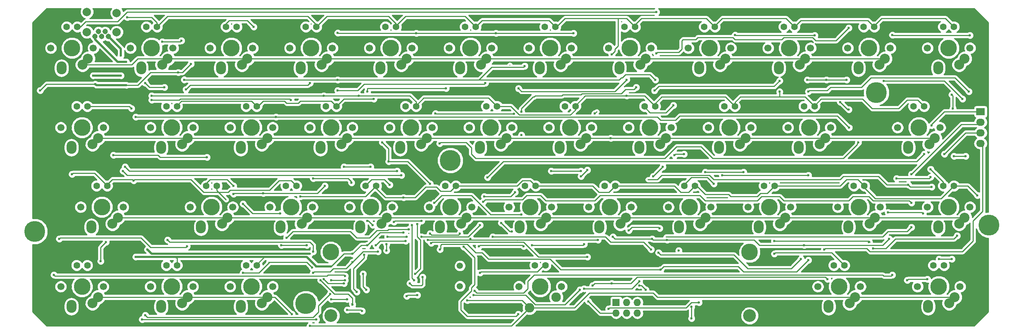
<source format=gbr>
G04 #@! TF.FileFunction,Copper,L1,Top,Signal*
%FSLAX46Y46*%
G04 Gerber Fmt 4.6, Leading zero omitted, Abs format (unit mm)*
G04 Created by KiCad (PCBNEW 4.0.1-stable) date 7/10/2016 11:19:29 PM*
%MOMM*%
G01*
G04 APERTURE LIST*
%ADD10C,0.100000*%
%ADD11C,1.305560*%
%ADD12C,2.000000*%
%ADD13R,1.727200X1.727200*%
%ADD14O,1.727200X1.727200*%
%ADD15R,2.032000X1.727200*%
%ADD16O,2.032000X1.727200*%
%ADD17C,3.980180*%
%ADD18O,2.384001X3.080000*%
%ADD19C,2.377011*%
%ADD20C,1.699260*%
%ADD21C,1.501140*%
%ADD22C,1.600200*%
%ADD23C,2.286000*%
%ADD24C,3.987800*%
%ADD25C,1.701800*%
%ADD26C,3.048000*%
%ADD27C,5.001260*%
%ADD28C,0.600000*%
%ADD29C,0.250000*%
%ADD30C,0.508000*%
%ADD31C,0.254000*%
G04 APERTURE END LIST*
D10*
D11*
X53594000Y-50309780D03*
X52796440Y-49110900D03*
X55191660Y-50309780D03*
X54391560Y-49110900D03*
D12*
X57150000Y-44704000D03*
X50038000Y-44450000D03*
D11*
X51996340Y-50309780D03*
D12*
X50038000Y-49276000D03*
X57150000Y-49276000D03*
D13*
X176530000Y-114046000D03*
D14*
X176530000Y-116586000D03*
X179070000Y-114046000D03*
X179070000Y-116586000D03*
X181610000Y-114046000D03*
X181610000Y-116586000D03*
D15*
X263652000Y-68326000D03*
D16*
X263652000Y-70866000D03*
X263652000Y-73406000D03*
X263652000Y-75946000D03*
D17*
X46482000Y-53086000D03*
D18*
X43962000Y-57876000D03*
D19*
X50292000Y-55626000D03*
D20*
X51562000Y-53086000D03*
X41402000Y-53086000D03*
D19*
X48982000Y-57086000D03*
D17*
X65532000Y-53086000D03*
D18*
X63012000Y-57876000D03*
D19*
X69342000Y-55626000D03*
D20*
X70612000Y-53086000D03*
X60452000Y-53086000D03*
D19*
X68032000Y-57086000D03*
D17*
X84582000Y-53086000D03*
D18*
X82062000Y-57876000D03*
D19*
X88392000Y-55626000D03*
D20*
X89662000Y-53086000D03*
X79502000Y-53086000D03*
D19*
X87082000Y-57086000D03*
D17*
X103632000Y-53086000D03*
D18*
X101112000Y-57876000D03*
D19*
X107442000Y-55626000D03*
D20*
X108712000Y-53086000D03*
X98552000Y-53086000D03*
D19*
X106132000Y-57086000D03*
D17*
X122682000Y-53086000D03*
D18*
X120162000Y-57876000D03*
D19*
X126492000Y-55626000D03*
D20*
X127762000Y-53086000D03*
X117602000Y-53086000D03*
D19*
X125182000Y-57086000D03*
D17*
X141732000Y-53086000D03*
D18*
X139212000Y-57876000D03*
D19*
X145542000Y-55626000D03*
D20*
X146812000Y-53086000D03*
X136652000Y-53086000D03*
D19*
X144232000Y-57086000D03*
D17*
X160782000Y-53086000D03*
D18*
X158262000Y-57876000D03*
D19*
X164592000Y-55626000D03*
D20*
X165862000Y-53086000D03*
X155702000Y-53086000D03*
D19*
X163282000Y-57086000D03*
D17*
X179832000Y-53086000D03*
D18*
X177312000Y-57876000D03*
D19*
X183642000Y-55626000D03*
D20*
X184912000Y-53086000D03*
X174752000Y-53086000D03*
D19*
X182332000Y-57086000D03*
D17*
X198882000Y-53086000D03*
D18*
X196362000Y-57876000D03*
D19*
X202692000Y-55626000D03*
D20*
X203962000Y-53086000D03*
X193802000Y-53086000D03*
D19*
X201382000Y-57086000D03*
D17*
X217932000Y-53086000D03*
D18*
X215412000Y-57876000D03*
D19*
X221742000Y-55626000D03*
D20*
X223012000Y-53086000D03*
X212852000Y-53086000D03*
D19*
X220432000Y-57086000D03*
D17*
X236982000Y-53086000D03*
D18*
X234462000Y-57876000D03*
D19*
X240792000Y-55626000D03*
D20*
X242062000Y-53086000D03*
X231902000Y-53086000D03*
D19*
X239482000Y-57086000D03*
D17*
X48864520Y-72136000D03*
D18*
X46344520Y-76926000D03*
D19*
X52674520Y-74676000D03*
D20*
X53944520Y-72136000D03*
X43784520Y-72136000D03*
D19*
X51364520Y-76136000D03*
D17*
X70295770Y-72136000D03*
D18*
X67775770Y-76926000D03*
D19*
X74105770Y-74676000D03*
D20*
X75375770Y-72136000D03*
X65215770Y-72136000D03*
D19*
X72795770Y-76136000D03*
D17*
X89345770Y-72136000D03*
D18*
X86825770Y-76926000D03*
D19*
X93155770Y-74676000D03*
D20*
X94425770Y-72136000D03*
X84265770Y-72136000D03*
D19*
X91845770Y-76136000D03*
D17*
X108395770Y-72136000D03*
D18*
X105875770Y-76926000D03*
D19*
X112205770Y-74676000D03*
D20*
X113475770Y-72136000D03*
X103315770Y-72136000D03*
D19*
X110895770Y-76136000D03*
D17*
X127445770Y-72136000D03*
D18*
X124925770Y-76926000D03*
D19*
X131255770Y-74676000D03*
D20*
X132525770Y-72136000D03*
X122365770Y-72136000D03*
D19*
X129945770Y-76136000D03*
D17*
X146495770Y-72136000D03*
D18*
X143975770Y-76926000D03*
D19*
X150305770Y-74676000D03*
D20*
X151575770Y-72136000D03*
X141415770Y-72136000D03*
D19*
X148995770Y-76136000D03*
D17*
X165545770Y-72136000D03*
D18*
X163025770Y-76926000D03*
D19*
X169355770Y-74676000D03*
D20*
X170625770Y-72136000D03*
X160465770Y-72136000D03*
D19*
X168045770Y-76136000D03*
D17*
X184595770Y-72136000D03*
D18*
X182075770Y-76926000D03*
D19*
X188405770Y-74676000D03*
D20*
X189675770Y-72136000D03*
X179515770Y-72136000D03*
D19*
X187095770Y-76136000D03*
D17*
X203645770Y-72136000D03*
D18*
X201125770Y-76926000D03*
D19*
X207455770Y-74676000D03*
D20*
X208725770Y-72136000D03*
X198565770Y-72136000D03*
D19*
X206145770Y-76136000D03*
D17*
X222695770Y-72136000D03*
D18*
X220175770Y-76926000D03*
D19*
X226505770Y-74676000D03*
D20*
X227775770Y-72136000D03*
X217615770Y-72136000D03*
D19*
X225195770Y-76136000D03*
D17*
X248889520Y-72136000D03*
D18*
X246369520Y-76926000D03*
D19*
X252699520Y-74676000D03*
D20*
X253969520Y-72136000D03*
X243809520Y-72136000D03*
D19*
X251389520Y-76136000D03*
D17*
X53625750Y-91186000D03*
D18*
X51105750Y-95976000D03*
D19*
X57435750Y-93726000D03*
D20*
X58705750Y-91186000D03*
X48545750Y-91186000D03*
D19*
X56125750Y-95186000D03*
D17*
X79819500Y-91186000D03*
D18*
X77299500Y-95976000D03*
D19*
X83629500Y-93726000D03*
D20*
X84899500Y-91186000D03*
X74739500Y-91186000D03*
D19*
X82319500Y-95186000D03*
D17*
X98869500Y-91186000D03*
D18*
X96349500Y-95976000D03*
D19*
X102679500Y-93726000D03*
D20*
X103949500Y-91186000D03*
X93789500Y-91186000D03*
D19*
X101369500Y-95186000D03*
D17*
X117919500Y-91186000D03*
D18*
X115399500Y-95976000D03*
D19*
X121729500Y-93726000D03*
D20*
X122999500Y-91186000D03*
X112839500Y-91186000D03*
D19*
X120419500Y-95186000D03*
D17*
X136969500Y-91186000D03*
D18*
X134449500Y-95976000D03*
D19*
X140779500Y-93726000D03*
D20*
X142049500Y-91186000D03*
X131889500Y-91186000D03*
D19*
X139469500Y-95186000D03*
D17*
X156019500Y-91186000D03*
D18*
X153499500Y-95976000D03*
D19*
X159829500Y-93726000D03*
D20*
X161099500Y-91186000D03*
X150939500Y-91186000D03*
D19*
X158519500Y-95186000D03*
D17*
X175069500Y-91186000D03*
D18*
X172549500Y-95976000D03*
D19*
X178879500Y-93726000D03*
D20*
X180149500Y-91186000D03*
X169989500Y-91186000D03*
D19*
X177569500Y-95186000D03*
D17*
X194119500Y-91186000D03*
D18*
X191599500Y-95976000D03*
D19*
X197929500Y-93726000D03*
D20*
X199199500Y-91186000D03*
X189039500Y-91186000D03*
D19*
X196619500Y-95186000D03*
D17*
X213169500Y-91186000D03*
D18*
X210649500Y-95976000D03*
D19*
X216979500Y-93726000D03*
D20*
X218249500Y-91186000D03*
X208089500Y-91186000D03*
D19*
X215669500Y-95186000D03*
D17*
X234600750Y-91186000D03*
D18*
X232080750Y-95976000D03*
D19*
X238410750Y-93726000D03*
D20*
X239680750Y-91186000D03*
X229520750Y-91186000D03*
D19*
X237100750Y-95186000D03*
D17*
X256032000Y-91186000D03*
D18*
X253512000Y-95976000D03*
D19*
X259842000Y-93726000D03*
D20*
X261112000Y-91186000D03*
X250952000Y-91186000D03*
D19*
X258532000Y-95186000D03*
D17*
X48864520Y-110236000D03*
D18*
X46344520Y-115026000D03*
D19*
X52674520Y-112776000D03*
D20*
X53944520Y-110236000D03*
X43784520Y-110236000D03*
D19*
X51364520Y-114236000D03*
D17*
X70295770Y-110236000D03*
D18*
X67775770Y-115026000D03*
D19*
X74105770Y-112776000D03*
D20*
X75375770Y-110236000D03*
X65215770Y-110236000D03*
D19*
X72795770Y-114236000D03*
D17*
X89345770Y-110236000D03*
D18*
X86825770Y-115026000D03*
D19*
X93155770Y-112776000D03*
D20*
X94425770Y-110236000D03*
X84265770Y-110236000D03*
D19*
X91845770Y-114236000D03*
D17*
X229839520Y-110236000D03*
D18*
X227319520Y-115026000D03*
D19*
X233649520Y-112776000D03*
D20*
X234919520Y-110236000D03*
X224759520Y-110236000D03*
D19*
X232339520Y-114236000D03*
D17*
X253652020Y-110236000D03*
D18*
X251132020Y-115026000D03*
D19*
X257462020Y-112776000D03*
D20*
X258732020Y-110236000D03*
X248572020Y-110236000D03*
D19*
X256152020Y-114236000D03*
D17*
X256032000Y-53086000D03*
D18*
X253512000Y-57876000D03*
D19*
X259842000Y-55626000D03*
D20*
X261112000Y-53086000D03*
X250952000Y-53086000D03*
D19*
X258532000Y-57086000D03*
D21*
X139192000Y-105255060D03*
X139192000Y-110136940D03*
D22*
X64262000Y-48006000D03*
X66802000Y-48006000D03*
X102362000Y-48006000D03*
X104902000Y-48006000D03*
X121412000Y-48006000D03*
X123952000Y-48006000D03*
X140462000Y-48006000D03*
X143002000Y-48006000D03*
X159512000Y-48006000D03*
X162052000Y-48006000D03*
X178562000Y-48006000D03*
X181102000Y-48006000D03*
X197612000Y-48006000D03*
X200152000Y-48006000D03*
X216662000Y-48006000D03*
X219202000Y-48006000D03*
X235712000Y-48006000D03*
X238252000Y-48006000D03*
X254762000Y-48006000D03*
X257302000Y-48006000D03*
X47594520Y-67056000D03*
X50134520Y-67056000D03*
X45212000Y-48006000D03*
X47752000Y-48006000D03*
X83312000Y-48006000D03*
X85852000Y-48006000D03*
X69025770Y-67056000D03*
X71565770Y-67056000D03*
X88075770Y-67056000D03*
X90615770Y-67056000D03*
X107125770Y-67056000D03*
X109665770Y-67056000D03*
X126175770Y-67056000D03*
X128715770Y-67056000D03*
X145542000Y-67056000D03*
X148082000Y-67056000D03*
X164275770Y-67056000D03*
X166815770Y-67056000D03*
X183325770Y-67056000D03*
X185865770Y-67056000D03*
X202375770Y-67056000D03*
X204915770Y-67056000D03*
X221425770Y-67056000D03*
X223965770Y-67056000D03*
X247619520Y-67056000D03*
X250159520Y-67056000D03*
X52355750Y-86106000D03*
X54895750Y-86106000D03*
X78549500Y-86106000D03*
X81089500Y-86106000D03*
X97599500Y-86106000D03*
X100139500Y-86106000D03*
X116649500Y-86106000D03*
X119189500Y-86106000D03*
X135699500Y-86106000D03*
X138239500Y-86106000D03*
X154749500Y-86106000D03*
X157289500Y-86106000D03*
X173799500Y-86106000D03*
X176339500Y-86106000D03*
X192849500Y-86106000D03*
X195389500Y-86106000D03*
X211899500Y-86106000D03*
X214439500Y-86106000D03*
X233330750Y-86106000D03*
X235870750Y-86106000D03*
X254762000Y-86106000D03*
X257302000Y-86106000D03*
X47594520Y-105156000D03*
X50134520Y-105156000D03*
X69025770Y-105156000D03*
X71565770Y-105156000D03*
X88075770Y-105156000D03*
X90615770Y-105156000D03*
X157132020Y-105156000D03*
X159672020Y-105156000D03*
X228569520Y-105156000D03*
X231109520Y-105156000D03*
X252382020Y-105156000D03*
X254922020Y-105156000D03*
D23*
X155862020Y-115316000D03*
X162212020Y-112776000D03*
D24*
X158402020Y-110236000D03*
D25*
X163482020Y-110236000D03*
X153322020Y-110236000D03*
D26*
X208440020Y-117221000D03*
X108364020Y-117221000D03*
D24*
X208440020Y-101981000D03*
X108364020Y-101981000D03*
D27*
X37592000Y-97028000D03*
X265684000Y-95504000D03*
X102362000Y-114300000D03*
X238760000Y-63754000D03*
X136906000Y-80010000D03*
D28*
X191516000Y-101600000D03*
X115062000Y-64516000D03*
X215618000Y-63530000D03*
X262890000Y-88392000D03*
X214348000Y-102392000D03*
X68072000Y-51562000D03*
X72644000Y-51308000D03*
X144018000Y-106918000D03*
X182118000Y-109982000D03*
X183642000Y-110998000D03*
X58166000Y-54864000D03*
X101092000Y-88646000D03*
X127254000Y-109474000D03*
X130302000Y-107950000D03*
X95758000Y-103124000D03*
X125730000Y-88900000D03*
X113538000Y-102378000D03*
X112268000Y-113284000D03*
X104902000Y-105410000D03*
X108458000Y-113284000D03*
X115824000Y-116078000D03*
X112268000Y-115824000D03*
X175514000Y-54610000D03*
X179070000Y-64516000D03*
X61214000Y-84836000D03*
X46482000Y-83312000D03*
X59690000Y-45720000D03*
X61722000Y-103124000D03*
X125730000Y-97282000D03*
X117094000Y-100330000D03*
X65532000Y-64516000D03*
X58166000Y-59690000D03*
X51562000Y-59690000D03*
X106680000Y-64516000D03*
X126238000Y-99314000D03*
X119126000Y-100330000D03*
X154686000Y-57388000D03*
X222250000Y-60706000D03*
X102616000Y-100330000D03*
X96520000Y-100330000D03*
X151638000Y-97028000D03*
X149098000Y-94996000D03*
X175768000Y-98314000D03*
X260096000Y-78994000D03*
X257302000Y-78994000D03*
X74930000Y-56880000D03*
X119634000Y-101854000D03*
X188722000Y-99060000D03*
X168910000Y-110744000D03*
X182118000Y-108966000D03*
X95250000Y-69596000D03*
X59436000Y-56388000D03*
X71882000Y-58928000D03*
X259334000Y-65278000D03*
X240538000Y-60960000D03*
X143764000Y-100584000D03*
X156464000Y-100330000D03*
X168910000Y-100076000D03*
X154432000Y-100584000D03*
X169926000Y-113792000D03*
X61722000Y-69596000D03*
X232222000Y-72136000D03*
X77978000Y-102362000D03*
X126492000Y-98298000D03*
X121920000Y-98298000D03*
X129032000Y-112268000D03*
X126492000Y-112522000D03*
X230124000Y-66040000D03*
X232156000Y-67818000D03*
X185166000Y-98806000D03*
X221488000Y-100330000D03*
X241808000Y-98806000D03*
X64516000Y-101346000D03*
X104140000Y-106934000D03*
X113538000Y-104394000D03*
X105918000Y-108712000D03*
X113538000Y-114538000D03*
X231648000Y-60706000D03*
X226822000Y-60706000D03*
X185928000Y-60706000D03*
X38862000Y-63246000D03*
X52054000Y-61722000D03*
X59436000Y-61976000D03*
X73307000Y-60676000D03*
X109982000Y-60706000D03*
X111760000Y-107696000D03*
X42164000Y-107442000D03*
X64008000Y-117094000D03*
X108204000Y-112014000D03*
X108458000Y-108712000D03*
X111760000Y-108712000D03*
X87376000Y-106934000D03*
X103886000Y-105664000D03*
X106680000Y-108458000D03*
X111506000Y-109474000D03*
X104140000Y-84328000D03*
X113284000Y-85344000D03*
X132080000Y-85598000D03*
X120650000Y-75692000D03*
X122174000Y-80264000D03*
X116078000Y-107188000D03*
X116840000Y-110998000D03*
X117094000Y-63500000D03*
X135890000Y-62738000D03*
X117094000Y-94488000D03*
X116332000Y-102616000D03*
X114554000Y-111506000D03*
X118364000Y-95504000D03*
X132334000Y-99822000D03*
X169672000Y-103124000D03*
X161036000Y-82550000D03*
X168148000Y-82550000D03*
X194564000Y-117856000D03*
X194564000Y-115062000D03*
X222504000Y-83566000D03*
X201930000Y-83566000D03*
X249936000Y-92710000D03*
X241554000Y-92456000D03*
X153924000Y-68326000D03*
X152400000Y-87630000D03*
X145034000Y-88646000D03*
X153924000Y-73914000D03*
X186182000Y-54356000D03*
X181356000Y-62484000D03*
X232156000Y-48260000D03*
X251968000Y-86360000D03*
X246380000Y-85852000D03*
X187198000Y-106172000D03*
X134432000Y-101346000D03*
X222504000Y-103886000D03*
X242570000Y-107442000D03*
X142748000Y-111252000D03*
X251968000Y-71628000D03*
X129032000Y-95250000D03*
X128524000Y-107188000D03*
X175260000Y-74676000D03*
X167894000Y-110998000D03*
X168148000Y-83820000D03*
X169672000Y-82296000D03*
X142494000Y-112268000D03*
X256794000Y-64262000D03*
X257048000Y-67564000D03*
X140970000Y-113538000D03*
X99060000Y-116840000D03*
X103378000Y-119634000D03*
X186182000Y-44450000D03*
X118618000Y-65278000D03*
X127762000Y-95504000D03*
X128270000Y-108712000D03*
X144018000Y-95504000D03*
X144780000Y-89916000D03*
X130048000Y-98298000D03*
X247142000Y-90170000D03*
X247142000Y-83312000D03*
X247142000Y-96012000D03*
X174752000Y-115570000D03*
X196342000Y-114046000D03*
X172212000Y-99060000D03*
X131572000Y-99060000D03*
X255016000Y-78486000D03*
X250190000Y-78486000D03*
X145796000Y-84074000D03*
X141732000Y-98806000D03*
X125222000Y-83566000D03*
X58674000Y-82550000D03*
X60706000Y-67564000D03*
X63246000Y-118110000D03*
X104902000Y-118110000D03*
X59182000Y-81534000D03*
X124206000Y-82550000D03*
X65532000Y-65532000D03*
X98806000Y-65532000D03*
X234442000Y-75692000D03*
X123444000Y-94742000D03*
X121666000Y-100076000D03*
X121666000Y-101600000D03*
X130048000Y-94488000D03*
X134366000Y-75946000D03*
X89916000Y-48006000D03*
X190246000Y-66802000D03*
X85090000Y-86106000D03*
X122428000Y-85852000D03*
X199898000Y-85598000D03*
X251714000Y-82108000D03*
X253746000Y-103632000D03*
X256794000Y-103632000D03*
X207010000Y-82804000D03*
X197866000Y-82804000D03*
X133350000Y-68768000D03*
X152146000Y-68834000D03*
X117856000Y-81534000D03*
X106934000Y-86106000D03*
X111506000Y-81534000D03*
X250952000Y-108458000D03*
X246126000Y-108712000D03*
X85090000Y-88072000D03*
X92202000Y-87884000D03*
X171450000Y-68768000D03*
X56388000Y-78740000D03*
X78740000Y-79248000D03*
X96266000Y-92710000D03*
X87376000Y-90424000D03*
X166370000Y-49530000D03*
X147828000Y-49530000D03*
X109982000Y-49464000D03*
X128778000Y-49530000D03*
X242570000Y-49972000D03*
X261112000Y-50038000D03*
X204978000Y-49972000D03*
X224028000Y-50038000D03*
X190500000Y-78740000D03*
X192786000Y-78486000D03*
X187706000Y-81534000D03*
X185420000Y-83820000D03*
X54610000Y-99568000D03*
X53340000Y-104140000D03*
X251714000Y-84008000D03*
X243586000Y-84328000D03*
X64008000Y-61468000D03*
X68580000Y-62484000D03*
X73688000Y-63022000D03*
X103378000Y-61468000D03*
X109982000Y-63246000D03*
X145288000Y-61468000D03*
X153190000Y-62768000D03*
X179042000Y-60676000D03*
X215618000Y-60930000D03*
X185702000Y-63276000D03*
X260858000Y-63500000D03*
X222504000Y-63500000D03*
X237998000Y-101092000D03*
X236982000Y-99568000D03*
X258064000Y-98044000D03*
X214376000Y-99314000D03*
X220726000Y-103632000D03*
X186944000Y-96266000D03*
X186690000Y-102108000D03*
X179578000Y-96774000D03*
X147066000Y-98298000D03*
X184912000Y-101346000D03*
X133096000Y-90170000D03*
X127000000Y-96520000D03*
X153924000Y-92964000D03*
X97762000Y-98522000D03*
X69342000Y-99060000D03*
X104140000Y-101854000D03*
X73942000Y-100614000D03*
X43434000Y-98806000D03*
X226314000Y-101346000D03*
X227076000Y-108458000D03*
X170942000Y-109982000D03*
X139192000Y-97536000D03*
X132080000Y-97536000D03*
X140130000Y-100720000D03*
X153162000Y-116840000D03*
X175514000Y-109474000D03*
D29*
X151114000Y-57150000D02*
X151130000Y-57166000D01*
X165608000Y-69088000D02*
X156521998Y-69088000D01*
X166815770Y-67880230D02*
X165608000Y-69088000D01*
X166815770Y-67056000D02*
X166815770Y-67880230D01*
X166815770Y-67056000D02*
X166775986Y-67056000D01*
X148082000Y-67056000D02*
X151384000Y-67056000D01*
X153416000Y-69088000D02*
X156464000Y-69088000D01*
X151384000Y-67056000D02*
X153416000Y-69088000D01*
X139954000Y-65024000D02*
X145796000Y-65024000D01*
X215646000Y-64770000D02*
X215646000Y-64516000D01*
X215646000Y-63558000D02*
X215618000Y-63530000D01*
X215646000Y-64516000D02*
X215646000Y-63558000D01*
X257302000Y-86106000D02*
X260604000Y-86106000D01*
X260604000Y-86106000D02*
X262890000Y-88392000D01*
X214632000Y-102108000D02*
X215646000Y-102108000D01*
X214348000Y-102392000D02*
X214632000Y-102108000D01*
X72390000Y-51562000D02*
X68072000Y-51562000D01*
X72644000Y-51308000D02*
X72390000Y-51562000D01*
X96012000Y-84836000D02*
X98869500Y-84836000D01*
X100139500Y-86106000D02*
X98869500Y-84836000D01*
X84328000Y-87122000D02*
X93726000Y-87122000D01*
X83820000Y-87630000D02*
X84328000Y-87122000D01*
X83820000Y-87630000D02*
X81280000Y-87630000D01*
X93726000Y-87122000D02*
X96012000Y-84836000D01*
X80772000Y-87630000D02*
X81280000Y-87630000D01*
X74168000Y-84582000D02*
X61468000Y-84582000D01*
X61468000Y-84582000D02*
X61214000Y-84836000D01*
X77978000Y-87630000D02*
X80772000Y-87630000D01*
X74930000Y-84582000D02*
X77978000Y-87630000D01*
X74168000Y-84582000D02*
X74930000Y-84582000D01*
X81280000Y-87630000D02*
X81534000Y-87630000D01*
X211074000Y-87884000D02*
X212661500Y-87884000D01*
X210312000Y-88646000D02*
X211074000Y-87884000D01*
X203454000Y-88138000D02*
X203962000Y-88646000D01*
X203454000Y-88138000D02*
X197866000Y-88138000D01*
X195834000Y-86106000D02*
X197866000Y-88138000D01*
X203962000Y-88646000D02*
X210312000Y-88646000D01*
X212661500Y-87884000D02*
X214439500Y-86106000D01*
X231648000Y-84582000D02*
X234346750Y-84582000D01*
X234346750Y-84582000D02*
X235870750Y-86106000D01*
X231648000Y-84582000D02*
X231140000Y-85090000D01*
X230124000Y-86106000D02*
X231140000Y-85090000D01*
X214439500Y-86106000D02*
X230124000Y-86106000D01*
X192024000Y-87630000D02*
X193865500Y-87630000D01*
X193865500Y-87630000D02*
X195389500Y-86106000D01*
X190500000Y-86106000D02*
X191770000Y-87376000D01*
X191770000Y-87376000D02*
X192024000Y-87630000D01*
X176339500Y-86106000D02*
X190500000Y-86106000D01*
X172466000Y-87630000D02*
X174815500Y-87630000D01*
X170942000Y-86106000D02*
X172466000Y-87630000D01*
X157289500Y-86106000D02*
X170942000Y-86106000D01*
X174815500Y-87630000D02*
X176339500Y-86106000D01*
X159258000Y-105156000D02*
X157734000Y-106680000D01*
X144256000Y-106680000D02*
X157734000Y-106680000D01*
X144256000Y-106680000D02*
X144018000Y-106918000D01*
X159672020Y-105156000D02*
X159258000Y-105156000D01*
X182626000Y-109982000D02*
X182118000Y-109982000D01*
X183642000Y-110998000D02*
X182626000Y-109982000D01*
D30*
X58166000Y-54864000D02*
X58166000Y-53284120D01*
X58166000Y-53284120D02*
X55191660Y-50309780D01*
D29*
X154178000Y-84836000D02*
X156019500Y-84836000D01*
X152908000Y-86106000D02*
X153924000Y-85090000D01*
X153924000Y-85090000D02*
X154178000Y-84836000D01*
X138239500Y-86106000D02*
X152908000Y-86106000D01*
X156019500Y-84836000D02*
X157289500Y-86106000D01*
X101092000Y-88646000D02*
X102870000Y-88646000D01*
X102870000Y-88646000D02*
X116649500Y-88646000D01*
X119189500Y-86106000D02*
X116649500Y-88646000D01*
X134620000Y-87376000D02*
X136969500Y-87376000D01*
X133604000Y-86360000D02*
X134620000Y-87376000D01*
X125730000Y-88900000D02*
X128524000Y-88900000D01*
X128524000Y-88900000D02*
X131064000Y-86360000D01*
X131064000Y-86360000D02*
X133604000Y-86360000D01*
X136969500Y-87376000D02*
X138239500Y-86106000D01*
X225552000Y-102108000D02*
X228061520Y-102108000D01*
X228061520Y-102108000D02*
X231109520Y-105156000D01*
X215646000Y-102108000D02*
X225552000Y-102108000D01*
X215394000Y-102108000D02*
X215646000Y-102108000D01*
X130302000Y-109728000D02*
X130302000Y-107950000D01*
X130048000Y-109982000D02*
X130302000Y-109728000D01*
X127762000Y-109982000D02*
X129032000Y-109982000D01*
X127254000Y-109474000D02*
X127762000Y-109982000D01*
X129032000Y-109982000D02*
X130048000Y-109982000D01*
X56134000Y-84582000D02*
X60960000Y-84582000D01*
X54895750Y-85820250D02*
X56134000Y-84582000D01*
X60960000Y-84582000D02*
X61214000Y-84836000D01*
X54895750Y-86106000D02*
X54895750Y-85820250D01*
X225552000Y-65278000D02*
X235458000Y-65278000D01*
X195389500Y-86106000D02*
X195834000Y-86106000D01*
X176339500Y-86106000D02*
X176339500Y-86169500D01*
X246126000Y-65532000D02*
X248635520Y-65532000D01*
X244094000Y-67564000D02*
X246126000Y-65532000D01*
X223965770Y-66864230D02*
X225552000Y-65278000D01*
X235458000Y-65278000D02*
X237744000Y-67564000D01*
X237744000Y-67564000D02*
X244094000Y-67564000D01*
X248635520Y-65532000D02*
X250159520Y-67056000D01*
X223965770Y-67056000D02*
X223965770Y-66864230D01*
X206248000Y-64770000D02*
X215646000Y-64770000D01*
X215646000Y-64770000D02*
X221679770Y-64770000D01*
X204915770Y-66102230D02*
X206248000Y-64770000D01*
X204915770Y-67056000D02*
X204915770Y-66102230D01*
X221679770Y-64770000D02*
X223965770Y-67056000D01*
X187452000Y-64770000D02*
X202629770Y-64770000D01*
X185865770Y-66356230D02*
X187452000Y-64770000D01*
X202629770Y-64770000D02*
X204915770Y-67056000D01*
X185865770Y-67056000D02*
X185865770Y-66356230D01*
X113538000Y-102378000D02*
X111490000Y-102378000D01*
D30*
X104902000Y-105410000D02*
X108458000Y-105410000D01*
D29*
X115586000Y-100330000D02*
X113538000Y-102378000D01*
X115586000Y-100330000D02*
X117094000Y-100330000D01*
X111490000Y-102378000D02*
X108458000Y-105410000D01*
X90615770Y-105156000D02*
X90615770Y-104964230D01*
X90615770Y-104964230D02*
X92456000Y-103124000D01*
X112268000Y-113284000D02*
X109220000Y-113284000D01*
X108458000Y-113284000D02*
X109220000Y-113284000D01*
X115824000Y-116078000D02*
X115570000Y-115824000D01*
X115570000Y-115824000D02*
X112268000Y-115824000D01*
X176276000Y-53848000D02*
X175514000Y-54610000D01*
X177038000Y-45974000D02*
X177038000Y-52578000D01*
X177038000Y-52578000D02*
X176276000Y-53340000D01*
X176276000Y-53340000D02*
X176276000Y-53848000D01*
X71565770Y-105156000D02*
X71565770Y-103124000D01*
X71374000Y-103378000D02*
X71374000Y-103124000D01*
X71374000Y-103315770D02*
X71374000Y-103378000D01*
X71565770Y-103124000D02*
X71374000Y-103315770D01*
X51562000Y-83058000D02*
X51847750Y-83058000D01*
X46736000Y-83058000D02*
X51562000Y-83058000D01*
X46482000Y-83312000D02*
X46736000Y-83058000D01*
X51847750Y-83058000D02*
X54895750Y-86106000D01*
X66802000Y-46990000D02*
X65532000Y-45720000D01*
X65532000Y-45720000D02*
X59690000Y-45720000D01*
X66802000Y-46990000D02*
X66802000Y-48006000D01*
X238506000Y-89154000D02*
X254254000Y-89154000D01*
X254254000Y-89154000D02*
X257302000Y-86106000D01*
X235870750Y-86518750D02*
X238506000Y-89154000D01*
X235870750Y-86106000D02*
X235870750Y-86518750D01*
X214439500Y-86106000D02*
X214439500Y-86423500D01*
X176339500Y-86106000D02*
X176022000Y-86106000D01*
X157289500Y-86106000D02*
X157289500Y-86169500D01*
X138239500Y-86106000D02*
X138239500Y-86677500D01*
X121412000Y-88900000D02*
X125730000Y-88900000D01*
X119189500Y-86677500D02*
X121412000Y-88900000D01*
X119189500Y-86106000D02*
X119189500Y-86677500D01*
X100139500Y-86106000D02*
X100330000Y-86106000D01*
X81534000Y-87630000D02*
X82804000Y-88900000D01*
X83312000Y-89408000D02*
X82804000Y-88900000D01*
X81089500Y-87185500D02*
X81534000Y-87630000D01*
X81089500Y-86106000D02*
X81089500Y-87185500D01*
D30*
X102616000Y-103124000D02*
X104902000Y-105410000D01*
X71374000Y-103124000D02*
X92456000Y-103124000D01*
X92456000Y-103124000D02*
X95758000Y-103124000D01*
X95758000Y-103124000D02*
X102616000Y-103124000D01*
X61722000Y-103124000D02*
X70358000Y-103124000D01*
X70358000Y-103124000D02*
X71374000Y-103124000D01*
D29*
X122936000Y-97282000D02*
X120142000Y-97282000D01*
X120142000Y-97282000D02*
X117094000Y-100330000D01*
X125730000Y-97282000D02*
X122936000Y-97282000D01*
X248158000Y-45974000D02*
X255270000Y-45974000D01*
X240030000Y-45974000D02*
X239268000Y-46736000D01*
X238252000Y-47752000D02*
X239268000Y-46736000D01*
X248158000Y-45974000D02*
X240030000Y-45974000D01*
X255270000Y-45974000D02*
X257302000Y-48006000D01*
X238252000Y-48006000D02*
X238252000Y-47752000D01*
X77978000Y-64516000D02*
X65532000Y-64516000D01*
X128715770Y-65977770D02*
X127254000Y-64516000D01*
X128715770Y-67056000D02*
X128715770Y-65977770D01*
X145796000Y-65024000D02*
X146050000Y-65024000D01*
X130556000Y-65024000D02*
X139954000Y-65024000D01*
X128715770Y-66864230D02*
X130556000Y-65024000D01*
X146050000Y-65024000D02*
X148082000Y-67056000D01*
X128715770Y-67056000D02*
X128715770Y-66864230D01*
X169164000Y-64516000D02*
X179070000Y-64516000D01*
X179070000Y-64516000D02*
X183325770Y-64516000D01*
X166815770Y-66864230D02*
X169164000Y-64516000D01*
X183325770Y-64516000D02*
X185865770Y-67056000D01*
X166815770Y-67056000D02*
X166815770Y-66864230D01*
D30*
X51562000Y-59690000D02*
X58166000Y-59690000D01*
D29*
X104902000Y-47498000D02*
X102870000Y-45466000D01*
X69342000Y-45466000D02*
X66802000Y-48006000D01*
X104902000Y-48006000D02*
X104902000Y-47498000D01*
X122174000Y-45466000D02*
X107442000Y-45466000D01*
X123952000Y-47244000D02*
X122174000Y-45466000D01*
X107442000Y-45466000D02*
X104902000Y-48006000D01*
X123952000Y-48006000D02*
X123952000Y-47244000D01*
X126238000Y-45466000D02*
X140462000Y-45466000D01*
X123952000Y-47752000D02*
X126238000Y-45466000D01*
X140462000Y-45466000D02*
X143002000Y-48006000D01*
X123952000Y-48006000D02*
X123952000Y-47752000D01*
X164338000Y-45974000D02*
X177038000Y-45974000D01*
X177038000Y-45974000D02*
X179070000Y-45974000D01*
X162306000Y-48006000D02*
X163830000Y-46482000D01*
X164338000Y-45974000D02*
X163830000Y-46482000D01*
X179070000Y-45974000D02*
X181102000Y-48006000D01*
X162052000Y-48006000D02*
X162306000Y-48006000D01*
X144526000Y-46482000D02*
X160528000Y-46482000D01*
X160528000Y-46482000D02*
X162052000Y-48006000D01*
X143002000Y-48006000D02*
X144526000Y-46482000D01*
X182626000Y-45974000D02*
X198120000Y-45974000D01*
X181102000Y-47498000D02*
X182626000Y-45974000D01*
X198120000Y-45974000D02*
X200152000Y-48006000D01*
X181102000Y-48006000D02*
X181102000Y-47498000D01*
X201930000Y-45974000D02*
X217170000Y-45974000D01*
X200152000Y-47752000D02*
X201930000Y-45974000D01*
X217170000Y-45974000D02*
X219202000Y-48006000D01*
X200152000Y-48006000D02*
X200152000Y-47752000D01*
X220726000Y-46482000D02*
X236728000Y-46482000D01*
X236728000Y-46482000D02*
X238252000Y-48006000D01*
X219202000Y-48006000D02*
X220726000Y-46482000D01*
D30*
X55191660Y-50309780D02*
X55191660Y-50365660D01*
D29*
X127254000Y-64516000D02*
X116840000Y-64516000D01*
X102870000Y-45466000D02*
X92202000Y-45466000D01*
X92202000Y-45466000D02*
X69342000Y-45466000D01*
X97028000Y-64516000D02*
X77978000Y-64516000D01*
X106680000Y-64516000D02*
X97028000Y-64516000D01*
X116332000Y-64516000D02*
X115062000Y-64516000D01*
X115062000Y-64516000D02*
X106680000Y-64516000D01*
X116840000Y-64516000D02*
X116332000Y-64516000D01*
X126238000Y-99314000D02*
X120142000Y-99314000D01*
X120142000Y-99314000D02*
X119126000Y-100330000D01*
X148844000Y-57658000D02*
X146812000Y-57658000D01*
X154686000Y-57388000D02*
X154416000Y-57658000D01*
X154416000Y-57658000D02*
X148844000Y-57658000D01*
X146812000Y-57658000D02*
X143764000Y-60706000D01*
X146558000Y-60706000D02*
X147828000Y-60706000D01*
X147828000Y-60706000D02*
X177292000Y-60706000D01*
X178054000Y-60198000D02*
X178816000Y-59436000D01*
X177292000Y-60706000D02*
X177800000Y-60198000D01*
X177800000Y-60198000D02*
X178054000Y-60198000D01*
X109982000Y-60706000D02*
X143764000Y-60706000D01*
X143764000Y-60706000D02*
X146558000Y-60706000D01*
X178816000Y-59436000D02*
X184658000Y-59436000D01*
X184658000Y-59436000D02*
X185928000Y-60706000D01*
X73337000Y-60706000D02*
X109982000Y-60706000D01*
X73337000Y-60706000D02*
X73307000Y-60676000D01*
X226822000Y-60706000D02*
X222250000Y-60706000D01*
X96520000Y-100330000D02*
X102616000Y-100330000D01*
X151130000Y-97028000D02*
X151638000Y-97028000D01*
X149098000Y-94996000D02*
X151130000Y-97028000D01*
X185166000Y-98806000D02*
X176260000Y-98806000D01*
X176260000Y-98806000D02*
X175768000Y-98314000D01*
X257302000Y-78994000D02*
X260096000Y-78994000D01*
X71882000Y-58928000D02*
X72882000Y-58928000D01*
X72882000Y-58928000D02*
X74930000Y-56880000D01*
X154178000Y-100330000D02*
X144526000Y-100330000D01*
X119634000Y-101854000D02*
X116078000Y-101854000D01*
X113538000Y-104394000D02*
X116078000Y-101854000D01*
X168910000Y-110744000D02*
X180340000Y-110744000D01*
X182118000Y-108966000D02*
X180340000Y-110744000D01*
D30*
X59436000Y-56388000D02*
X57404000Y-56388000D01*
X51996340Y-50980340D02*
X51996340Y-50309780D01*
X51996340Y-50980340D02*
X55372000Y-54356000D01*
X57404000Y-56388000D02*
X55372000Y-54356000D01*
X51996340Y-50309780D02*
X51996340Y-50726340D01*
D29*
X65278000Y-58928000D02*
X71882000Y-58928000D01*
X64770000Y-59436000D02*
X63500000Y-60706000D01*
X63500000Y-60706000D02*
X62230000Y-61976000D01*
X62230000Y-61976000D02*
X59436000Y-61976000D01*
X65278000Y-58928000D02*
X64770000Y-59436000D01*
X209550000Y-99060000D02*
X210058000Y-99568000D01*
X209550000Y-99060000D02*
X188722000Y-99060000D01*
X221488000Y-100330000D02*
X210820000Y-100330000D01*
X210820000Y-100330000D02*
X210058000Y-99568000D01*
X259334000Y-65278000D02*
X255016000Y-60960000D01*
X255016000Y-60960000D02*
X240538000Y-60960000D01*
X144526000Y-100330000D02*
X144018000Y-100330000D01*
X144018000Y-100330000D02*
X143764000Y-100584000D01*
X168910000Y-100076000D02*
X168656000Y-100330000D01*
X168656000Y-100330000D02*
X156464000Y-100330000D01*
X154432000Y-100584000D02*
X154178000Y-100330000D01*
X176530000Y-116586000D02*
X172720000Y-116586000D01*
X172720000Y-116586000D02*
X169926000Y-113792000D01*
X61722000Y-69596000D02*
X95250000Y-69596000D01*
X95250000Y-69596000D02*
X186436000Y-69596000D01*
X187198000Y-70358000D02*
X186436000Y-69596000D01*
X220980000Y-69342000D02*
X191770000Y-69342000D01*
X232222000Y-72136000D02*
X229428000Y-69342000D01*
X229428000Y-69342000D02*
X220980000Y-69342000D01*
X191770000Y-69342000D02*
X190754000Y-70358000D01*
X190754000Y-70358000D02*
X187198000Y-70358000D01*
X126492000Y-98298000D02*
X121920000Y-98298000D01*
X126746000Y-112268000D02*
X129032000Y-112268000D01*
X126492000Y-112522000D02*
X126746000Y-112268000D01*
X230124000Y-66040000D02*
X231902000Y-67818000D01*
X231902000Y-67818000D02*
X232156000Y-67818000D01*
X188722000Y-99060000D02*
X185420000Y-99060000D01*
X185420000Y-99060000D02*
X185166000Y-98806000D01*
X240284000Y-100330000D02*
X221488000Y-100330000D01*
X241808000Y-98806000D02*
X240284000Y-100330000D01*
D30*
X103378000Y-102362000D02*
X102616000Y-102362000D01*
X102616000Y-102362000D02*
X77978000Y-102362000D01*
X77978000Y-102362000D02*
X67310000Y-102362000D01*
X64516000Y-101346000D02*
X65532000Y-102362000D01*
X65532000Y-102362000D02*
X67310000Y-102362000D01*
D29*
X108204000Y-106680000D02*
X104394000Y-106680000D01*
X108966000Y-105918000D02*
X108204000Y-106680000D01*
X112014000Y-105918000D02*
X113538000Y-104394000D01*
X112014000Y-105918000D02*
X108966000Y-105918000D01*
X104394000Y-106680000D02*
X104140000Y-106934000D01*
X112522000Y-112014000D02*
X109220000Y-112014000D01*
X113538000Y-113030000D02*
X112522000Y-112014000D01*
X113538000Y-113030000D02*
X113538000Y-114538000D01*
X109220000Y-112014000D02*
X106426000Y-109220000D01*
X106426000Y-109220000D02*
X105918000Y-108712000D01*
X113538000Y-114538000D02*
X113284000Y-114284000D01*
X226822000Y-60706000D02*
X231648000Y-60706000D01*
X40386000Y-61722000D02*
X52054000Y-61722000D01*
X38862000Y-63246000D02*
X40386000Y-61722000D01*
D30*
X52308000Y-61976000D02*
X52054000Y-61722000D01*
X52308000Y-61976000D02*
X59436000Y-61976000D01*
D29*
X93726000Y-107696000D02*
X107442000Y-107696000D01*
X111760000Y-107696000D02*
X111506000Y-107442000D01*
X111506000Y-107442000D02*
X107696000Y-107442000D01*
X48006000Y-107696000D02*
X42418000Y-107696000D01*
X42418000Y-107696000D02*
X42164000Y-107442000D01*
X93726000Y-107696000D02*
X48006000Y-107696000D01*
X107442000Y-107696000D02*
X107696000Y-107442000D01*
X104140000Y-117602000D02*
X105410000Y-116332000D01*
X64516000Y-117602000D02*
X65024000Y-117602000D01*
X64008000Y-117094000D02*
X64516000Y-117602000D01*
X65024000Y-117602000D02*
X104140000Y-117602000D01*
X105410000Y-114808000D02*
X105410000Y-116332000D01*
X108204000Y-112014000D02*
X105410000Y-114808000D01*
X111760000Y-108712000D02*
X108458000Y-108712000D01*
X93726000Y-104394000D02*
X91186000Y-106934000D01*
X91186000Y-106934000D02*
X87376000Y-106934000D01*
X107696000Y-109474000D02*
X106680000Y-108458000D01*
X111506000Y-109474000D02*
X107696000Y-109474000D01*
X102616000Y-104394000D02*
X93726000Y-104394000D01*
X93726000Y-104394000D02*
X93472000Y-104394000D01*
X103886000Y-105664000D02*
X102616000Y-104394000D01*
X113284000Y-85090000D02*
X113284000Y-85344000D01*
X112522000Y-84328000D02*
X113284000Y-85090000D01*
X104140000Y-84328000D02*
X112522000Y-84328000D01*
X122174000Y-80264000D02*
X126746000Y-80264000D01*
X126746000Y-80264000D02*
X132080000Y-85598000D01*
X120650000Y-75692000D02*
X122174000Y-77216000D01*
X116078000Y-110236000D02*
X116078000Y-107188000D01*
X116840000Y-110998000D02*
X116078000Y-110236000D01*
X122174000Y-80264000D02*
X122174000Y-77216000D01*
X117094000Y-63500000D02*
X117094000Y-62738000D01*
X116332000Y-103378000D02*
X116332000Y-102616000D01*
X116332000Y-103378000D02*
X115062000Y-104648000D01*
X113792000Y-105918000D02*
X115062000Y-104648000D01*
X135890000Y-62738000D02*
X117094000Y-62738000D01*
X118364000Y-95504000D02*
X117348000Y-94488000D01*
X117348000Y-94488000D02*
X117094000Y-94488000D01*
X113792000Y-110744000D02*
X113792000Y-106426000D01*
X114554000Y-111506000D02*
X113792000Y-110744000D01*
X113792000Y-106426000D02*
X113792000Y-105918000D01*
X148336000Y-99568000D02*
X148336000Y-99625998D01*
X134366000Y-99568000D02*
X148336000Y-99568000D01*
X148336000Y-99568000D02*
X154432000Y-99568000D01*
X132334000Y-99822000D02*
X132588000Y-99568000D01*
X132588000Y-99568000D02*
X134366000Y-99568000D01*
X157988000Y-103124000D02*
X169672000Y-103124000D01*
X154432000Y-99568000D02*
X157988000Y-103124000D01*
X161036000Y-82550000D02*
X168148000Y-82550000D01*
X194564000Y-117856000D02*
X194564000Y-115062000D01*
X222504000Y-83566000D02*
X201930000Y-83566000D01*
X249682000Y-92456000D02*
X241554000Y-92456000D01*
X249936000Y-92710000D02*
X249682000Y-92456000D01*
X151384000Y-88646000D02*
X152400000Y-87630000D01*
X145034000Y-88646000D02*
X151384000Y-88646000D01*
X156718000Y-64770000D02*
X153924000Y-67564000D01*
X153924000Y-67564000D02*
X153924000Y-68326000D01*
X156718000Y-64770000D02*
X156972000Y-64770000D01*
X230886000Y-83820000D02*
X239268000Y-83820000D01*
X230124000Y-84582000D02*
X230886000Y-83820000D01*
X239268000Y-83820000D02*
X240284000Y-84836000D01*
X229108000Y-51308000D02*
X232156000Y-48260000D01*
X156972000Y-64770000D02*
X157226000Y-64516000D01*
X157226000Y-64516000D02*
X163576000Y-64516000D01*
X224282000Y-51308000D02*
X229108000Y-51308000D01*
X223520000Y-50546000D02*
X224282000Y-51308000D01*
X204978000Y-51054000D02*
X216154000Y-51054000D01*
X204470000Y-50546000D02*
X204978000Y-51054000D01*
X192532000Y-51054000D02*
X195580000Y-51054000D01*
X192278000Y-51308000D02*
X192532000Y-51054000D01*
X191262000Y-54102000D02*
X191516000Y-54102000D01*
X186182000Y-54356000D02*
X186436000Y-54102000D01*
X186436000Y-54102000D02*
X191262000Y-54102000D01*
X178816000Y-62992000D02*
X180848000Y-62992000D01*
X177800000Y-64008000D02*
X178816000Y-62992000D01*
X165100000Y-64262000D02*
X168148000Y-64262000D01*
X163576000Y-64516000D02*
X163830000Y-64262000D01*
X163830000Y-64262000D02*
X165100000Y-64262000D01*
X168148000Y-64262000D02*
X168402000Y-64008000D01*
X168402000Y-64008000D02*
X177800000Y-64008000D01*
X180848000Y-62992000D02*
X181356000Y-62484000D01*
X192278000Y-53340000D02*
X192278000Y-51562000D01*
X191516000Y-54102000D02*
X192278000Y-53340000D01*
X192278000Y-51562000D02*
X192278000Y-51308000D01*
X195580000Y-51054000D02*
X196088000Y-50546000D01*
X196088000Y-50546000D02*
X204470000Y-50546000D01*
X216154000Y-51054000D02*
X216662000Y-50546000D01*
X216662000Y-50546000D02*
X223520000Y-50546000D01*
X187452000Y-83566000D02*
X186436000Y-84582000D01*
X186436000Y-84582000D02*
X184150000Y-84582000D01*
X198882000Y-83566000D02*
X199136000Y-83820000D01*
X199898000Y-84582000D02*
X199136000Y-83820000D01*
X215392000Y-84582000D02*
X219456000Y-84582000D01*
X240284000Y-84836000D02*
X240538000Y-85090000D01*
X241300000Y-85852000D02*
X240538000Y-85090000D01*
X241300000Y-85852000D02*
X246380000Y-85852000D01*
X219456000Y-84582000D02*
X230124000Y-84582000D01*
X215392000Y-84582000D02*
X199898000Y-84582000D01*
X198882000Y-83566000D02*
X187452000Y-83566000D01*
X246888000Y-86360000D02*
X251968000Y-86360000D01*
X246380000Y-85852000D02*
X246888000Y-86360000D01*
X187960000Y-105410000D02*
X205740000Y-105410000D01*
X140970000Y-100076000D02*
X141224000Y-100330000D01*
X134874000Y-100076000D02*
X134620000Y-100330000D01*
X134432000Y-101346000D02*
X134620000Y-101158000D01*
X134620000Y-100330000D02*
X134620000Y-101158000D01*
X141224000Y-100330000D02*
X143002000Y-102108000D01*
X144526000Y-102108000D02*
X143002000Y-102108000D01*
X146050000Y-103632000D02*
X144526000Y-102108000D01*
X153670000Y-103632000D02*
X160782000Y-103632000D01*
X166116000Y-106172000D02*
X163322000Y-106172000D01*
X187960000Y-105410000D02*
X187198000Y-106172000D01*
X187198000Y-106172000D02*
X166116000Y-106172000D01*
X163322000Y-106172000D02*
X161036000Y-103886000D01*
X160782000Y-103632000D02*
X161036000Y-103886000D01*
X153670000Y-103632000D02*
X146050000Y-103632000D01*
X134874000Y-100076000D02*
X140970000Y-100076000D01*
X219710000Y-106680000D02*
X222504000Y-103886000D01*
X206502000Y-106172000D02*
X207010000Y-106680000D01*
X207010000Y-106680000D02*
X219710000Y-106680000D01*
X205740000Y-105410000D02*
X206502000Y-106172000D01*
X242316000Y-107696000D02*
X242570000Y-107442000D01*
X240284000Y-107442000D02*
X240538000Y-107696000D01*
X156972000Y-107442000D02*
X156210000Y-108204000D01*
X155448000Y-108966000D02*
X156210000Y-108204000D01*
X152908000Y-111760000D02*
X154432000Y-111760000D01*
X142748000Y-111252000D02*
X143256000Y-111760000D01*
X143256000Y-111760000D02*
X152908000Y-111760000D01*
X154432000Y-111760000D02*
X155448000Y-110744000D01*
X155448000Y-110744000D02*
X155448000Y-108966000D01*
X156972000Y-107442000D02*
X240284000Y-107442000D01*
X240538000Y-107696000D02*
X242316000Y-107696000D01*
X251968000Y-71374000D02*
X251968000Y-71628000D01*
X263652000Y-68326000D02*
X255016000Y-68326000D01*
X255016000Y-68326000D02*
X251968000Y-71374000D01*
X69342000Y-55626000D02*
X62230000Y-55626000D01*
X60770000Y-57086000D02*
X62230000Y-55626000D01*
X60770000Y-57086000D02*
X48982000Y-57086000D01*
X129032000Y-98298000D02*
X129794000Y-99060000D01*
X128524000Y-107188000D02*
X129794000Y-105918000D01*
X129794000Y-105918000D02*
X129794000Y-99060000D01*
X129032000Y-98298000D02*
X129032000Y-95250000D01*
X221742000Y-55626000D02*
X240792000Y-55626000D01*
X202692000Y-55626000D02*
X221742000Y-55626000D01*
X183642000Y-55626000D02*
X202692000Y-55626000D01*
X123190000Y-55626000D02*
X126492000Y-55626000D01*
X85598000Y-55626000D02*
X88392000Y-55626000D01*
X104394000Y-55626000D02*
X107442000Y-55626000D01*
X142494000Y-55626000D02*
X145542000Y-55626000D01*
X161798000Y-55626000D02*
X164592000Y-55626000D01*
X180594000Y-55626000D02*
X183642000Y-55626000D01*
X164592000Y-55626000D02*
X180594000Y-55626000D01*
X180594000Y-55626000D02*
X180872000Y-55626000D01*
X145542000Y-55626000D02*
X161798000Y-55626000D01*
X161798000Y-55626000D02*
X161822000Y-55626000D01*
X126492000Y-55626000D02*
X142494000Y-55626000D01*
X142494000Y-55626000D02*
X142772000Y-55626000D01*
X107442000Y-55626000D02*
X123190000Y-55626000D01*
X123190000Y-55626000D02*
X123722000Y-55626000D01*
X88392000Y-55626000D02*
X104394000Y-55626000D01*
X104394000Y-55626000D02*
X104672000Y-55626000D01*
X69342000Y-55626000D02*
X85598000Y-55626000D01*
X85598000Y-55626000D02*
X85622000Y-55626000D01*
X157226000Y-114554000D02*
X161036000Y-114554000D01*
X168148000Y-83820000D02*
X169672000Y-82296000D01*
X164338000Y-114554000D02*
X167894000Y-110998000D01*
X161036000Y-114554000D02*
X164338000Y-114554000D01*
X157226000Y-114554000D02*
X156972000Y-114300000D01*
X154940000Y-112268000D02*
X155956000Y-113284000D01*
X142494000Y-112268000D02*
X151130000Y-112268000D01*
X151130000Y-112268000D02*
X154940000Y-112268000D01*
X156972000Y-114300000D02*
X155956000Y-113284000D01*
X207455770Y-74676000D02*
X226505770Y-74676000D01*
X226505770Y-74676000D02*
X252699520Y-74676000D01*
X188405770Y-74676000D02*
X207455770Y-74676000D01*
X169355770Y-74676000D02*
X175260000Y-74676000D01*
X175260000Y-74676000D02*
X188405770Y-74676000D01*
X150305770Y-74676000D02*
X169355770Y-74676000D01*
X131255770Y-74676000D02*
X150305770Y-74676000D01*
X112205770Y-74676000D02*
X131255770Y-74676000D01*
X93155770Y-74676000D02*
X112205770Y-74676000D01*
X74105770Y-74676000D02*
X93155770Y-74676000D01*
X52674520Y-74676000D02*
X74105770Y-74676000D01*
X112205770Y-74676000D02*
X112205770Y-74826000D01*
X112205770Y-74826000D02*
X110895770Y-76136000D01*
X131255770Y-74676000D02*
X131255770Y-74826000D01*
X131255770Y-74826000D02*
X129945770Y-76136000D01*
X150305770Y-74676000D02*
X150305770Y-74826000D01*
X150305770Y-74826000D02*
X148995770Y-76136000D01*
X169355770Y-74676000D02*
X169355770Y-74826000D01*
X169355770Y-74826000D02*
X168045770Y-76136000D01*
X188405770Y-74676000D02*
X188405770Y-74826000D01*
X188405770Y-74826000D02*
X187095770Y-76136000D01*
X207455770Y-74676000D02*
X207455770Y-74826000D01*
X207455770Y-74826000D02*
X206145770Y-76136000D01*
X226505770Y-74676000D02*
X226505770Y-74826000D01*
X226505770Y-74826000D02*
X225195770Y-76136000D01*
X251389520Y-76136000D02*
X251389520Y-75986000D01*
X251389520Y-75986000D02*
X252699520Y-74676000D01*
X170180000Y-111760000D02*
X185420000Y-111760000D01*
X256794000Y-64262000D02*
X257048000Y-64516000D01*
X257048000Y-64516000D02*
X257048000Y-67564000D01*
X107950000Y-119634000D02*
X151544020Y-119634000D01*
X94996000Y-112776000D02*
X99060000Y-116840000D01*
X103378000Y-119634000D02*
X107950000Y-119634000D01*
X93155770Y-112776000D02*
X94996000Y-112776000D01*
X151544020Y-119634000D02*
X155862020Y-115316000D01*
X72795770Y-114236000D02*
X72795770Y-114086000D01*
X72795770Y-114086000D02*
X74105770Y-112776000D01*
X51364520Y-114236000D02*
X51364520Y-114086000D01*
X150876000Y-113538000D02*
X154084020Y-113538000D01*
X154084020Y-113538000D02*
X155862020Y-115316000D01*
X140970000Y-113538000D02*
X150876000Y-113538000D01*
X74105770Y-112776000D02*
X93155770Y-112776000D01*
X52674520Y-112776000D02*
X74105770Y-112776000D01*
X185420000Y-111760000D02*
X185674000Y-112014000D01*
X166624000Y-115316000D02*
X155862020Y-115316000D01*
X166624000Y-115316000D02*
X170180000Y-111760000D01*
X233649520Y-112776000D02*
X186436000Y-112776000D01*
X186436000Y-112776000D02*
X185674000Y-112014000D01*
X257462020Y-112776000D02*
X233649520Y-112776000D01*
X256152020Y-114236000D02*
X256152020Y-114086000D01*
X256152020Y-114086000D02*
X257462020Y-112776000D01*
X232339520Y-114236000D02*
X232339520Y-114086000D01*
X232339520Y-114086000D02*
X233649520Y-112776000D01*
X59690000Y-44450000D02*
X186182000Y-44450000D01*
X59690000Y-44450000D02*
X58928000Y-45212000D01*
X57404000Y-46736000D02*
X58928000Y-45212000D01*
X49784000Y-46736000D02*
X48514000Y-48006000D01*
X49784000Y-46736000D02*
X57404000Y-46736000D01*
X47752000Y-48006000D02*
X48514000Y-48006000D01*
X97790000Y-66294000D02*
X100584000Y-66294000D01*
X97282000Y-65786000D02*
X97790000Y-66294000D01*
X100584000Y-66294000D02*
X101092000Y-65786000D01*
X112268000Y-65278000D02*
X111443770Y-65278000D01*
X111443770Y-65278000D02*
X109665770Y-67056000D01*
X118618000Y-65278000D02*
X112268000Y-65278000D01*
X127762000Y-108204000D02*
X127762000Y-95504000D01*
X128270000Y-108712000D02*
X127762000Y-108204000D01*
X92202000Y-65786000D02*
X97282000Y-65786000D01*
X101092000Y-65786000D02*
X108395770Y-65786000D01*
X90932000Y-67056000D02*
X92202000Y-65786000D01*
X108395770Y-65786000D02*
X109665770Y-67056000D01*
X90615770Y-67056000D02*
X90932000Y-67056000D01*
X72644000Y-65786000D02*
X89345770Y-65786000D01*
X71565770Y-66864230D02*
X72644000Y-65786000D01*
X89345770Y-65786000D02*
X90615770Y-67056000D01*
X71565770Y-67056000D02*
X71565770Y-66864230D01*
X237998000Y-89662000D02*
X246634000Y-89662000D01*
X236982000Y-88646000D02*
X237998000Y-89662000D01*
X231648000Y-89662000D02*
X232156000Y-89662000D01*
X214376000Y-88646000D02*
X215646000Y-88646000D01*
X210312000Y-89662000D02*
X211328000Y-88646000D01*
X211328000Y-88646000D02*
X214376000Y-88646000D01*
X209042000Y-89662000D02*
X197866000Y-89662000D01*
X196596000Y-88392000D02*
X197866000Y-89662000D01*
X163322000Y-89662000D02*
X171450000Y-89662000D01*
X163322000Y-89662000D02*
X159766000Y-89662000D01*
X158496000Y-88392000D02*
X159766000Y-89662000D01*
X149606000Y-89408000D02*
X154178000Y-89408000D01*
X144780000Y-89916000D02*
X145288000Y-89408000D01*
X145288000Y-89408000D02*
X149606000Y-89408000D01*
X141224000Y-98298000D02*
X143256000Y-96266000D01*
X138430000Y-98298000D02*
X141224000Y-98298000D01*
X138430000Y-98298000D02*
X130048000Y-98298000D01*
X143256000Y-96266000D02*
X144018000Y-95504000D01*
X154178000Y-89408000D02*
X155194000Y-88392000D01*
X155194000Y-88392000D02*
X158496000Y-88392000D01*
X171450000Y-89662000D02*
X172720000Y-88392000D01*
X172720000Y-88392000D02*
X196596000Y-88392000D01*
X209042000Y-89662000D02*
X210312000Y-89662000D01*
X215646000Y-88646000D02*
X216662000Y-89662000D01*
X216662000Y-89662000D02*
X231648000Y-89662000D01*
X232156000Y-89662000D02*
X233172000Y-88646000D01*
X233172000Y-88646000D02*
X236982000Y-88646000D01*
X246634000Y-89662000D02*
X247142000Y-90170000D01*
X263144000Y-71374000D02*
X259080000Y-71374000D01*
X259080000Y-71374000D02*
X254508000Y-75946000D01*
X241554000Y-97028000D02*
X246126000Y-97028000D01*
X240284000Y-98298000D02*
X241554000Y-97028000D01*
X188468000Y-98298000D02*
X240284000Y-98298000D01*
X247142000Y-83312000D02*
X248920000Y-81534000D01*
X246126000Y-97028000D02*
X247142000Y-96012000D01*
X254508000Y-75946000D02*
X248920000Y-81534000D01*
X263144000Y-71374000D02*
X263652000Y-70866000D01*
X184912000Y-115316000D02*
X176022000Y-115316000D01*
X175006000Y-115316000D02*
X176022000Y-115316000D01*
X174752000Y-115570000D02*
X175006000Y-115316000D01*
X196342000Y-114046000D02*
X194564000Y-114046000D01*
X184912000Y-115316000D02*
X193294000Y-115316000D01*
X193294000Y-115316000D02*
X194056000Y-114554000D01*
X194564000Y-114046000D02*
X194056000Y-114554000D01*
X259842000Y-93726000D02*
X259842000Y-93876000D01*
X259842000Y-93876000D02*
X258532000Y-95186000D01*
X238410750Y-93726000D02*
X259842000Y-93726000D01*
X216979500Y-93726000D02*
X238410750Y-93726000D01*
X238410750Y-93726000D02*
X237100750Y-95036000D01*
X237100750Y-95036000D02*
X237100750Y-95186000D01*
X216979500Y-93726000D02*
X216979500Y-93876000D01*
X216979500Y-93876000D02*
X215669500Y-95186000D01*
X197929500Y-93726000D02*
X216979500Y-93726000D01*
X197929500Y-93726000D02*
X197929500Y-93876000D01*
X197929500Y-93876000D02*
X196619500Y-95186000D01*
X178879500Y-93726000D02*
X197929500Y-93726000D01*
X177569500Y-95186000D02*
X177569500Y-95036000D01*
X177569500Y-95036000D02*
X178879500Y-93726000D01*
X159829500Y-93726000D02*
X178879500Y-93726000D01*
X140779500Y-93726000D02*
X159829500Y-93726000D01*
X82319500Y-95186000D02*
X82319500Y-95036000D01*
X82319500Y-95036000D02*
X83629500Y-93726000D01*
X101369500Y-95186000D02*
X101369500Y-95036000D01*
X101369500Y-95036000D02*
X102679500Y-93726000D01*
X121729500Y-93726000D02*
X140779500Y-93726000D01*
X120419500Y-95186000D02*
X120419500Y-95036000D01*
X120419500Y-95036000D02*
X121729500Y-93726000D01*
X102679500Y-93726000D02*
X121729500Y-93726000D01*
X83629500Y-93726000D02*
X102679500Y-93726000D01*
X57435750Y-93726000D02*
X83629500Y-93726000D01*
X131572000Y-99060000D02*
X135128000Y-99060000D01*
X152850002Y-99060000D02*
X172212000Y-99060000D01*
X151580002Y-99060000D02*
X152850002Y-99060000D01*
X152850002Y-99060000D02*
X152908000Y-99117998D01*
X146304000Y-99060000D02*
X151580002Y-99060000D01*
X141478000Y-99060000D02*
X146304000Y-99060000D01*
X255016000Y-78486000D02*
X260096000Y-73406000D01*
X260096000Y-73406000D02*
X263652000Y-73406000D01*
X172974000Y-80264000D02*
X248412000Y-80264000D01*
X248412000Y-80264000D02*
X250190000Y-78486000D01*
X168148000Y-80264000D02*
X172974000Y-80264000D01*
X145796000Y-84074000D02*
X149606000Y-80264000D01*
X149606000Y-80264000D02*
X168148000Y-80264000D01*
X135128000Y-99060000D02*
X141478000Y-99060000D01*
X141478000Y-99060000D02*
X141732000Y-98806000D01*
X122682000Y-83566000D02*
X125222000Y-83566000D01*
X122682000Y-83566000D02*
X62738000Y-83566000D01*
X58674000Y-82550000D02*
X59690000Y-83566000D01*
X59690000Y-83566000D02*
X62738000Y-83566000D01*
X63246000Y-118110000D02*
X104902000Y-118110000D01*
X50134520Y-67056000D02*
X60198000Y-67056000D01*
X60198000Y-67056000D02*
X60706000Y-67564000D01*
X60198000Y-82550000D02*
X124206000Y-82550000D01*
X59182000Y-81534000D02*
X60198000Y-82550000D01*
X98298000Y-65278000D02*
X98552000Y-65278000D01*
X92710000Y-65278000D02*
X72390000Y-65278000D01*
X72136000Y-65532000D02*
X72390000Y-65278000D01*
X65532000Y-65532000D02*
X71120000Y-65532000D01*
X71120000Y-65532000D02*
X72136000Y-65532000D01*
X98298000Y-65278000D02*
X92710000Y-65278000D01*
X98552000Y-65278000D02*
X98806000Y-65532000D01*
X234188000Y-75946000D02*
X234442000Y-75692000D01*
X199644000Y-79502000D02*
X230886000Y-79502000D01*
X191008000Y-76708000D02*
X196850000Y-76708000D01*
X188214000Y-79502000D02*
X191008000Y-76708000D01*
X141986000Y-76962000D02*
X141986000Y-78486000D01*
X129286000Y-94488000D02*
X130048000Y-94488000D01*
X123444000Y-94742000D02*
X123698000Y-94488000D01*
X123698000Y-94488000D02*
X129286000Y-94488000D01*
X121666000Y-101600000D02*
X121666000Y-100076000D01*
X134620000Y-75692000D02*
X140716000Y-75692000D01*
X134366000Y-75946000D02*
X134620000Y-75692000D01*
X141986000Y-76962000D02*
X140716000Y-75692000D01*
X141986000Y-78486000D02*
X143002000Y-79502000D01*
X143002000Y-79502000D02*
X188214000Y-79502000D01*
X196850000Y-76708000D02*
X199136000Y-78994000D01*
X199644000Y-79502000D02*
X199136000Y-78994000D01*
X230886000Y-79502000D02*
X234188000Y-76200000D01*
X234188000Y-76200000D02*
X234188000Y-75946000D01*
X84074000Y-46482000D02*
X88392000Y-46482000D01*
X83312000Y-47244000D02*
X84074000Y-46482000D01*
X88392000Y-46482000D02*
X89916000Y-48006000D01*
X83312000Y-48006000D02*
X83312000Y-47244000D01*
X184658000Y-68580000D02*
X188468000Y-68580000D01*
X183325770Y-67247770D02*
X184404000Y-68326000D01*
X184658000Y-68580000D02*
X184404000Y-68326000D01*
X188468000Y-68580000D02*
X190246000Y-66802000D01*
X183325770Y-67056000D02*
X183325770Y-67247770D01*
X79502000Y-84582000D02*
X83566000Y-84582000D01*
X78549500Y-85534500D02*
X79502000Y-84582000D01*
X83566000Y-84582000D02*
X85090000Y-86106000D01*
X78549500Y-86106000D02*
X78549500Y-85534500D01*
X118110000Y-84582000D02*
X121158000Y-84582000D01*
X116649500Y-86042500D02*
X118110000Y-84582000D01*
X121158000Y-84582000D02*
X122428000Y-85852000D01*
X116649500Y-86106000D02*
X116649500Y-86042500D01*
X194564000Y-84074000D02*
X198374000Y-84074000D01*
X192849500Y-85788500D02*
X194564000Y-84074000D01*
X198374000Y-84074000D02*
X199898000Y-85598000D01*
X192849500Y-86106000D02*
X192849500Y-85788500D01*
X254762000Y-86106000D02*
X254762000Y-85156000D01*
X254762000Y-85156000D02*
X251714000Y-82108000D01*
X253746000Y-103632000D02*
X256794000Y-103632000D01*
X207010000Y-82804000D02*
X204216000Y-82804000D01*
X197866000Y-82804000D02*
X204216000Y-82804000D01*
X152146000Y-68834000D02*
X133416000Y-68834000D01*
X133416000Y-68834000D02*
X133350000Y-68768000D01*
X92202000Y-87884000D02*
X105156000Y-87884000D01*
X111506000Y-81534000D02*
X117856000Y-81534000D01*
X105156000Y-87884000D02*
X106934000Y-86106000D01*
X246380000Y-108458000D02*
X250952000Y-108458000D01*
X246126000Y-108712000D02*
X246380000Y-108458000D01*
X85278000Y-87884000D02*
X92202000Y-87884000D01*
X85278000Y-87884000D02*
X85090000Y-88072000D01*
X171450000Y-68768000D02*
X171892000Y-68326000D01*
X78740000Y-79248000D02*
X67564000Y-79248000D01*
X67056000Y-78740000D02*
X67564000Y-79248000D01*
X56388000Y-78740000D02*
X66802000Y-78740000D01*
X66802000Y-78740000D02*
X67056000Y-78740000D01*
X89662000Y-92710000D02*
X96266000Y-92710000D01*
X87376000Y-90424000D02*
X89662000Y-92710000D01*
X147828000Y-49530000D02*
X166370000Y-49530000D01*
X128778000Y-49530000D02*
X147828000Y-49530000D01*
X110048000Y-49530000D02*
X128778000Y-49530000D01*
X109982000Y-49464000D02*
X110048000Y-49530000D01*
X242636000Y-50038000D02*
X261112000Y-50038000D01*
X242636000Y-50038000D02*
X242570000Y-49972000D01*
X205044000Y-50038000D02*
X224028000Y-50038000D01*
X204978000Y-49972000D02*
X205044000Y-50038000D01*
X190500000Y-78740000D02*
X190754000Y-78486000D01*
X190754000Y-78486000D02*
X192786000Y-78486000D01*
X185420000Y-83820000D02*
X187706000Y-81534000D01*
X54610000Y-99568000D02*
X53340000Y-100838000D01*
X53340000Y-100838000D02*
X53340000Y-104140000D01*
X243840000Y-84328000D02*
X243586000Y-84328000D01*
X251714000Y-84008000D02*
X251394000Y-84328000D01*
X251394000Y-84328000D02*
X243840000Y-84328000D01*
X64008000Y-61468000D02*
X65024000Y-62484000D01*
X65024000Y-62484000D02*
X68580000Y-62484000D01*
X102108000Y-61976000D02*
X102870000Y-61976000D01*
X73688000Y-63022000D02*
X74734000Y-61976000D01*
X102108000Y-61976000D02*
X74734000Y-61976000D01*
X102870000Y-61976000D02*
X103378000Y-61468000D01*
X138430000Y-61722000D02*
X145034000Y-61722000D01*
X109982000Y-63246000D02*
X114808000Y-63246000D01*
X114808000Y-63246000D02*
X116332000Y-61722000D01*
X138430000Y-61722000D02*
X120904000Y-61722000D01*
X116332000Y-61722000D02*
X120904000Y-61722000D01*
X145034000Y-61722000D02*
X145288000Y-61468000D01*
X176247000Y-63471000D02*
X153893000Y-63471000D01*
X153893000Y-63471000D02*
X153190000Y-62768000D01*
X176218000Y-63500000D02*
X176247000Y-63471000D01*
X176247000Y-63471000D02*
X179042000Y-60676000D01*
X186719000Y-62259000D02*
X214289000Y-62259000D01*
X214289000Y-62259000D02*
X215618000Y-60930000D01*
X185702000Y-63276000D02*
X186719000Y-62259000D01*
X186719000Y-62259000D02*
X186748000Y-62230000D01*
X226977000Y-63276000D02*
X222728000Y-63276000D01*
X237490000Y-60198000D02*
X257556000Y-60198000D01*
X235204000Y-62484000D02*
X237490000Y-60198000D01*
X234950000Y-62484000D02*
X227769000Y-62484000D01*
X226977000Y-63276000D02*
X227769000Y-62484000D01*
X234950000Y-62484000D02*
X235204000Y-62484000D01*
X257556000Y-60198000D02*
X260858000Y-63500000D01*
X222728000Y-63276000D02*
X222504000Y-63500000D01*
X241046000Y-101092000D02*
X237998000Y-101092000D01*
X241046000Y-101092000D02*
X241554000Y-100584000D01*
X243332000Y-98806000D02*
X241554000Y-100584000D01*
X257302000Y-98806000D02*
X244856000Y-98806000D01*
X258064000Y-98044000D02*
X257302000Y-98806000D01*
X244856000Y-98806000D02*
X243332000Y-98806000D01*
X223266000Y-99314000D02*
X236982000Y-99314000D01*
X214376000Y-99314000D02*
X223266000Y-99314000D01*
X236982000Y-99314000D02*
X237236000Y-99568000D01*
X204724000Y-102616000D02*
X208026000Y-105918000D01*
X218440000Y-105918000D02*
X220726000Y-103632000D01*
X190246000Y-102616000D02*
X204724000Y-102616000D01*
X186690000Y-96012000D02*
X186944000Y-96266000D01*
X186690000Y-102108000D02*
X187198000Y-102616000D01*
X187198000Y-102616000D02*
X190246000Y-102616000D01*
X179578000Y-96774000D02*
X180340000Y-96012000D01*
X180340000Y-96012000D02*
X186690000Y-96012000D01*
X208026000Y-105918000D02*
X218440000Y-105918000D01*
X183134000Y-99568000D02*
X175260000Y-99568000D01*
X173990000Y-98298000D02*
X175260000Y-99568000D01*
X147066000Y-98298000D02*
X161036000Y-98298000D01*
X161036000Y-98298000D02*
X173990000Y-98298000D01*
X183134000Y-99568000D02*
X184912000Y-101346000D01*
X134874000Y-88392000D02*
X141986000Y-88392000D01*
X144018000Y-90424000D02*
X143510000Y-89916000D01*
X143481001Y-89887001D02*
X143510000Y-89916000D01*
X134874000Y-88392000D02*
X133096000Y-90170000D01*
X122174000Y-96520000D02*
X127000000Y-96520000D01*
X121920000Y-96774000D02*
X122174000Y-96520000D01*
X119380000Y-96774000D02*
X119126000Y-97028000D01*
X117602000Y-98552000D02*
X119126000Y-97028000D01*
X111252000Y-97028000D02*
X113030000Y-97028000D01*
X111252000Y-97028000D02*
X109474000Y-97028000D01*
X113030000Y-97028000D02*
X114554000Y-98552000D01*
X114554000Y-98552000D02*
X117602000Y-98552000D01*
X119380000Y-96774000D02*
X121920000Y-96774000D01*
X141986000Y-88392000D02*
X143481001Y-89887001D01*
X144018000Y-90424000D02*
X143764000Y-90170000D01*
X146558000Y-92964000D02*
X144018000Y-90424000D01*
X150114000Y-92964000D02*
X146558000Y-92964000D01*
X153924000Y-92964000D02*
X150114000Y-92964000D01*
X106426000Y-97028000D02*
X109474000Y-97028000D01*
X97762000Y-98522000D02*
X99256000Y-97028000D01*
X106426000Y-97028000D02*
X99256000Y-97028000D01*
X109474000Y-97028000D02*
X109728000Y-97028000D01*
X104140000Y-100330000D02*
X104140000Y-101854000D01*
X103378000Y-99568000D02*
X104140000Y-100330000D01*
X69342000Y-99060000D02*
X69850000Y-99568000D01*
X69850000Y-99568000D02*
X103124000Y-99568000D01*
X103124000Y-99568000D02*
X103378000Y-99568000D01*
X62992000Y-98552000D02*
X43688000Y-98552000D01*
X65278000Y-100838000D02*
X62992000Y-98552000D01*
X67564000Y-100838000D02*
X73718000Y-100838000D01*
X73942000Y-100614000D02*
X73718000Y-100838000D01*
X67564000Y-100838000D02*
X65278000Y-100838000D01*
X43688000Y-98552000D02*
X43434000Y-98806000D01*
X264160000Y-76454000D02*
X264160000Y-92202000D01*
X261874000Y-99314000D02*
X261874000Y-94488000D01*
X259334000Y-101854000D02*
X261874000Y-99314000D01*
X229108000Y-101092000D02*
X236474000Y-101092000D01*
X226314000Y-101346000D02*
X226568000Y-101092000D01*
X226568000Y-101092000D02*
X229108000Y-101092000D01*
X226568000Y-107950000D02*
X227076000Y-108458000D01*
X180086000Y-109474000D02*
X175514000Y-109474000D01*
X180086000Y-109474000D02*
X181610000Y-107950000D01*
X181610000Y-107950000D02*
X226568000Y-107950000D01*
X237236000Y-101854000D02*
X240030000Y-101854000D01*
X236474000Y-101092000D02*
X237236000Y-101854000D01*
X240030000Y-101854000D02*
X259334000Y-101854000D01*
X261874000Y-94488000D02*
X263398000Y-92964000D01*
X264160000Y-92202000D02*
X263398000Y-92964000D01*
X264160000Y-76454000D02*
X263652000Y-75946000D01*
X135578002Y-97847998D02*
X138880002Y-97847998D01*
X138880002Y-97847998D02*
X139192000Y-97536000D01*
X133096000Y-97847998D02*
X135578002Y-97847998D01*
X132080000Y-97536000D02*
X132391998Y-97847998D01*
X132391998Y-97847998D02*
X133096000Y-97847998D01*
X142748000Y-103378000D02*
X142748000Y-103338000D01*
X142748000Y-103338000D02*
X140130000Y-100720000D01*
X140970000Y-117348000D02*
X152654000Y-117348000D01*
X139446000Y-115824000D02*
X139446000Y-113792000D01*
X141986000Y-111252000D02*
X139446000Y-113792000D01*
X142748000Y-103886000D02*
X142748000Y-109728000D01*
X142748000Y-103378000D02*
X142748000Y-103886000D01*
X142748000Y-109728000D02*
X141986000Y-110490000D01*
X141986000Y-110490000D02*
X141986000Y-111252000D01*
X140970000Y-117348000D02*
X139446000Y-115824000D01*
X152654000Y-117348000D02*
X153162000Y-116840000D01*
X171450000Y-109474000D02*
X170942000Y-109982000D01*
X175514000Y-109474000D02*
X171450000Y-109474000D01*
D31*
G36*
X262913436Y-97009821D02*
X263024192Y-97277871D01*
X263024660Y-97278340D01*
X263024916Y-97278958D01*
X263025995Y-97279677D01*
X263905489Y-98160708D01*
X263908212Y-98161839D01*
X263909042Y-98163084D01*
X264483662Y-98400786D01*
X265057548Y-98639085D01*
X265059727Y-98639087D01*
X265061741Y-98639920D01*
X265482000Y-98639725D01*
X265482000Y-116291908D01*
X262087908Y-119686000D01*
X152566822Y-119686000D01*
X155261139Y-116991683D01*
X155506802Y-117093691D01*
X156214134Y-117094308D01*
X156867860Y-116824194D01*
X157368456Y-116324471D01*
X157471630Y-116076000D01*
X166624000Y-116076000D01*
X166914839Y-116018148D01*
X167161401Y-115853401D01*
X169004521Y-114010281D01*
X169132883Y-114320943D01*
X169395673Y-114584192D01*
X169739201Y-114726838D01*
X169786077Y-114726879D01*
X172182599Y-117123401D01*
X172429161Y-117288148D01*
X172720000Y-117346000D01*
X175240738Y-117346000D01*
X175440971Y-117645670D01*
X175927152Y-117970526D01*
X176500641Y-118084600D01*
X176559359Y-118084600D01*
X177132848Y-117970526D01*
X177619029Y-117645670D01*
X177800000Y-117374828D01*
X177980971Y-117645670D01*
X178467152Y-117970526D01*
X179040641Y-118084600D01*
X179099359Y-118084600D01*
X179672848Y-117970526D01*
X180159029Y-117645670D01*
X180340000Y-117374828D01*
X180520971Y-117645670D01*
X181007152Y-117970526D01*
X181580641Y-118084600D01*
X181639359Y-118084600D01*
X182212848Y-117970526D01*
X182699029Y-117645670D01*
X183023885Y-117159489D01*
X183137959Y-116586000D01*
X183036514Y-116076000D01*
X193294000Y-116076000D01*
X193584839Y-116018148D01*
X193804000Y-115871710D01*
X193804000Y-117293537D01*
X193771808Y-117325673D01*
X193629162Y-117669201D01*
X193628838Y-118041167D01*
X193770883Y-118384943D01*
X194033673Y-118648192D01*
X194377201Y-118790838D01*
X194749167Y-118791162D01*
X195092943Y-118649117D01*
X195356192Y-118386327D01*
X195498838Y-118042799D01*
X195499162Y-117670833D01*
X195357117Y-117327057D01*
X195324000Y-117293882D01*
X195324000Y-116831464D01*
X206273464Y-116831464D01*
X206281003Y-117239920D01*
X206280646Y-117648567D01*
X206288915Y-117668578D01*
X206289314Y-117690221D01*
X206587452Y-118409989D01*
X206597326Y-118414990D01*
X206608642Y-118442377D01*
X207215448Y-119050244D01*
X207245548Y-119062743D01*
X207251031Y-119073568D01*
X207631271Y-119222909D01*
X208008684Y-119379624D01*
X208030336Y-119379643D01*
X208050484Y-119387556D01*
X208458940Y-119380017D01*
X208867587Y-119380374D01*
X208887598Y-119372105D01*
X208909241Y-119371706D01*
X209629009Y-119073568D01*
X209634010Y-119063694D01*
X209661397Y-119052378D01*
X210269264Y-118445572D01*
X210281763Y-118415472D01*
X210292588Y-118409989D01*
X210441929Y-118029749D01*
X210598644Y-117652336D01*
X210598663Y-117630684D01*
X210606576Y-117610536D01*
X210599037Y-117202080D01*
X210599394Y-116793433D01*
X210591125Y-116773422D01*
X210590726Y-116751779D01*
X210292588Y-116032011D01*
X210282714Y-116027010D01*
X210271398Y-115999623D01*
X209664592Y-115391756D01*
X209634492Y-115379257D01*
X209629009Y-115368432D01*
X209248769Y-115219091D01*
X208871356Y-115062376D01*
X208849704Y-115062357D01*
X208829556Y-115054444D01*
X208421100Y-115061983D01*
X208012453Y-115061626D01*
X207992442Y-115069895D01*
X207970799Y-115070294D01*
X207251031Y-115368432D01*
X207246030Y-115378306D01*
X207218643Y-115389622D01*
X206610776Y-115996428D01*
X206598277Y-116026528D01*
X206587452Y-116032011D01*
X206438111Y-116412251D01*
X206281396Y-116789664D01*
X206281377Y-116811316D01*
X206273464Y-116831464D01*
X195324000Y-116831464D01*
X195324000Y-115624463D01*
X195356192Y-115592327D01*
X195498838Y-115248799D01*
X195499162Y-114876833D01*
X195469894Y-114806000D01*
X195779537Y-114806000D01*
X195811673Y-114838192D01*
X196155201Y-114980838D01*
X196527167Y-114981162D01*
X196870943Y-114839117D01*
X197134192Y-114576327D01*
X197276838Y-114232799D01*
X197277162Y-113860833D01*
X197142944Y-113536000D01*
X225899015Y-113536000D01*
X225631592Y-113936226D01*
X225492520Y-114635389D01*
X225492520Y-115416611D01*
X225631592Y-116115774D01*
X226027636Y-116708495D01*
X226620357Y-117104539D01*
X227319520Y-117243611D01*
X228018683Y-117104539D01*
X228611404Y-116708495D01*
X229007448Y-116115774D01*
X229146520Y-115416611D01*
X229146520Y-114635389D01*
X229007448Y-113936226D01*
X228740025Y-113536000D01*
X230655723Y-113536000D01*
X230516332Y-113871691D01*
X230515699Y-114597126D01*
X230792726Y-115267583D01*
X231305239Y-115780991D01*
X231975211Y-116059188D01*
X232700646Y-116059821D01*
X233371103Y-115782794D01*
X233884511Y-115270281D01*
X234162708Y-114600309D01*
X234162763Y-114536967D01*
X234681103Y-114322794D01*
X235194511Y-113810281D01*
X235308403Y-113536000D01*
X249711515Y-113536000D01*
X249444092Y-113936226D01*
X249305020Y-114635389D01*
X249305020Y-115416611D01*
X249444092Y-116115774D01*
X249840136Y-116708495D01*
X250432857Y-117104539D01*
X251132020Y-117243611D01*
X251831183Y-117104539D01*
X252423904Y-116708495D01*
X252819948Y-116115774D01*
X252959020Y-115416611D01*
X252959020Y-114635389D01*
X252819948Y-113936226D01*
X252552525Y-113536000D01*
X254468223Y-113536000D01*
X254328832Y-113871691D01*
X254328199Y-114597126D01*
X254605226Y-115267583D01*
X255117739Y-115780991D01*
X255787711Y-116059188D01*
X256513146Y-116059821D01*
X257183603Y-115782794D01*
X257697011Y-115270281D01*
X257975208Y-114600309D01*
X257975263Y-114536967D01*
X258493603Y-114322794D01*
X259007011Y-113810281D01*
X259285208Y-113140309D01*
X259285841Y-112414874D01*
X259008814Y-111744417D01*
X258985290Y-111720852D01*
X259026036Y-111720888D01*
X259058419Y-111707508D01*
X259093419Y-111705941D01*
X259515878Y-111530953D01*
X259520463Y-111516594D01*
X259571897Y-111495342D01*
X259989894Y-111078074D01*
X260012095Y-111024609D01*
X260026973Y-111019858D01*
X260116129Y-110774068D01*
X260216392Y-110532607D01*
X260216423Y-110497570D01*
X260228370Y-110464633D01*
X260216680Y-110203445D01*
X260216908Y-109941984D01*
X260203528Y-109909601D01*
X260201961Y-109874601D01*
X260026973Y-109452142D01*
X260012614Y-109447557D01*
X259991362Y-109396123D01*
X259574094Y-108978126D01*
X259520629Y-108955925D01*
X259515878Y-108941047D01*
X259270088Y-108851891D01*
X259028627Y-108751628D01*
X258993590Y-108751597D01*
X258960653Y-108739650D01*
X258699465Y-108751340D01*
X258438004Y-108751112D01*
X258405621Y-108764492D01*
X258370621Y-108766059D01*
X257948162Y-108941047D01*
X257943577Y-108955406D01*
X257892143Y-108976658D01*
X257474146Y-109393926D01*
X257451945Y-109447391D01*
X257437067Y-109452142D01*
X257347911Y-109697932D01*
X257247648Y-109939393D01*
X257247617Y-109974430D01*
X257235670Y-110007367D01*
X257247360Y-110268555D01*
X257247132Y-110530016D01*
X257260512Y-110562399D01*
X257262079Y-110597399D01*
X257409145Y-110952448D01*
X257100894Y-110952179D01*
X256430437Y-111229206D01*
X255917029Y-111741719D01*
X255803137Y-112016000D01*
X255584593Y-112016000D01*
X255876166Y-111724936D01*
X255882928Y-111708652D01*
X255889580Y-111704701D01*
X256080982Y-111231685D01*
X256276654Y-110760454D01*
X256276665Y-110748089D01*
X256281303Y-110736626D01*
X256277120Y-110226362D01*
X256277565Y-109716128D01*
X256272843Y-109704701D01*
X256272742Y-109692335D01*
X255889580Y-108767299D01*
X255884196Y-108764101D01*
X255878761Y-108750948D01*
X255140956Y-108011854D01*
X255124672Y-108005092D01*
X255120721Y-107998440D01*
X254647705Y-107807038D01*
X254176474Y-107611366D01*
X254164109Y-107611355D01*
X254152646Y-107606717D01*
X253642382Y-107610900D01*
X253132148Y-107610455D01*
X253120721Y-107615177D01*
X253108355Y-107615278D01*
X252183319Y-107998440D01*
X252180121Y-108003824D01*
X252166968Y-108009259D01*
X251887148Y-108288591D01*
X251887162Y-108272833D01*
X251745117Y-107929057D01*
X251482327Y-107665808D01*
X251138799Y-107523162D01*
X250766833Y-107522838D01*
X250423057Y-107664883D01*
X250389882Y-107698000D01*
X246380000Y-107698000D01*
X246089160Y-107755852D01*
X246057600Y-107776940D01*
X245940833Y-107776838D01*
X245597057Y-107918883D01*
X245333808Y-108181673D01*
X245191162Y-108525201D01*
X245190838Y-108897167D01*
X245332883Y-109240943D01*
X245595673Y-109504192D01*
X245939201Y-109646838D01*
X246311167Y-109647162D01*
X246654943Y-109505117D01*
X246918192Y-109242327D01*
X246928294Y-109218000D01*
X247490379Y-109218000D01*
X247314146Y-109393926D01*
X247291945Y-109447391D01*
X247277067Y-109452142D01*
X247187911Y-109697932D01*
X247087648Y-109939393D01*
X247087617Y-109974430D01*
X247075670Y-110007367D01*
X247087360Y-110268555D01*
X247087132Y-110530016D01*
X247100512Y-110562399D01*
X247102079Y-110597399D01*
X247277067Y-111019858D01*
X247291426Y-111024443D01*
X247312678Y-111075877D01*
X247729946Y-111493874D01*
X247783411Y-111516075D01*
X247788162Y-111530953D01*
X248033952Y-111620109D01*
X248275413Y-111720372D01*
X248310450Y-111720403D01*
X248343387Y-111732350D01*
X248604575Y-111720660D01*
X248866036Y-111720888D01*
X248898419Y-111707508D01*
X248933419Y-111705941D01*
X249355878Y-111530953D01*
X249360463Y-111516594D01*
X249411897Y-111495342D01*
X249829894Y-111078074D01*
X249852095Y-111024609D01*
X249866973Y-111019858D01*
X249956129Y-110774068D01*
X250056392Y-110532607D01*
X250056423Y-110497570D01*
X250068370Y-110464633D01*
X250056680Y-110203445D01*
X250056908Y-109941984D01*
X250043528Y-109909601D01*
X250041961Y-109874601D01*
X249866973Y-109452142D01*
X249852614Y-109447557D01*
X249831362Y-109396123D01*
X249653550Y-109218000D01*
X250389537Y-109218000D01*
X250421673Y-109250192D01*
X250765201Y-109392838D01*
X251137167Y-109393162D01*
X251164235Y-109381978D01*
X251027386Y-109711546D01*
X251027375Y-109723911D01*
X251022737Y-109735374D01*
X251026920Y-110245638D01*
X251026475Y-110755872D01*
X251031197Y-110767299D01*
X251031298Y-110779665D01*
X251414460Y-111704701D01*
X251419844Y-111707899D01*
X251425279Y-111721052D01*
X251719713Y-112016000D01*
X235308530Y-112016000D01*
X235196314Y-111744417D01*
X235172790Y-111720852D01*
X235213536Y-111720888D01*
X235245919Y-111707508D01*
X235280919Y-111705941D01*
X235703378Y-111530953D01*
X235707963Y-111516594D01*
X235759397Y-111495342D01*
X236177394Y-111078074D01*
X236199595Y-111024609D01*
X236214473Y-111019858D01*
X236303629Y-110774068D01*
X236403892Y-110532607D01*
X236403923Y-110497570D01*
X236415870Y-110464633D01*
X236404180Y-110203445D01*
X236404408Y-109941984D01*
X236391028Y-109909601D01*
X236389461Y-109874601D01*
X236214473Y-109452142D01*
X236200114Y-109447557D01*
X236178862Y-109396123D01*
X235761594Y-108978126D01*
X235708129Y-108955925D01*
X235703378Y-108941047D01*
X235457588Y-108851891D01*
X235216127Y-108751628D01*
X235181090Y-108751597D01*
X235148153Y-108739650D01*
X234886965Y-108751340D01*
X234625504Y-108751112D01*
X234593121Y-108764492D01*
X234558121Y-108766059D01*
X234135662Y-108941047D01*
X234131077Y-108955406D01*
X234079643Y-108976658D01*
X233661646Y-109393926D01*
X233639445Y-109447391D01*
X233624567Y-109452142D01*
X233535411Y-109697932D01*
X233435148Y-109939393D01*
X233435117Y-109974430D01*
X233423170Y-110007367D01*
X233434860Y-110268555D01*
X233434632Y-110530016D01*
X233448012Y-110562399D01*
X233449579Y-110597399D01*
X233596645Y-110952448D01*
X233288394Y-110952179D01*
X232617937Y-111229206D01*
X232104529Y-111741719D01*
X231990637Y-112016000D01*
X231772093Y-112016000D01*
X232063666Y-111724936D01*
X232070428Y-111708652D01*
X232077080Y-111704701D01*
X232268482Y-111231685D01*
X232464154Y-110760454D01*
X232464165Y-110748089D01*
X232468803Y-110736626D01*
X232464620Y-110226362D01*
X232465065Y-109716128D01*
X232460343Y-109704701D01*
X232460242Y-109692335D01*
X232077080Y-108767299D01*
X232071696Y-108764101D01*
X232066261Y-108750948D01*
X231518270Y-108202000D01*
X239969198Y-108202000D01*
X240000599Y-108233401D01*
X240247160Y-108398148D01*
X240538000Y-108456000D01*
X242316000Y-108456000D01*
X242606839Y-108398148D01*
X242638399Y-108377060D01*
X242755167Y-108377162D01*
X243098943Y-108235117D01*
X243362192Y-107972327D01*
X243504838Y-107628799D01*
X243505162Y-107256833D01*
X243363117Y-106913057D01*
X243100327Y-106649808D01*
X242756799Y-106507162D01*
X242384833Y-106506838D01*
X242041057Y-106648883D01*
X241777808Y-106911673D01*
X241767706Y-106936000D01*
X240852802Y-106936000D01*
X240821401Y-106904599D01*
X240574839Y-106739852D01*
X240284000Y-106682000D01*
X220782802Y-106682000D01*
X222643680Y-104821122D01*
X222689167Y-104821162D01*
X223032943Y-104679117D01*
X223296192Y-104416327D01*
X223438838Y-104072799D01*
X223439162Y-103700833D01*
X223297117Y-103357057D01*
X223034327Y-103093808D01*
X222690799Y-102951162D01*
X222318833Y-102950838D01*
X221975057Y-103092883D01*
X221711808Y-103355673D01*
X221661135Y-103477706D01*
X221661162Y-103446833D01*
X221519117Y-103103057D01*
X221284470Y-102868000D01*
X227746718Y-102868000D01*
X228599644Y-103720926D01*
X228285313Y-103720652D01*
X227757663Y-103938672D01*
X227353611Y-104342020D01*
X227134670Y-104869289D01*
X227134172Y-105440207D01*
X227352192Y-105967857D01*
X227755540Y-106371909D01*
X228282809Y-106590850D01*
X228853727Y-106591348D01*
X229381377Y-106373328D01*
X229785429Y-105969980D01*
X229839382Y-105840047D01*
X229892192Y-105967857D01*
X230295540Y-106371909D01*
X230822809Y-106590850D01*
X231393727Y-106591348D01*
X231921377Y-106373328D01*
X232325429Y-105969980D01*
X232544370Y-105442711D01*
X232544372Y-105440207D01*
X250946672Y-105440207D01*
X251164692Y-105967857D01*
X251568040Y-106371909D01*
X252095309Y-106590850D01*
X252666227Y-106591348D01*
X253193877Y-106373328D01*
X253597929Y-105969980D01*
X253651882Y-105840047D01*
X253704692Y-105967857D01*
X254108040Y-106371909D01*
X254635309Y-106590850D01*
X255206227Y-106591348D01*
X255733877Y-106373328D01*
X256137929Y-105969980D01*
X256356870Y-105442711D01*
X256357368Y-104871793D01*
X256159122Y-104392000D01*
X256231537Y-104392000D01*
X256263673Y-104424192D01*
X256607201Y-104566838D01*
X256979167Y-104567162D01*
X257322943Y-104425117D01*
X257586192Y-104162327D01*
X257728838Y-103818799D01*
X257729162Y-103446833D01*
X257587117Y-103103057D01*
X257324327Y-102839808D01*
X256980799Y-102697162D01*
X256608833Y-102696838D01*
X256265057Y-102838883D01*
X256231882Y-102872000D01*
X254308463Y-102872000D01*
X254276327Y-102839808D01*
X253932799Y-102697162D01*
X253560833Y-102696838D01*
X253217057Y-102838883D01*
X252953808Y-103101673D01*
X252811162Y-103445201D01*
X252810870Y-103780171D01*
X252668731Y-103721150D01*
X252097813Y-103720652D01*
X251570163Y-103938672D01*
X251166111Y-104342020D01*
X250947170Y-104869289D01*
X250946672Y-105440207D01*
X232544372Y-105440207D01*
X232544868Y-104871793D01*
X232326848Y-104344143D01*
X231923500Y-103940091D01*
X231396231Y-103721150D01*
X230825313Y-103720652D01*
X230771294Y-103742972D01*
X228880322Y-101852000D01*
X236159198Y-101852000D01*
X236698599Y-102391401D01*
X236945161Y-102556148D01*
X237236000Y-102614000D01*
X259334000Y-102614000D01*
X259624839Y-102556148D01*
X259871401Y-102391401D01*
X262411401Y-99851401D01*
X262576148Y-99604840D01*
X262589665Y-99536883D01*
X262634000Y-99314000D01*
X262634000Y-96335201D01*
X262913436Y-97009821D01*
X262913436Y-97009821D01*
G37*
X262913436Y-97009821D02*
X263024192Y-97277871D01*
X263024660Y-97278340D01*
X263024916Y-97278958D01*
X263025995Y-97279677D01*
X263905489Y-98160708D01*
X263908212Y-98161839D01*
X263909042Y-98163084D01*
X264483662Y-98400786D01*
X265057548Y-98639085D01*
X265059727Y-98639087D01*
X265061741Y-98639920D01*
X265482000Y-98639725D01*
X265482000Y-116291908D01*
X262087908Y-119686000D01*
X152566822Y-119686000D01*
X155261139Y-116991683D01*
X155506802Y-117093691D01*
X156214134Y-117094308D01*
X156867860Y-116824194D01*
X157368456Y-116324471D01*
X157471630Y-116076000D01*
X166624000Y-116076000D01*
X166914839Y-116018148D01*
X167161401Y-115853401D01*
X169004521Y-114010281D01*
X169132883Y-114320943D01*
X169395673Y-114584192D01*
X169739201Y-114726838D01*
X169786077Y-114726879D01*
X172182599Y-117123401D01*
X172429161Y-117288148D01*
X172720000Y-117346000D01*
X175240738Y-117346000D01*
X175440971Y-117645670D01*
X175927152Y-117970526D01*
X176500641Y-118084600D01*
X176559359Y-118084600D01*
X177132848Y-117970526D01*
X177619029Y-117645670D01*
X177800000Y-117374828D01*
X177980971Y-117645670D01*
X178467152Y-117970526D01*
X179040641Y-118084600D01*
X179099359Y-118084600D01*
X179672848Y-117970526D01*
X180159029Y-117645670D01*
X180340000Y-117374828D01*
X180520971Y-117645670D01*
X181007152Y-117970526D01*
X181580641Y-118084600D01*
X181639359Y-118084600D01*
X182212848Y-117970526D01*
X182699029Y-117645670D01*
X183023885Y-117159489D01*
X183137959Y-116586000D01*
X183036514Y-116076000D01*
X193294000Y-116076000D01*
X193584839Y-116018148D01*
X193804000Y-115871710D01*
X193804000Y-117293537D01*
X193771808Y-117325673D01*
X193629162Y-117669201D01*
X193628838Y-118041167D01*
X193770883Y-118384943D01*
X194033673Y-118648192D01*
X194377201Y-118790838D01*
X194749167Y-118791162D01*
X195092943Y-118649117D01*
X195356192Y-118386327D01*
X195498838Y-118042799D01*
X195499162Y-117670833D01*
X195357117Y-117327057D01*
X195324000Y-117293882D01*
X195324000Y-116831464D01*
X206273464Y-116831464D01*
X206281003Y-117239920D01*
X206280646Y-117648567D01*
X206288915Y-117668578D01*
X206289314Y-117690221D01*
X206587452Y-118409989D01*
X206597326Y-118414990D01*
X206608642Y-118442377D01*
X207215448Y-119050244D01*
X207245548Y-119062743D01*
X207251031Y-119073568D01*
X207631271Y-119222909D01*
X208008684Y-119379624D01*
X208030336Y-119379643D01*
X208050484Y-119387556D01*
X208458940Y-119380017D01*
X208867587Y-119380374D01*
X208887598Y-119372105D01*
X208909241Y-119371706D01*
X209629009Y-119073568D01*
X209634010Y-119063694D01*
X209661397Y-119052378D01*
X210269264Y-118445572D01*
X210281763Y-118415472D01*
X210292588Y-118409989D01*
X210441929Y-118029749D01*
X210598644Y-117652336D01*
X210598663Y-117630684D01*
X210606576Y-117610536D01*
X210599037Y-117202080D01*
X210599394Y-116793433D01*
X210591125Y-116773422D01*
X210590726Y-116751779D01*
X210292588Y-116032011D01*
X210282714Y-116027010D01*
X210271398Y-115999623D01*
X209664592Y-115391756D01*
X209634492Y-115379257D01*
X209629009Y-115368432D01*
X209248769Y-115219091D01*
X208871356Y-115062376D01*
X208849704Y-115062357D01*
X208829556Y-115054444D01*
X208421100Y-115061983D01*
X208012453Y-115061626D01*
X207992442Y-115069895D01*
X207970799Y-115070294D01*
X207251031Y-115368432D01*
X207246030Y-115378306D01*
X207218643Y-115389622D01*
X206610776Y-115996428D01*
X206598277Y-116026528D01*
X206587452Y-116032011D01*
X206438111Y-116412251D01*
X206281396Y-116789664D01*
X206281377Y-116811316D01*
X206273464Y-116831464D01*
X195324000Y-116831464D01*
X195324000Y-115624463D01*
X195356192Y-115592327D01*
X195498838Y-115248799D01*
X195499162Y-114876833D01*
X195469894Y-114806000D01*
X195779537Y-114806000D01*
X195811673Y-114838192D01*
X196155201Y-114980838D01*
X196527167Y-114981162D01*
X196870943Y-114839117D01*
X197134192Y-114576327D01*
X197276838Y-114232799D01*
X197277162Y-113860833D01*
X197142944Y-113536000D01*
X225899015Y-113536000D01*
X225631592Y-113936226D01*
X225492520Y-114635389D01*
X225492520Y-115416611D01*
X225631592Y-116115774D01*
X226027636Y-116708495D01*
X226620357Y-117104539D01*
X227319520Y-117243611D01*
X228018683Y-117104539D01*
X228611404Y-116708495D01*
X229007448Y-116115774D01*
X229146520Y-115416611D01*
X229146520Y-114635389D01*
X229007448Y-113936226D01*
X228740025Y-113536000D01*
X230655723Y-113536000D01*
X230516332Y-113871691D01*
X230515699Y-114597126D01*
X230792726Y-115267583D01*
X231305239Y-115780991D01*
X231975211Y-116059188D01*
X232700646Y-116059821D01*
X233371103Y-115782794D01*
X233884511Y-115270281D01*
X234162708Y-114600309D01*
X234162763Y-114536967D01*
X234681103Y-114322794D01*
X235194511Y-113810281D01*
X235308403Y-113536000D01*
X249711515Y-113536000D01*
X249444092Y-113936226D01*
X249305020Y-114635389D01*
X249305020Y-115416611D01*
X249444092Y-116115774D01*
X249840136Y-116708495D01*
X250432857Y-117104539D01*
X251132020Y-117243611D01*
X251831183Y-117104539D01*
X252423904Y-116708495D01*
X252819948Y-116115774D01*
X252959020Y-115416611D01*
X252959020Y-114635389D01*
X252819948Y-113936226D01*
X252552525Y-113536000D01*
X254468223Y-113536000D01*
X254328832Y-113871691D01*
X254328199Y-114597126D01*
X254605226Y-115267583D01*
X255117739Y-115780991D01*
X255787711Y-116059188D01*
X256513146Y-116059821D01*
X257183603Y-115782794D01*
X257697011Y-115270281D01*
X257975208Y-114600309D01*
X257975263Y-114536967D01*
X258493603Y-114322794D01*
X259007011Y-113810281D01*
X259285208Y-113140309D01*
X259285841Y-112414874D01*
X259008814Y-111744417D01*
X258985290Y-111720852D01*
X259026036Y-111720888D01*
X259058419Y-111707508D01*
X259093419Y-111705941D01*
X259515878Y-111530953D01*
X259520463Y-111516594D01*
X259571897Y-111495342D01*
X259989894Y-111078074D01*
X260012095Y-111024609D01*
X260026973Y-111019858D01*
X260116129Y-110774068D01*
X260216392Y-110532607D01*
X260216423Y-110497570D01*
X260228370Y-110464633D01*
X260216680Y-110203445D01*
X260216908Y-109941984D01*
X260203528Y-109909601D01*
X260201961Y-109874601D01*
X260026973Y-109452142D01*
X260012614Y-109447557D01*
X259991362Y-109396123D01*
X259574094Y-108978126D01*
X259520629Y-108955925D01*
X259515878Y-108941047D01*
X259270088Y-108851891D01*
X259028627Y-108751628D01*
X258993590Y-108751597D01*
X258960653Y-108739650D01*
X258699465Y-108751340D01*
X258438004Y-108751112D01*
X258405621Y-108764492D01*
X258370621Y-108766059D01*
X257948162Y-108941047D01*
X257943577Y-108955406D01*
X257892143Y-108976658D01*
X257474146Y-109393926D01*
X257451945Y-109447391D01*
X257437067Y-109452142D01*
X257347911Y-109697932D01*
X257247648Y-109939393D01*
X257247617Y-109974430D01*
X257235670Y-110007367D01*
X257247360Y-110268555D01*
X257247132Y-110530016D01*
X257260512Y-110562399D01*
X257262079Y-110597399D01*
X257409145Y-110952448D01*
X257100894Y-110952179D01*
X256430437Y-111229206D01*
X255917029Y-111741719D01*
X255803137Y-112016000D01*
X255584593Y-112016000D01*
X255876166Y-111724936D01*
X255882928Y-111708652D01*
X255889580Y-111704701D01*
X256080982Y-111231685D01*
X256276654Y-110760454D01*
X256276665Y-110748089D01*
X256281303Y-110736626D01*
X256277120Y-110226362D01*
X256277565Y-109716128D01*
X256272843Y-109704701D01*
X256272742Y-109692335D01*
X255889580Y-108767299D01*
X255884196Y-108764101D01*
X255878761Y-108750948D01*
X255140956Y-108011854D01*
X255124672Y-108005092D01*
X255120721Y-107998440D01*
X254647705Y-107807038D01*
X254176474Y-107611366D01*
X254164109Y-107611355D01*
X254152646Y-107606717D01*
X253642382Y-107610900D01*
X253132148Y-107610455D01*
X253120721Y-107615177D01*
X253108355Y-107615278D01*
X252183319Y-107998440D01*
X252180121Y-108003824D01*
X252166968Y-108009259D01*
X251887148Y-108288591D01*
X251887162Y-108272833D01*
X251745117Y-107929057D01*
X251482327Y-107665808D01*
X251138799Y-107523162D01*
X250766833Y-107522838D01*
X250423057Y-107664883D01*
X250389882Y-107698000D01*
X246380000Y-107698000D01*
X246089160Y-107755852D01*
X246057600Y-107776940D01*
X245940833Y-107776838D01*
X245597057Y-107918883D01*
X245333808Y-108181673D01*
X245191162Y-108525201D01*
X245190838Y-108897167D01*
X245332883Y-109240943D01*
X245595673Y-109504192D01*
X245939201Y-109646838D01*
X246311167Y-109647162D01*
X246654943Y-109505117D01*
X246918192Y-109242327D01*
X246928294Y-109218000D01*
X247490379Y-109218000D01*
X247314146Y-109393926D01*
X247291945Y-109447391D01*
X247277067Y-109452142D01*
X247187911Y-109697932D01*
X247087648Y-109939393D01*
X247087617Y-109974430D01*
X247075670Y-110007367D01*
X247087360Y-110268555D01*
X247087132Y-110530016D01*
X247100512Y-110562399D01*
X247102079Y-110597399D01*
X247277067Y-111019858D01*
X247291426Y-111024443D01*
X247312678Y-111075877D01*
X247729946Y-111493874D01*
X247783411Y-111516075D01*
X247788162Y-111530953D01*
X248033952Y-111620109D01*
X248275413Y-111720372D01*
X248310450Y-111720403D01*
X248343387Y-111732350D01*
X248604575Y-111720660D01*
X248866036Y-111720888D01*
X248898419Y-111707508D01*
X248933419Y-111705941D01*
X249355878Y-111530953D01*
X249360463Y-111516594D01*
X249411897Y-111495342D01*
X249829894Y-111078074D01*
X249852095Y-111024609D01*
X249866973Y-111019858D01*
X249956129Y-110774068D01*
X250056392Y-110532607D01*
X250056423Y-110497570D01*
X250068370Y-110464633D01*
X250056680Y-110203445D01*
X250056908Y-109941984D01*
X250043528Y-109909601D01*
X250041961Y-109874601D01*
X249866973Y-109452142D01*
X249852614Y-109447557D01*
X249831362Y-109396123D01*
X249653550Y-109218000D01*
X250389537Y-109218000D01*
X250421673Y-109250192D01*
X250765201Y-109392838D01*
X251137167Y-109393162D01*
X251164235Y-109381978D01*
X251027386Y-109711546D01*
X251027375Y-109723911D01*
X251022737Y-109735374D01*
X251026920Y-110245638D01*
X251026475Y-110755872D01*
X251031197Y-110767299D01*
X251031298Y-110779665D01*
X251414460Y-111704701D01*
X251419844Y-111707899D01*
X251425279Y-111721052D01*
X251719713Y-112016000D01*
X235308530Y-112016000D01*
X235196314Y-111744417D01*
X235172790Y-111720852D01*
X235213536Y-111720888D01*
X235245919Y-111707508D01*
X235280919Y-111705941D01*
X235703378Y-111530953D01*
X235707963Y-111516594D01*
X235759397Y-111495342D01*
X236177394Y-111078074D01*
X236199595Y-111024609D01*
X236214473Y-111019858D01*
X236303629Y-110774068D01*
X236403892Y-110532607D01*
X236403923Y-110497570D01*
X236415870Y-110464633D01*
X236404180Y-110203445D01*
X236404408Y-109941984D01*
X236391028Y-109909601D01*
X236389461Y-109874601D01*
X236214473Y-109452142D01*
X236200114Y-109447557D01*
X236178862Y-109396123D01*
X235761594Y-108978126D01*
X235708129Y-108955925D01*
X235703378Y-108941047D01*
X235457588Y-108851891D01*
X235216127Y-108751628D01*
X235181090Y-108751597D01*
X235148153Y-108739650D01*
X234886965Y-108751340D01*
X234625504Y-108751112D01*
X234593121Y-108764492D01*
X234558121Y-108766059D01*
X234135662Y-108941047D01*
X234131077Y-108955406D01*
X234079643Y-108976658D01*
X233661646Y-109393926D01*
X233639445Y-109447391D01*
X233624567Y-109452142D01*
X233535411Y-109697932D01*
X233435148Y-109939393D01*
X233435117Y-109974430D01*
X233423170Y-110007367D01*
X233434860Y-110268555D01*
X233434632Y-110530016D01*
X233448012Y-110562399D01*
X233449579Y-110597399D01*
X233596645Y-110952448D01*
X233288394Y-110952179D01*
X232617937Y-111229206D01*
X232104529Y-111741719D01*
X231990637Y-112016000D01*
X231772093Y-112016000D01*
X232063666Y-111724936D01*
X232070428Y-111708652D01*
X232077080Y-111704701D01*
X232268482Y-111231685D01*
X232464154Y-110760454D01*
X232464165Y-110748089D01*
X232468803Y-110736626D01*
X232464620Y-110226362D01*
X232465065Y-109716128D01*
X232460343Y-109704701D01*
X232460242Y-109692335D01*
X232077080Y-108767299D01*
X232071696Y-108764101D01*
X232066261Y-108750948D01*
X231518270Y-108202000D01*
X239969198Y-108202000D01*
X240000599Y-108233401D01*
X240247160Y-108398148D01*
X240538000Y-108456000D01*
X242316000Y-108456000D01*
X242606839Y-108398148D01*
X242638399Y-108377060D01*
X242755167Y-108377162D01*
X243098943Y-108235117D01*
X243362192Y-107972327D01*
X243504838Y-107628799D01*
X243505162Y-107256833D01*
X243363117Y-106913057D01*
X243100327Y-106649808D01*
X242756799Y-106507162D01*
X242384833Y-106506838D01*
X242041057Y-106648883D01*
X241777808Y-106911673D01*
X241767706Y-106936000D01*
X240852802Y-106936000D01*
X240821401Y-106904599D01*
X240574839Y-106739852D01*
X240284000Y-106682000D01*
X220782802Y-106682000D01*
X222643680Y-104821122D01*
X222689167Y-104821162D01*
X223032943Y-104679117D01*
X223296192Y-104416327D01*
X223438838Y-104072799D01*
X223439162Y-103700833D01*
X223297117Y-103357057D01*
X223034327Y-103093808D01*
X222690799Y-102951162D01*
X222318833Y-102950838D01*
X221975057Y-103092883D01*
X221711808Y-103355673D01*
X221661135Y-103477706D01*
X221661162Y-103446833D01*
X221519117Y-103103057D01*
X221284470Y-102868000D01*
X227746718Y-102868000D01*
X228599644Y-103720926D01*
X228285313Y-103720652D01*
X227757663Y-103938672D01*
X227353611Y-104342020D01*
X227134670Y-104869289D01*
X227134172Y-105440207D01*
X227352192Y-105967857D01*
X227755540Y-106371909D01*
X228282809Y-106590850D01*
X228853727Y-106591348D01*
X229381377Y-106373328D01*
X229785429Y-105969980D01*
X229839382Y-105840047D01*
X229892192Y-105967857D01*
X230295540Y-106371909D01*
X230822809Y-106590850D01*
X231393727Y-106591348D01*
X231921377Y-106373328D01*
X232325429Y-105969980D01*
X232544370Y-105442711D01*
X232544372Y-105440207D01*
X250946672Y-105440207D01*
X251164692Y-105967857D01*
X251568040Y-106371909D01*
X252095309Y-106590850D01*
X252666227Y-106591348D01*
X253193877Y-106373328D01*
X253597929Y-105969980D01*
X253651882Y-105840047D01*
X253704692Y-105967857D01*
X254108040Y-106371909D01*
X254635309Y-106590850D01*
X255206227Y-106591348D01*
X255733877Y-106373328D01*
X256137929Y-105969980D01*
X256356870Y-105442711D01*
X256357368Y-104871793D01*
X256159122Y-104392000D01*
X256231537Y-104392000D01*
X256263673Y-104424192D01*
X256607201Y-104566838D01*
X256979167Y-104567162D01*
X257322943Y-104425117D01*
X257586192Y-104162327D01*
X257728838Y-103818799D01*
X257729162Y-103446833D01*
X257587117Y-103103057D01*
X257324327Y-102839808D01*
X256980799Y-102697162D01*
X256608833Y-102696838D01*
X256265057Y-102838883D01*
X256231882Y-102872000D01*
X254308463Y-102872000D01*
X254276327Y-102839808D01*
X253932799Y-102697162D01*
X253560833Y-102696838D01*
X253217057Y-102838883D01*
X252953808Y-103101673D01*
X252811162Y-103445201D01*
X252810870Y-103780171D01*
X252668731Y-103721150D01*
X252097813Y-103720652D01*
X251570163Y-103938672D01*
X251166111Y-104342020D01*
X250947170Y-104869289D01*
X250946672Y-105440207D01*
X232544372Y-105440207D01*
X232544868Y-104871793D01*
X232326848Y-104344143D01*
X231923500Y-103940091D01*
X231396231Y-103721150D01*
X230825313Y-103720652D01*
X230771294Y-103742972D01*
X228880322Y-101852000D01*
X236159198Y-101852000D01*
X236698599Y-102391401D01*
X236945161Y-102556148D01*
X237236000Y-102614000D01*
X259334000Y-102614000D01*
X259624839Y-102556148D01*
X259871401Y-102391401D01*
X262411401Y-99851401D01*
X262576148Y-99604840D01*
X262589665Y-99536883D01*
X262634000Y-99314000D01*
X262634000Y-96335201D01*
X262913436Y-97009821D01*
G36*
X48516133Y-43851581D02*
X48403284Y-44123352D01*
X48403256Y-44155411D01*
X48392092Y-44185461D01*
X48402973Y-44479517D01*
X48402716Y-44773795D01*
X48414959Y-44803424D01*
X48416144Y-44835460D01*
X48618613Y-45324264D01*
X48632249Y-45329306D01*
X48651106Y-45374943D01*
X49110637Y-45835278D01*
X49158468Y-45855139D01*
X49163736Y-45869387D01*
X49439581Y-45971867D01*
X49557863Y-46020982D01*
X49493160Y-46033852D01*
X49246599Y-46198599D01*
X48610505Y-46834693D01*
X48565980Y-46790091D01*
X48038711Y-46571150D01*
X47467793Y-46570652D01*
X46940143Y-46788672D01*
X46536091Y-47192020D01*
X46482138Y-47321953D01*
X46429328Y-47194143D01*
X46025980Y-46790091D01*
X45498711Y-46571150D01*
X44927793Y-46570652D01*
X44400143Y-46788672D01*
X43996091Y-47192020D01*
X43777150Y-47719289D01*
X43776652Y-48290207D01*
X43994672Y-48817857D01*
X44398020Y-49221909D01*
X44925289Y-49440850D01*
X45496207Y-49441348D01*
X46023857Y-49223328D01*
X46427909Y-48819980D01*
X46481862Y-48690047D01*
X46534672Y-48817857D01*
X46938020Y-49221909D01*
X47465289Y-49440850D01*
X48036207Y-49441348D01*
X48402400Y-49290040D01*
X48402973Y-49305517D01*
X48402716Y-49599795D01*
X48414959Y-49629424D01*
X48416144Y-49661460D01*
X48618613Y-50150264D01*
X48632249Y-50155306D01*
X48651106Y-50200943D01*
X49110637Y-50661278D01*
X49158468Y-50681139D01*
X49163736Y-50695387D01*
X49439581Y-50797867D01*
X49711352Y-50910716D01*
X49743411Y-50910744D01*
X49773461Y-50921908D01*
X50067517Y-50911027D01*
X50361795Y-50911284D01*
X50391424Y-50899041D01*
X50423460Y-50897856D01*
X50784207Y-50748430D01*
X50903977Y-51038296D01*
X51172342Y-51307130D01*
X51175011Y-51320546D01*
X51326770Y-51547669D01*
X51362535Y-51601195D01*
X51267984Y-51601112D01*
X51235601Y-51614492D01*
X51200601Y-51616059D01*
X50778142Y-51791047D01*
X50773557Y-51805406D01*
X50722123Y-51826658D01*
X50304126Y-52243926D01*
X50281925Y-52297391D01*
X50267047Y-52302142D01*
X50177891Y-52547932D01*
X50077628Y-52789393D01*
X50077597Y-52824430D01*
X50065650Y-52857367D01*
X50077340Y-53118555D01*
X50077112Y-53380016D01*
X50090492Y-53412399D01*
X50092059Y-53447399D01*
X50239125Y-53802448D01*
X49930874Y-53802179D01*
X49260417Y-54079206D01*
X48747009Y-54591719D01*
X48468812Y-55261691D01*
X48468757Y-55325033D01*
X47950417Y-55539206D01*
X47437009Y-56051719D01*
X47158812Y-56721691D01*
X47158179Y-57447126D01*
X47435206Y-58117583D01*
X47947719Y-58630991D01*
X48617691Y-58909188D01*
X49343126Y-58909821D01*
X50013583Y-58632794D01*
X50526991Y-58120281D01*
X50640883Y-57846000D01*
X60770000Y-57846000D01*
X61060839Y-57788148D01*
X61185000Y-57705187D01*
X61185000Y-58266611D01*
X61324072Y-58965774D01*
X61720116Y-59558495D01*
X62312837Y-59954539D01*
X63012000Y-60093611D01*
X63043940Y-60087258D01*
X61915198Y-61216000D01*
X59998463Y-61216000D01*
X59966327Y-61183808D01*
X59622799Y-61041162D01*
X59250833Y-61040838D01*
X59139112Y-61087000D01*
X52741245Y-61087000D01*
X52584327Y-60929808D01*
X52240799Y-60787162D01*
X51868833Y-60786838D01*
X51525057Y-60928883D01*
X51491882Y-60962000D01*
X40386000Y-60962000D01*
X40143414Y-61010254D01*
X40095160Y-61019852D01*
X39848599Y-61184599D01*
X38722320Y-62310878D01*
X38676833Y-62310838D01*
X38333057Y-62452883D01*
X38069808Y-62715673D01*
X37927162Y-63059201D01*
X37926838Y-63431167D01*
X38068883Y-63774943D01*
X38331673Y-64038192D01*
X38675201Y-64180838D01*
X39047167Y-64181162D01*
X39390943Y-64039117D01*
X39654192Y-63776327D01*
X39796838Y-63432799D01*
X39796879Y-63385923D01*
X40700802Y-62482000D01*
X51491537Y-62482000D01*
X51523673Y-62514192D01*
X51635313Y-62560549D01*
X51679382Y-62604618D01*
X51967794Y-62797329D01*
X52308000Y-62865000D01*
X59138811Y-62865000D01*
X59249201Y-62910838D01*
X59621167Y-62911162D01*
X59964943Y-62769117D01*
X59998118Y-62736000D01*
X62230000Y-62736000D01*
X62520839Y-62678148D01*
X62767401Y-62513401D01*
X63249341Y-62031461D01*
X63477673Y-62260192D01*
X63821201Y-62402838D01*
X63868077Y-62402879D01*
X64486599Y-63021401D01*
X64733161Y-63186148D01*
X65024000Y-63244000D01*
X68017537Y-63244000D01*
X68049673Y-63276192D01*
X68393201Y-63418838D01*
X68765167Y-63419162D01*
X69108943Y-63277117D01*
X69372192Y-63014327D01*
X69514838Y-62670799D01*
X69515162Y-62298833D01*
X69373117Y-61955057D01*
X69110327Y-61691808D01*
X68766799Y-61549162D01*
X68394833Y-61548838D01*
X68051057Y-61690883D01*
X68017882Y-61724000D01*
X65338802Y-61724000D01*
X64943122Y-61328320D01*
X64943162Y-61282833D01*
X64801117Y-60939057D01*
X64571631Y-60709171D01*
X65592802Y-59688000D01*
X71319537Y-59688000D01*
X71351673Y-59720192D01*
X71695201Y-59862838D01*
X72067167Y-59863162D01*
X72410943Y-59721117D01*
X72444118Y-59688000D01*
X72882000Y-59688000D01*
X73172839Y-59630148D01*
X73419401Y-59465401D01*
X75069680Y-57815122D01*
X75115167Y-57815162D01*
X75458943Y-57673117D01*
X75722192Y-57410327D01*
X75864838Y-57066799D01*
X75865162Y-56694833D01*
X75737555Y-56386000D01*
X80641495Y-56386000D01*
X80374072Y-56786226D01*
X80235000Y-57485389D01*
X80235000Y-58266611D01*
X80374072Y-58965774D01*
X80770116Y-59558495D01*
X81350057Y-59946000D01*
X73899411Y-59946000D01*
X73837327Y-59883808D01*
X73493799Y-59741162D01*
X73121833Y-59740838D01*
X72778057Y-59882883D01*
X72514808Y-60145673D01*
X72372162Y-60489201D01*
X72371838Y-60861167D01*
X72513883Y-61204943D01*
X72776673Y-61468192D01*
X73120201Y-61610838D01*
X73492167Y-61611162D01*
X73835943Y-61469117D01*
X73839065Y-61466000D01*
X74169198Y-61466000D01*
X73548320Y-62086878D01*
X73502833Y-62086838D01*
X73159057Y-62228883D01*
X72895808Y-62491673D01*
X72753162Y-62835201D01*
X72752838Y-63207167D01*
X72894883Y-63550943D01*
X73099582Y-63756000D01*
X66094463Y-63756000D01*
X66062327Y-63723808D01*
X65718799Y-63581162D01*
X65346833Y-63580838D01*
X65003057Y-63722883D01*
X64739808Y-63985673D01*
X64597162Y-64329201D01*
X64596838Y-64701167D01*
X64730383Y-65024371D01*
X64597162Y-65345201D01*
X64596838Y-65717167D01*
X64738883Y-66060943D01*
X65001673Y-66324192D01*
X65345201Y-66466838D01*
X65717167Y-66467162D01*
X66060943Y-66325117D01*
X66094118Y-66292000D01*
X67789108Y-66292000D01*
X67590920Y-66769289D01*
X67590422Y-67340207D01*
X67808442Y-67867857D01*
X68211790Y-68271909D01*
X68739059Y-68490850D01*
X69309977Y-68491348D01*
X69837627Y-68273328D01*
X70241679Y-67869980D01*
X70295632Y-67740047D01*
X70348442Y-67867857D01*
X70751790Y-68271909D01*
X71279059Y-68490850D01*
X71849977Y-68491348D01*
X72377627Y-68273328D01*
X72781679Y-67869980D01*
X73000620Y-67342711D01*
X73001118Y-66771793D01*
X72922728Y-66582074D01*
X72958802Y-66546000D01*
X86733638Y-66546000D01*
X86640920Y-66769289D01*
X86640422Y-67340207D01*
X86858442Y-67867857D01*
X87261790Y-68271909D01*
X87789059Y-68490850D01*
X88359977Y-68491348D01*
X88887627Y-68273328D01*
X89291679Y-67869980D01*
X89345632Y-67740047D01*
X89398442Y-67867857D01*
X89801790Y-68271909D01*
X90329059Y-68490850D01*
X90899977Y-68491348D01*
X91427627Y-68273328D01*
X91831679Y-67869980D01*
X92050620Y-67342711D01*
X92050909Y-67011893D01*
X92516802Y-66546000D01*
X96967198Y-66546000D01*
X97252599Y-66831401D01*
X97499161Y-66996148D01*
X97790000Y-67054000D01*
X100584000Y-67054000D01*
X100874839Y-66996148D01*
X101121401Y-66831401D01*
X101406802Y-66546000D01*
X105783638Y-66546000D01*
X105690920Y-66769289D01*
X105690422Y-67340207D01*
X105908442Y-67867857D01*
X106311790Y-68271909D01*
X106839059Y-68490850D01*
X107409977Y-68491348D01*
X107937627Y-68273328D01*
X108341679Y-67869980D01*
X108395632Y-67740047D01*
X108448442Y-67867857D01*
X108851790Y-68271909D01*
X109379059Y-68490850D01*
X109949977Y-68491348D01*
X110477627Y-68273328D01*
X110881679Y-67869980D01*
X111100620Y-67342711D01*
X111101118Y-66771793D01*
X111078798Y-66717774D01*
X111758572Y-66038000D01*
X118055537Y-66038000D01*
X118087673Y-66070192D01*
X118431201Y-66212838D01*
X118803167Y-66213162D01*
X119146943Y-66071117D01*
X119410192Y-65808327D01*
X119552838Y-65464799D01*
X119553002Y-65276000D01*
X126939198Y-65276000D01*
X127702716Y-66039518D01*
X127499861Y-66242020D01*
X127445908Y-66371953D01*
X127393098Y-66244143D01*
X126989750Y-65840091D01*
X126462481Y-65621150D01*
X125891563Y-65620652D01*
X125363913Y-65838672D01*
X124959861Y-66242020D01*
X124740920Y-66769289D01*
X124740422Y-67340207D01*
X124958442Y-67867857D01*
X125361790Y-68271909D01*
X125889059Y-68490850D01*
X126459977Y-68491348D01*
X126987627Y-68273328D01*
X127391679Y-67869980D01*
X127445632Y-67740047D01*
X127498442Y-67867857D01*
X127901790Y-68271909D01*
X128429059Y-68490850D01*
X128999977Y-68491348D01*
X129527627Y-68273328D01*
X129931679Y-67869980D01*
X130150620Y-67342711D01*
X130151118Y-66771793D01*
X130072728Y-66582074D01*
X130870802Y-65784000D01*
X144862460Y-65784000D01*
X144730143Y-65838672D01*
X144326091Y-66242020D01*
X144107150Y-66769289D01*
X144106652Y-67340207D01*
X144324672Y-67867857D01*
X144530456Y-68074000D01*
X133978348Y-68074000D01*
X133880327Y-67975808D01*
X133536799Y-67833162D01*
X133164833Y-67832838D01*
X132821057Y-67974883D01*
X132557808Y-68237673D01*
X132415162Y-68581201D01*
X132414940Y-68836000D01*
X95812463Y-68836000D01*
X95780327Y-68803808D01*
X95436799Y-68661162D01*
X95064833Y-68660838D01*
X94721057Y-68802883D01*
X94687882Y-68836000D01*
X62284463Y-68836000D01*
X62252327Y-68803808D01*
X61908799Y-68661162D01*
X61536833Y-68660838D01*
X61193057Y-68802883D01*
X60929808Y-69065673D01*
X60787162Y-69409201D01*
X60786838Y-69781167D01*
X60928883Y-70124943D01*
X61191673Y-70388192D01*
X61535201Y-70530838D01*
X61907167Y-70531162D01*
X62250943Y-70389117D01*
X62284118Y-70356000D01*
X68363197Y-70356000D01*
X68071624Y-70647064D01*
X68064862Y-70663348D01*
X68058210Y-70667299D01*
X67866808Y-71140315D01*
X67671136Y-71611546D01*
X67671125Y-71623911D01*
X67666487Y-71635374D01*
X67670670Y-72145638D01*
X67670225Y-72655872D01*
X67674947Y-72667299D01*
X67675048Y-72679665D01*
X68058210Y-73604701D01*
X68063594Y-73607899D01*
X68069029Y-73621052D01*
X68363463Y-73916000D01*
X54333530Y-73916000D01*
X54221314Y-73644417D01*
X54197790Y-73620852D01*
X54238536Y-73620888D01*
X54270919Y-73607508D01*
X54305919Y-73605941D01*
X54728378Y-73430953D01*
X54732963Y-73416594D01*
X54784397Y-73395342D01*
X55202394Y-72978074D01*
X55224595Y-72924609D01*
X55239473Y-72919858D01*
X55328629Y-72674068D01*
X55428892Y-72432607D01*
X55428923Y-72397570D01*
X55440870Y-72364633D01*
X55429180Y-72103445D01*
X55429350Y-71907367D01*
X63719420Y-71907367D01*
X63731110Y-72168555D01*
X63730882Y-72430016D01*
X63744262Y-72462399D01*
X63745829Y-72497399D01*
X63920817Y-72919858D01*
X63935176Y-72924443D01*
X63956428Y-72975877D01*
X64373696Y-73393874D01*
X64427161Y-73416075D01*
X64431912Y-73430953D01*
X64677702Y-73520109D01*
X64919163Y-73620372D01*
X64954200Y-73620403D01*
X64987137Y-73632350D01*
X65248325Y-73620660D01*
X65509786Y-73620888D01*
X65542169Y-73607508D01*
X65577169Y-73605941D01*
X65999628Y-73430953D01*
X66004213Y-73416594D01*
X66055647Y-73395342D01*
X66473644Y-72978074D01*
X66495845Y-72924609D01*
X66510723Y-72919858D01*
X66599879Y-72674068D01*
X66700142Y-72432607D01*
X66700173Y-72397570D01*
X66712120Y-72364633D01*
X66700430Y-72103445D01*
X66700658Y-71841984D01*
X66687278Y-71809601D01*
X66685711Y-71774601D01*
X66510723Y-71352142D01*
X66496364Y-71347557D01*
X66475112Y-71296123D01*
X66057844Y-70878126D01*
X66004379Y-70855925D01*
X65999628Y-70841047D01*
X65753838Y-70751891D01*
X65512377Y-70651628D01*
X65477340Y-70651597D01*
X65444403Y-70639650D01*
X65183215Y-70651340D01*
X64921754Y-70651112D01*
X64889371Y-70664492D01*
X64854371Y-70666059D01*
X64431912Y-70841047D01*
X64427327Y-70855406D01*
X64375893Y-70876658D01*
X63957896Y-71293926D01*
X63935695Y-71347391D01*
X63920817Y-71352142D01*
X63831661Y-71597932D01*
X63731398Y-71839393D01*
X63731367Y-71874430D01*
X63719420Y-71907367D01*
X55429350Y-71907367D01*
X55429408Y-71841984D01*
X55416028Y-71809601D01*
X55414461Y-71774601D01*
X55239473Y-71352142D01*
X55225114Y-71347557D01*
X55203862Y-71296123D01*
X54786594Y-70878126D01*
X54733129Y-70855925D01*
X54728378Y-70841047D01*
X54482588Y-70751891D01*
X54241127Y-70651628D01*
X54206090Y-70651597D01*
X54173153Y-70639650D01*
X53911965Y-70651340D01*
X53650504Y-70651112D01*
X53618121Y-70664492D01*
X53583121Y-70666059D01*
X53160662Y-70841047D01*
X53156077Y-70855406D01*
X53104643Y-70876658D01*
X52686646Y-71293926D01*
X52664445Y-71347391D01*
X52649567Y-71352142D01*
X52560411Y-71597932D01*
X52460148Y-71839393D01*
X52460117Y-71874430D01*
X52448170Y-71907367D01*
X52459860Y-72168555D01*
X52459632Y-72430016D01*
X52473012Y-72462399D01*
X52474579Y-72497399D01*
X52621645Y-72852448D01*
X52313394Y-72852179D01*
X51642937Y-73129206D01*
X51129529Y-73641719D01*
X50851332Y-74311691D01*
X50851277Y-74375033D01*
X50332937Y-74589206D01*
X49819529Y-75101719D01*
X49541332Y-75771691D01*
X49540699Y-76497126D01*
X49817726Y-77167583D01*
X50330239Y-77680991D01*
X51000211Y-77959188D01*
X51725646Y-77959821D01*
X52396103Y-77682794D01*
X52909511Y-77170281D01*
X53187708Y-76500309D01*
X53187763Y-76436967D01*
X53706103Y-76222794D01*
X54219511Y-75710281D01*
X54333403Y-75436000D01*
X66355265Y-75436000D01*
X66087842Y-75836226D01*
X65948770Y-76535389D01*
X65948770Y-77316611D01*
X66080726Y-77980000D01*
X56950463Y-77980000D01*
X56918327Y-77947808D01*
X56574799Y-77805162D01*
X56202833Y-77804838D01*
X55859057Y-77946883D01*
X55595808Y-78209673D01*
X55453162Y-78553201D01*
X55452838Y-78925167D01*
X55594883Y-79268943D01*
X55857673Y-79532192D01*
X56201201Y-79674838D01*
X56573167Y-79675162D01*
X56916943Y-79533117D01*
X56950118Y-79500000D01*
X66741198Y-79500000D01*
X67026599Y-79785401D01*
X67273161Y-79950148D01*
X67564000Y-80008000D01*
X78177537Y-80008000D01*
X78209673Y-80040192D01*
X78553201Y-80182838D01*
X78925167Y-80183162D01*
X79268943Y-80041117D01*
X79532192Y-79778327D01*
X79674838Y-79434799D01*
X79675162Y-79062833D01*
X79533117Y-78719057D01*
X79270327Y-78455808D01*
X78926799Y-78313162D01*
X78554833Y-78312838D01*
X78211057Y-78454883D01*
X78177882Y-78488000D01*
X69148166Y-78488000D01*
X69463698Y-78015774D01*
X69602770Y-77316611D01*
X69602770Y-76535389D01*
X69463698Y-75836226D01*
X69196275Y-75436000D01*
X71111973Y-75436000D01*
X70972582Y-75771691D01*
X70971949Y-76497126D01*
X71248976Y-77167583D01*
X71761489Y-77680991D01*
X72431461Y-77959188D01*
X73156896Y-77959821D01*
X73827353Y-77682794D01*
X74340761Y-77170281D01*
X74618958Y-76500309D01*
X74619013Y-76436967D01*
X75137353Y-76222794D01*
X75650761Y-75710281D01*
X75764653Y-75436000D01*
X85405265Y-75436000D01*
X85137842Y-75836226D01*
X84998770Y-76535389D01*
X84998770Y-77316611D01*
X85137842Y-78015774D01*
X85533886Y-78608495D01*
X86126607Y-79004539D01*
X86825770Y-79143611D01*
X87524933Y-79004539D01*
X88117654Y-78608495D01*
X88513698Y-78015774D01*
X88652770Y-77316611D01*
X88652770Y-76535389D01*
X88513698Y-75836226D01*
X88246275Y-75436000D01*
X90161973Y-75436000D01*
X90022582Y-75771691D01*
X90021949Y-76497126D01*
X90298976Y-77167583D01*
X90811489Y-77680991D01*
X91481461Y-77959188D01*
X92206896Y-77959821D01*
X92877353Y-77682794D01*
X93390761Y-77170281D01*
X93668958Y-76500309D01*
X93669013Y-76436967D01*
X94187353Y-76222794D01*
X94700761Y-75710281D01*
X94814653Y-75436000D01*
X104455265Y-75436000D01*
X104187842Y-75836226D01*
X104048770Y-76535389D01*
X104048770Y-77316611D01*
X104187842Y-78015774D01*
X104583886Y-78608495D01*
X105176607Y-79004539D01*
X105875770Y-79143611D01*
X106574933Y-79004539D01*
X107167654Y-78608495D01*
X107563698Y-78015774D01*
X107702770Y-77316611D01*
X107702770Y-76535389D01*
X107563698Y-75836226D01*
X107296275Y-75436000D01*
X109211973Y-75436000D01*
X109072582Y-75771691D01*
X109071949Y-76497126D01*
X109348976Y-77167583D01*
X109861489Y-77680991D01*
X110531461Y-77959188D01*
X111256896Y-77959821D01*
X111927353Y-77682794D01*
X112440761Y-77170281D01*
X112718958Y-76500309D01*
X112719013Y-76436967D01*
X113237353Y-76222794D01*
X113750761Y-75710281D01*
X113864653Y-75436000D01*
X119743897Y-75436000D01*
X119715162Y-75505201D01*
X119714838Y-75877167D01*
X119856883Y-76220943D01*
X120119673Y-76484192D01*
X120463201Y-76626838D01*
X120510077Y-76626879D01*
X121414000Y-77530802D01*
X121414000Y-79701537D01*
X121381808Y-79733673D01*
X121239162Y-80077201D01*
X121238838Y-80449167D01*
X121380883Y-80792943D01*
X121643673Y-81056192D01*
X121987201Y-81198838D01*
X122359167Y-81199162D01*
X122702943Y-81057117D01*
X122736118Y-81024000D01*
X126431198Y-81024000D01*
X131016622Y-85609424D01*
X130821414Y-85648254D01*
X130773160Y-85657852D01*
X130526599Y-85822599D01*
X128209198Y-88140000D01*
X126292463Y-88140000D01*
X126260327Y-88107808D01*
X125916799Y-87965162D01*
X125544833Y-87964838D01*
X125201057Y-88106883D01*
X125167882Y-88140000D01*
X121726802Y-88140000D01*
X120435152Y-86848350D01*
X120624350Y-86392711D01*
X120624848Y-85821793D01*
X120426602Y-85342000D01*
X120843198Y-85342000D01*
X121492878Y-85991680D01*
X121492838Y-86037167D01*
X121634883Y-86380943D01*
X121897673Y-86644192D01*
X122241201Y-86786838D01*
X122613167Y-86787162D01*
X122956943Y-86645117D01*
X123220192Y-86382327D01*
X123362838Y-86038799D01*
X123363162Y-85666833D01*
X123221117Y-85323057D01*
X122958327Y-85059808D01*
X122614799Y-84917162D01*
X122567923Y-84917121D01*
X121976802Y-84326000D01*
X124659537Y-84326000D01*
X124691673Y-84358192D01*
X125035201Y-84500838D01*
X125407167Y-84501162D01*
X125750943Y-84359117D01*
X126014192Y-84096327D01*
X126156838Y-83752799D01*
X126157162Y-83380833D01*
X126015117Y-83037057D01*
X125752327Y-82773808D01*
X125408799Y-82631162D01*
X125140930Y-82630929D01*
X125141162Y-82364833D01*
X124999117Y-82021057D01*
X124736327Y-81757808D01*
X124392799Y-81615162D01*
X124020833Y-81614838D01*
X123677057Y-81756883D01*
X123643882Y-81790000D01*
X118762103Y-81790000D01*
X118790838Y-81720799D01*
X118791162Y-81348833D01*
X118649117Y-81005057D01*
X118386327Y-80741808D01*
X118042799Y-80599162D01*
X117670833Y-80598838D01*
X117327057Y-80740883D01*
X117293882Y-80774000D01*
X112068463Y-80774000D01*
X112036327Y-80741808D01*
X111692799Y-80599162D01*
X111320833Y-80598838D01*
X110977057Y-80740883D01*
X110713808Y-81003673D01*
X110571162Y-81347201D01*
X110570838Y-81719167D01*
X110600106Y-81790000D01*
X60512802Y-81790000D01*
X60117122Y-81394320D01*
X60117162Y-81348833D01*
X59975117Y-81005057D01*
X59712327Y-80741808D01*
X59368799Y-80599162D01*
X58996833Y-80598838D01*
X58653057Y-80740883D01*
X58389808Y-81003673D01*
X58247162Y-81347201D01*
X58246842Y-81714826D01*
X58145057Y-81756883D01*
X57881808Y-82019673D01*
X57739162Y-82363201D01*
X57738838Y-82735167D01*
X57880883Y-83078943D01*
X58143673Y-83342192D01*
X58487201Y-83484838D01*
X58534077Y-83484879D01*
X58871198Y-83822000D01*
X56134000Y-83822000D01*
X55843161Y-83879852D01*
X55596599Y-84044599D01*
X54970233Y-84670965D01*
X54611543Y-84670652D01*
X54557524Y-84692972D01*
X52385151Y-82520599D01*
X52138589Y-82355852D01*
X51847750Y-82298000D01*
X46736000Y-82298000D01*
X46445160Y-82355852D01*
X46413600Y-82376940D01*
X46296833Y-82376838D01*
X45953057Y-82518883D01*
X45689808Y-82781673D01*
X45547162Y-83125201D01*
X45546838Y-83497167D01*
X45688883Y-83840943D01*
X45951673Y-84104192D01*
X46295201Y-84246838D01*
X46667167Y-84247162D01*
X47010943Y-84105117D01*
X47274192Y-83842327D01*
X47284294Y-83818000D01*
X51532948Y-83818000D01*
X52385874Y-84670926D01*
X52071543Y-84670652D01*
X51543893Y-84888672D01*
X51139841Y-85292020D01*
X50920900Y-85819289D01*
X50920402Y-86390207D01*
X51138422Y-86917857D01*
X51541770Y-87321909D01*
X52069039Y-87540850D01*
X52639957Y-87541348D01*
X53167607Y-87323328D01*
X53571659Y-86919980D01*
X53625612Y-86790047D01*
X53678422Y-86917857D01*
X54081770Y-87321909D01*
X54609039Y-87540850D01*
X55179957Y-87541348D01*
X55707607Y-87323328D01*
X56111659Y-86919980D01*
X56330600Y-86392711D01*
X56331098Y-85821793D01*
X56225230Y-85565572D01*
X56448802Y-85342000D01*
X60411403Y-85342000D01*
X60420883Y-85364943D01*
X60683673Y-85628192D01*
X61027201Y-85770838D01*
X61399167Y-85771162D01*
X61742943Y-85629117D01*
X62006192Y-85366327D01*
X62016294Y-85342000D01*
X74615198Y-85342000D01*
X77440599Y-88167401D01*
X77687161Y-88332148D01*
X77978000Y-88390000D01*
X81219198Y-88390000D01*
X82774599Y-89945401D01*
X83021160Y-90110147D01*
X83312000Y-90167999D01*
X83602839Y-90110147D01*
X83849401Y-89945401D01*
X84014147Y-89698839D01*
X84071999Y-89408000D01*
X84014147Y-89117160D01*
X83849401Y-88870599D01*
X83368802Y-88390000D01*
X83820000Y-88390000D01*
X84110839Y-88332148D01*
X84169597Y-88292887D01*
X84296883Y-88600943D01*
X84559673Y-88864192D01*
X84903201Y-89006838D01*
X85275167Y-89007162D01*
X85618943Y-88865117D01*
X85840446Y-88644000D01*
X91639537Y-88644000D01*
X91671673Y-88676192D01*
X92015201Y-88818838D01*
X92387167Y-88819162D01*
X92730943Y-88677117D01*
X92764118Y-88644000D01*
X98135783Y-88644000D01*
X97400799Y-88948440D01*
X97397601Y-88953824D01*
X97384448Y-88959259D01*
X96645354Y-89697064D01*
X96638592Y-89713348D01*
X96631940Y-89717299D01*
X96440538Y-90190315D01*
X96244866Y-90661546D01*
X96244855Y-90673911D01*
X96240217Y-90685374D01*
X96244400Y-91195638D01*
X96243955Y-91705872D01*
X96248677Y-91717299D01*
X96248778Y-91729665D01*
X96267557Y-91775001D01*
X96080833Y-91774838D01*
X95737057Y-91916883D01*
X95703882Y-91950000D01*
X95091656Y-91950000D01*
X95173609Y-91724068D01*
X95273872Y-91482607D01*
X95273903Y-91447570D01*
X95285850Y-91414633D01*
X95274160Y-91153445D01*
X95274388Y-90891984D01*
X95261008Y-90859601D01*
X95259441Y-90824601D01*
X95084453Y-90402142D01*
X95070094Y-90397557D01*
X95048842Y-90346123D01*
X94631574Y-89928126D01*
X94578109Y-89905925D01*
X94573358Y-89891047D01*
X94327568Y-89801891D01*
X94086107Y-89701628D01*
X94051070Y-89701597D01*
X94018133Y-89689650D01*
X93756945Y-89701340D01*
X93495484Y-89701112D01*
X93463101Y-89714492D01*
X93428101Y-89716059D01*
X93005642Y-89891047D01*
X93001057Y-89905406D01*
X92949623Y-89926658D01*
X92531626Y-90343926D01*
X92509425Y-90397391D01*
X92494547Y-90402142D01*
X92405391Y-90647932D01*
X92305128Y-90889393D01*
X92305097Y-90924430D01*
X92293150Y-90957367D01*
X92304840Y-91218555D01*
X92304612Y-91480016D01*
X92317992Y-91512399D01*
X92319559Y-91547399D01*
X92486322Y-91950000D01*
X89976802Y-91950000D01*
X88311122Y-90284320D01*
X88311162Y-90238833D01*
X88169117Y-89895057D01*
X87906327Y-89631808D01*
X87562799Y-89489162D01*
X87190833Y-89488838D01*
X86847057Y-89630883D01*
X86583808Y-89893673D01*
X86441162Y-90237201D01*
X86440838Y-90609167D01*
X86582883Y-90952943D01*
X86845673Y-91216192D01*
X87189201Y-91358838D01*
X87236077Y-91358879D01*
X88843198Y-92966000D01*
X85288510Y-92966000D01*
X85176294Y-92694417D01*
X85152770Y-92670852D01*
X85193516Y-92670888D01*
X85225899Y-92657508D01*
X85260899Y-92655941D01*
X85683358Y-92480953D01*
X85687943Y-92466594D01*
X85739377Y-92445342D01*
X86157374Y-92028074D01*
X86179575Y-91974609D01*
X86194453Y-91969858D01*
X86283609Y-91724068D01*
X86383872Y-91482607D01*
X86383903Y-91447570D01*
X86395850Y-91414633D01*
X86384160Y-91153445D01*
X86384388Y-90891984D01*
X86371008Y-90859601D01*
X86369441Y-90824601D01*
X86194453Y-90402142D01*
X86180094Y-90397557D01*
X86158842Y-90346123D01*
X85741574Y-89928126D01*
X85688109Y-89905925D01*
X85683358Y-89891047D01*
X85437568Y-89801891D01*
X85196107Y-89701628D01*
X85161070Y-89701597D01*
X85128133Y-89689650D01*
X84866945Y-89701340D01*
X84605484Y-89701112D01*
X84573101Y-89714492D01*
X84538101Y-89716059D01*
X84115642Y-89891047D01*
X84111057Y-89905406D01*
X84059623Y-89926658D01*
X83641626Y-90343926D01*
X83619425Y-90397391D01*
X83604547Y-90402142D01*
X83515391Y-90647932D01*
X83415128Y-90889393D01*
X83415097Y-90924430D01*
X83403150Y-90957367D01*
X83414840Y-91218555D01*
X83414612Y-91480016D01*
X83427992Y-91512399D01*
X83429559Y-91547399D01*
X83576625Y-91902448D01*
X83268374Y-91902179D01*
X82597917Y-92179206D01*
X82084509Y-92691719D01*
X81970617Y-92966000D01*
X81752073Y-92966000D01*
X82043646Y-92674936D01*
X82050408Y-92658652D01*
X82057060Y-92654701D01*
X82248462Y-92181685D01*
X82444134Y-91710454D01*
X82444145Y-91698089D01*
X82448783Y-91686626D01*
X82444600Y-91176362D01*
X82445045Y-90666128D01*
X82440323Y-90654701D01*
X82440222Y-90642335D01*
X82057060Y-89717299D01*
X82051676Y-89714101D01*
X82046241Y-89700948D01*
X81308436Y-88961854D01*
X81292152Y-88955092D01*
X81288201Y-88948440D01*
X80815185Y-88757038D01*
X80343954Y-88561366D01*
X80331589Y-88561355D01*
X80320126Y-88556717D01*
X79809862Y-88560900D01*
X79299628Y-88560455D01*
X79288201Y-88565177D01*
X79275835Y-88565278D01*
X78350799Y-88948440D01*
X78347601Y-88953824D01*
X78334448Y-88959259D01*
X77595354Y-89697064D01*
X77588592Y-89713348D01*
X77581940Y-89717299D01*
X77390538Y-90190315D01*
X77194866Y-90661546D01*
X77194855Y-90673911D01*
X77190217Y-90685374D01*
X77194400Y-91195638D01*
X77193955Y-91705872D01*
X77198677Y-91717299D01*
X77198778Y-91729665D01*
X77581940Y-92654701D01*
X77587324Y-92657899D01*
X77592759Y-92671052D01*
X77887193Y-92966000D01*
X59094760Y-92966000D01*
X58982544Y-92694417D01*
X58959020Y-92670852D01*
X58999766Y-92670888D01*
X59032149Y-92657508D01*
X59067149Y-92655941D01*
X59489608Y-92480953D01*
X59494193Y-92466594D01*
X59545627Y-92445342D01*
X59963624Y-92028074D01*
X59985825Y-91974609D01*
X60000703Y-91969858D01*
X60089859Y-91724068D01*
X60190122Y-91482607D01*
X60190153Y-91447570D01*
X60202100Y-91414633D01*
X60190410Y-91153445D01*
X60190580Y-90957367D01*
X73243150Y-90957367D01*
X73254840Y-91218555D01*
X73254612Y-91480016D01*
X73267992Y-91512399D01*
X73269559Y-91547399D01*
X73444547Y-91969858D01*
X73458906Y-91974443D01*
X73480158Y-92025877D01*
X73897426Y-92443874D01*
X73950891Y-92466075D01*
X73955642Y-92480953D01*
X74201432Y-92570109D01*
X74442893Y-92670372D01*
X74477930Y-92670403D01*
X74510867Y-92682350D01*
X74772055Y-92670660D01*
X75033516Y-92670888D01*
X75065899Y-92657508D01*
X75100899Y-92655941D01*
X75523358Y-92480953D01*
X75527943Y-92466594D01*
X75579377Y-92445342D01*
X75997374Y-92028074D01*
X76019575Y-91974609D01*
X76034453Y-91969858D01*
X76123609Y-91724068D01*
X76223872Y-91482607D01*
X76223903Y-91447570D01*
X76235850Y-91414633D01*
X76224160Y-91153445D01*
X76224388Y-90891984D01*
X76211008Y-90859601D01*
X76209441Y-90824601D01*
X76034453Y-90402142D01*
X76020094Y-90397557D01*
X75998842Y-90346123D01*
X75581574Y-89928126D01*
X75528109Y-89905925D01*
X75523358Y-89891047D01*
X75277568Y-89801891D01*
X75036107Y-89701628D01*
X75001070Y-89701597D01*
X74968133Y-89689650D01*
X74706945Y-89701340D01*
X74445484Y-89701112D01*
X74413101Y-89714492D01*
X74378101Y-89716059D01*
X73955642Y-89891047D01*
X73951057Y-89905406D01*
X73899623Y-89926658D01*
X73481626Y-90343926D01*
X73459425Y-90397391D01*
X73444547Y-90402142D01*
X73355391Y-90647932D01*
X73255128Y-90889393D01*
X73255097Y-90924430D01*
X73243150Y-90957367D01*
X60190580Y-90957367D01*
X60190638Y-90891984D01*
X60177258Y-90859601D01*
X60175691Y-90824601D01*
X60000703Y-90402142D01*
X59986344Y-90397557D01*
X59965092Y-90346123D01*
X59547824Y-89928126D01*
X59494359Y-89905925D01*
X59489608Y-89891047D01*
X59243818Y-89801891D01*
X59002357Y-89701628D01*
X58967320Y-89701597D01*
X58934383Y-89689650D01*
X58673195Y-89701340D01*
X58411734Y-89701112D01*
X58379351Y-89714492D01*
X58344351Y-89716059D01*
X57921892Y-89891047D01*
X57917307Y-89905406D01*
X57865873Y-89926658D01*
X57447876Y-90343926D01*
X57425675Y-90397391D01*
X57410797Y-90402142D01*
X57321641Y-90647932D01*
X57221378Y-90889393D01*
X57221347Y-90924430D01*
X57209400Y-90957367D01*
X57221090Y-91218555D01*
X57220862Y-91480016D01*
X57234242Y-91512399D01*
X57235809Y-91547399D01*
X57382875Y-91902448D01*
X57074624Y-91902179D01*
X56404167Y-92179206D01*
X55890759Y-92691719D01*
X55612562Y-93361691D01*
X55612507Y-93425033D01*
X55094167Y-93639206D01*
X54580759Y-94151719D01*
X54302562Y-94821691D01*
X54301929Y-95547126D01*
X54578956Y-96217583D01*
X55091469Y-96730991D01*
X55761441Y-97009188D01*
X56486876Y-97009821D01*
X57157333Y-96732794D01*
X57670741Y-96220281D01*
X57948938Y-95550309D01*
X57948993Y-95486967D01*
X58467333Y-95272794D01*
X58980741Y-94760281D01*
X59094633Y-94486000D01*
X75878995Y-94486000D01*
X75611572Y-94886226D01*
X75472500Y-95585389D01*
X75472500Y-96366611D01*
X75611572Y-97065774D01*
X76007616Y-97658495D01*
X76600337Y-98054539D01*
X77299500Y-98193611D01*
X77998663Y-98054539D01*
X78591384Y-97658495D01*
X78987428Y-97065774D01*
X79126500Y-96366611D01*
X79126500Y-95585389D01*
X78987428Y-94886226D01*
X78720005Y-94486000D01*
X80635703Y-94486000D01*
X80496312Y-94821691D01*
X80495679Y-95547126D01*
X80772706Y-96217583D01*
X81285219Y-96730991D01*
X81955191Y-97009188D01*
X82680626Y-97009821D01*
X83351083Y-96732794D01*
X83864491Y-96220281D01*
X84142688Y-95550309D01*
X84142743Y-95486967D01*
X84661083Y-95272794D01*
X85174491Y-94760281D01*
X85288383Y-94486000D01*
X94928995Y-94486000D01*
X94661572Y-94886226D01*
X94522500Y-95585389D01*
X94522500Y-96366611D01*
X94661572Y-97065774D01*
X95057616Y-97658495D01*
X95650337Y-98054539D01*
X96349500Y-98193611D01*
X96934254Y-98077296D01*
X96827162Y-98335201D01*
X96826838Y-98707167D01*
X96868501Y-98808000D01*
X70249547Y-98808000D01*
X70135117Y-98531057D01*
X69872327Y-98267808D01*
X69528799Y-98125162D01*
X69156833Y-98124838D01*
X68813057Y-98266883D01*
X68549808Y-98529673D01*
X68407162Y-98873201D01*
X68406838Y-99245167D01*
X68548883Y-99588943D01*
X68811673Y-99852192D01*
X69155201Y-99994838D01*
X69202077Y-99994879D01*
X69285198Y-100078000D01*
X65592802Y-100078000D01*
X63529401Y-98014599D01*
X63282839Y-97849852D01*
X62992000Y-97792000D01*
X52197830Y-97792000D01*
X52397634Y-97658495D01*
X52793678Y-97065774D01*
X52932750Y-96366611D01*
X52932750Y-95585389D01*
X52793678Y-94886226D01*
X52397634Y-94293505D01*
X51804913Y-93897461D01*
X51105750Y-93758389D01*
X50406587Y-93897461D01*
X49813866Y-94293505D01*
X49417822Y-94886226D01*
X49278750Y-95585389D01*
X49278750Y-96366611D01*
X49417822Y-97065774D01*
X49813866Y-97658495D01*
X50013670Y-97792000D01*
X43688000Y-97792000D01*
X43397160Y-97849852D01*
X43365600Y-97870940D01*
X43248833Y-97870838D01*
X42905057Y-98012883D01*
X42641808Y-98275673D01*
X42499162Y-98619201D01*
X42498838Y-98991167D01*
X42640883Y-99334943D01*
X42903673Y-99598192D01*
X43247201Y-99740838D01*
X43619167Y-99741162D01*
X43962943Y-99599117D01*
X44226192Y-99336327D01*
X44236294Y-99312000D01*
X53703897Y-99312000D01*
X53675162Y-99381201D01*
X53675121Y-99428077D01*
X52802599Y-100300599D01*
X52637852Y-100547161D01*
X52580000Y-100838000D01*
X52580000Y-103577537D01*
X52547808Y-103609673D01*
X52405162Y-103953201D01*
X52404838Y-104325167D01*
X52546883Y-104668943D01*
X52809673Y-104932192D01*
X53153201Y-105074838D01*
X53525167Y-105075162D01*
X53868943Y-104933117D01*
X54132192Y-104670327D01*
X54274838Y-104326799D01*
X54275162Y-103954833D01*
X54133117Y-103611057D01*
X54100000Y-103577882D01*
X54100000Y-101152802D01*
X54749680Y-100503122D01*
X54795167Y-100503162D01*
X55138943Y-100361117D01*
X55402192Y-100098327D01*
X55544838Y-99754799D01*
X55545162Y-99382833D01*
X55515894Y-99312000D01*
X62677198Y-99312000D01*
X63952539Y-100587341D01*
X63723808Y-100815673D01*
X63581162Y-101159201D01*
X63580838Y-101531167D01*
X63722883Y-101874943D01*
X63985673Y-102138192D01*
X64097313Y-102184549D01*
X64147764Y-102235000D01*
X62019189Y-102235000D01*
X61908799Y-102189162D01*
X61536833Y-102188838D01*
X61193057Y-102330883D01*
X60929808Y-102593673D01*
X60787162Y-102937201D01*
X60786838Y-103309167D01*
X60928883Y-103652943D01*
X61191673Y-103916192D01*
X61535201Y-104058838D01*
X61907167Y-104059162D01*
X62018888Y-104013000D01*
X68139455Y-104013000D01*
X67809861Y-104342020D01*
X67590920Y-104869289D01*
X67590422Y-105440207D01*
X67808442Y-105967857D01*
X68211790Y-106371909D01*
X68739059Y-106590850D01*
X69309977Y-106591348D01*
X69837627Y-106373328D01*
X70241679Y-105969980D01*
X70295632Y-105840047D01*
X70348442Y-105967857D01*
X70751790Y-106371909D01*
X71279059Y-106590850D01*
X71849977Y-106591348D01*
X72377627Y-106373328D01*
X72781679Y-105969980D01*
X73000620Y-105442711D01*
X73001118Y-104871793D01*
X72783098Y-104344143D01*
X72452532Y-104013000D01*
X87189455Y-104013000D01*
X86859861Y-104342020D01*
X86640920Y-104869289D01*
X86640422Y-105440207D01*
X86858442Y-105967857D01*
X86977403Y-106087025D01*
X86847057Y-106140883D01*
X86583808Y-106403673D01*
X86441162Y-106747201D01*
X86440998Y-106936000D01*
X42966597Y-106936000D01*
X42957117Y-106913057D01*
X42694327Y-106649808D01*
X42350799Y-106507162D01*
X41978833Y-106506838D01*
X41635057Y-106648883D01*
X41371808Y-106911673D01*
X41229162Y-107255201D01*
X41228838Y-107627167D01*
X41370883Y-107970943D01*
X41633673Y-108234192D01*
X41977201Y-108376838D01*
X42095421Y-108376941D01*
X42127160Y-108398148D01*
X42418000Y-108456000D01*
X46931947Y-108456000D01*
X46640374Y-108747064D01*
X46633612Y-108763348D01*
X46626960Y-108767299D01*
X46435558Y-109240315D01*
X46239886Y-109711546D01*
X46239875Y-109723911D01*
X46235237Y-109735374D01*
X46239420Y-110245638D01*
X46238975Y-110755872D01*
X46243697Y-110767299D01*
X46243798Y-110779665D01*
X46626960Y-111704701D01*
X46632344Y-111707899D01*
X46637779Y-111721052D01*
X47375584Y-112460146D01*
X47391868Y-112466908D01*
X47395819Y-112473560D01*
X47868835Y-112664962D01*
X48340066Y-112860634D01*
X48352431Y-112860645D01*
X48363894Y-112865283D01*
X48874158Y-112861100D01*
X49384392Y-112861545D01*
X49395819Y-112856823D01*
X49408185Y-112856722D01*
X50333221Y-112473560D01*
X50336419Y-112468176D01*
X50349572Y-112462741D01*
X51088666Y-111724936D01*
X51095428Y-111708652D01*
X51102080Y-111704701D01*
X51293482Y-111231685D01*
X51489154Y-110760454D01*
X51489165Y-110748089D01*
X51493803Y-110736626D01*
X51489620Y-110226362D01*
X51490065Y-109716128D01*
X51485343Y-109704701D01*
X51485242Y-109692335D01*
X51102080Y-108767299D01*
X51096696Y-108764101D01*
X51091261Y-108750948D01*
X50796827Y-108456000D01*
X68363197Y-108456000D01*
X68071624Y-108747064D01*
X68064862Y-108763348D01*
X68058210Y-108767299D01*
X67866808Y-109240315D01*
X67671136Y-109711546D01*
X67671125Y-109723911D01*
X67666487Y-109735374D01*
X67670670Y-110245638D01*
X67670225Y-110755872D01*
X67674947Y-110767299D01*
X67675048Y-110779665D01*
X68058210Y-111704701D01*
X68063594Y-111707899D01*
X68069029Y-111721052D01*
X68363463Y-112016000D01*
X54333530Y-112016000D01*
X54221314Y-111744417D01*
X54197790Y-111720852D01*
X54238536Y-111720888D01*
X54270919Y-111707508D01*
X54305919Y-111705941D01*
X54728378Y-111530953D01*
X54732963Y-111516594D01*
X54784397Y-111495342D01*
X55202394Y-111078074D01*
X55224595Y-111024609D01*
X55239473Y-111019858D01*
X55328629Y-110774068D01*
X55428892Y-110532607D01*
X55428923Y-110497570D01*
X55440870Y-110464633D01*
X55429180Y-110203445D01*
X55429350Y-110007367D01*
X63719420Y-110007367D01*
X63731110Y-110268555D01*
X63730882Y-110530016D01*
X63744262Y-110562399D01*
X63745829Y-110597399D01*
X63920817Y-111019858D01*
X63935176Y-111024443D01*
X63956428Y-111075877D01*
X64373696Y-111493874D01*
X64427161Y-111516075D01*
X64431912Y-111530953D01*
X64677702Y-111620109D01*
X64919163Y-111720372D01*
X64954200Y-111720403D01*
X64987137Y-111732350D01*
X65248325Y-111720660D01*
X65509786Y-111720888D01*
X65542169Y-111707508D01*
X65577169Y-111705941D01*
X65999628Y-111530953D01*
X66004213Y-111516594D01*
X66055647Y-111495342D01*
X66473644Y-111078074D01*
X66495845Y-111024609D01*
X66510723Y-111019858D01*
X66599879Y-110774068D01*
X66700142Y-110532607D01*
X66700173Y-110497570D01*
X66712120Y-110464633D01*
X66700430Y-110203445D01*
X66700658Y-109941984D01*
X66687278Y-109909601D01*
X66685711Y-109874601D01*
X66510723Y-109452142D01*
X66496364Y-109447557D01*
X66475112Y-109396123D01*
X66057844Y-108978126D01*
X66004379Y-108955925D01*
X65999628Y-108941047D01*
X65753838Y-108851891D01*
X65512377Y-108751628D01*
X65477340Y-108751597D01*
X65444403Y-108739650D01*
X65183215Y-108751340D01*
X64921754Y-108751112D01*
X64889371Y-108764492D01*
X64854371Y-108766059D01*
X64431912Y-108941047D01*
X64427327Y-108955406D01*
X64375893Y-108976658D01*
X63957896Y-109393926D01*
X63935695Y-109447391D01*
X63920817Y-109452142D01*
X63831661Y-109697932D01*
X63731398Y-109939393D01*
X63731367Y-109974430D01*
X63719420Y-110007367D01*
X55429350Y-110007367D01*
X55429408Y-109941984D01*
X55416028Y-109909601D01*
X55414461Y-109874601D01*
X55239473Y-109452142D01*
X55225114Y-109447557D01*
X55203862Y-109396123D01*
X54786594Y-108978126D01*
X54733129Y-108955925D01*
X54728378Y-108941047D01*
X54482588Y-108851891D01*
X54241127Y-108751628D01*
X54206090Y-108751597D01*
X54173153Y-108739650D01*
X53911965Y-108751340D01*
X53650504Y-108751112D01*
X53618121Y-108764492D01*
X53583121Y-108766059D01*
X53160662Y-108941047D01*
X53156077Y-108955406D01*
X53104643Y-108976658D01*
X52686646Y-109393926D01*
X52664445Y-109447391D01*
X52649567Y-109452142D01*
X52560411Y-109697932D01*
X52460148Y-109939393D01*
X52460117Y-109974430D01*
X52448170Y-110007367D01*
X52459860Y-110268555D01*
X52459632Y-110530016D01*
X52473012Y-110562399D01*
X52474579Y-110597399D01*
X52621645Y-110952448D01*
X52313394Y-110952179D01*
X51642937Y-111229206D01*
X51129529Y-111741719D01*
X50851332Y-112411691D01*
X50851277Y-112475033D01*
X50332937Y-112689206D01*
X49819529Y-113201719D01*
X49541332Y-113871691D01*
X49540699Y-114597126D01*
X49817726Y-115267583D01*
X50330239Y-115780991D01*
X51000211Y-116059188D01*
X51725646Y-116059821D01*
X52396103Y-115782794D01*
X52909511Y-115270281D01*
X53187708Y-114600309D01*
X53187763Y-114536967D01*
X53706103Y-114322794D01*
X54219511Y-113810281D01*
X54333403Y-113536000D01*
X66355265Y-113536000D01*
X66087842Y-113936226D01*
X65948770Y-114635389D01*
X65948770Y-115416611D01*
X66087842Y-116115774D01*
X66483886Y-116708495D01*
X66683690Y-116842000D01*
X64915547Y-116842000D01*
X64801117Y-116565057D01*
X64538327Y-116301808D01*
X64194799Y-116159162D01*
X63822833Y-116158838D01*
X63479057Y-116300883D01*
X63215808Y-116563673D01*
X63073162Y-116907201D01*
X63072929Y-117174849D01*
X63060833Y-117174838D01*
X62717057Y-117316883D01*
X62453808Y-117579673D01*
X62311162Y-117923201D01*
X62310838Y-118295167D01*
X62452883Y-118638943D01*
X62715673Y-118902192D01*
X63059201Y-119044838D01*
X63431167Y-119045162D01*
X63774943Y-118903117D01*
X63808118Y-118870000D01*
X102819889Y-118870000D01*
X102585808Y-119103673D01*
X102443162Y-119447201D01*
X102442954Y-119686000D01*
X40426092Y-119686000D01*
X37032000Y-116291908D01*
X37032000Y-114635389D01*
X44517520Y-114635389D01*
X44517520Y-115416611D01*
X44656592Y-116115774D01*
X45052636Y-116708495D01*
X45645357Y-117104539D01*
X46344520Y-117243611D01*
X47043683Y-117104539D01*
X47636404Y-116708495D01*
X48032448Y-116115774D01*
X48171520Y-115416611D01*
X48171520Y-114635389D01*
X48032448Y-113936226D01*
X47636404Y-113343505D01*
X47043683Y-112947461D01*
X46344520Y-112808389D01*
X45645357Y-112947461D01*
X45052636Y-113343505D01*
X44656592Y-113936226D01*
X44517520Y-114635389D01*
X37032000Y-114635389D01*
X37032000Y-110007367D01*
X42288170Y-110007367D01*
X42299860Y-110268555D01*
X42299632Y-110530016D01*
X42313012Y-110562399D01*
X42314579Y-110597399D01*
X42489567Y-111019858D01*
X42503926Y-111024443D01*
X42525178Y-111075877D01*
X42942446Y-111493874D01*
X42995911Y-111516075D01*
X43000662Y-111530953D01*
X43246452Y-111620109D01*
X43487913Y-111720372D01*
X43522950Y-111720403D01*
X43555887Y-111732350D01*
X43817075Y-111720660D01*
X44078536Y-111720888D01*
X44110919Y-111707508D01*
X44145919Y-111705941D01*
X44568378Y-111530953D01*
X44572963Y-111516594D01*
X44624397Y-111495342D01*
X45042394Y-111078074D01*
X45064595Y-111024609D01*
X45079473Y-111019858D01*
X45168629Y-110774068D01*
X45268892Y-110532607D01*
X45268923Y-110497570D01*
X45280870Y-110464633D01*
X45269180Y-110203445D01*
X45269408Y-109941984D01*
X45256028Y-109909601D01*
X45254461Y-109874601D01*
X45079473Y-109452142D01*
X45065114Y-109447557D01*
X45043862Y-109396123D01*
X44626594Y-108978126D01*
X44573129Y-108955925D01*
X44568378Y-108941047D01*
X44322588Y-108851891D01*
X44081127Y-108751628D01*
X44046090Y-108751597D01*
X44013153Y-108739650D01*
X43751965Y-108751340D01*
X43490504Y-108751112D01*
X43458121Y-108764492D01*
X43423121Y-108766059D01*
X43000662Y-108941047D01*
X42996077Y-108955406D01*
X42944643Y-108976658D01*
X42526646Y-109393926D01*
X42504445Y-109447391D01*
X42489567Y-109452142D01*
X42400411Y-109697932D01*
X42300148Y-109939393D01*
X42300117Y-109974430D01*
X42288170Y-110007367D01*
X37032000Y-110007367D01*
X37032000Y-105440207D01*
X46159172Y-105440207D01*
X46377192Y-105967857D01*
X46780540Y-106371909D01*
X47307809Y-106590850D01*
X47878727Y-106591348D01*
X48406377Y-106373328D01*
X48810429Y-105969980D01*
X48864382Y-105840047D01*
X48917192Y-105967857D01*
X49320540Y-106371909D01*
X49847809Y-106590850D01*
X50418727Y-106591348D01*
X50946377Y-106373328D01*
X51350429Y-105969980D01*
X51569370Y-105442711D01*
X51569868Y-104871793D01*
X51351848Y-104344143D01*
X50948500Y-103940091D01*
X50421231Y-103721150D01*
X49850313Y-103720652D01*
X49322663Y-103938672D01*
X48918611Y-104342020D01*
X48864658Y-104471953D01*
X48811848Y-104344143D01*
X48408500Y-103940091D01*
X47881231Y-103721150D01*
X47310313Y-103720652D01*
X46782663Y-103938672D01*
X46378611Y-104342020D01*
X46159670Y-104869289D01*
X46159172Y-105440207D01*
X37032000Y-105440207D01*
X37032000Y-100163891D01*
X37591469Y-100163631D01*
X38212979Y-100164173D01*
X38214993Y-100163341D01*
X38217172Y-100163340D01*
X39097851Y-99798551D01*
X39365871Y-99687808D01*
X39366340Y-99687340D01*
X39366958Y-99687084D01*
X39367677Y-99686005D01*
X40248708Y-98806511D01*
X40249839Y-98803788D01*
X40251084Y-98802958D01*
X40488786Y-98228338D01*
X40727085Y-97654452D01*
X40727087Y-97652273D01*
X40727920Y-97650259D01*
X40727631Y-97028000D01*
X40728173Y-96407021D01*
X40727341Y-96405007D01*
X40727340Y-96402828D01*
X40362551Y-95522149D01*
X40251808Y-95254129D01*
X40251340Y-95253660D01*
X40251084Y-95253042D01*
X40250005Y-95252323D01*
X39370511Y-94371292D01*
X39367788Y-94370161D01*
X39366958Y-94368916D01*
X38792338Y-94131214D01*
X38218452Y-93892915D01*
X38216273Y-93892913D01*
X38214259Y-93892080D01*
X37592531Y-93892369D01*
X37032000Y-93891880D01*
X37032000Y-90957367D01*
X47049400Y-90957367D01*
X47061090Y-91218555D01*
X47060862Y-91480016D01*
X47074242Y-91512399D01*
X47075809Y-91547399D01*
X47250797Y-91969858D01*
X47265156Y-91974443D01*
X47286408Y-92025877D01*
X47703676Y-92443874D01*
X47757141Y-92466075D01*
X47761892Y-92480953D01*
X48007682Y-92570109D01*
X48249143Y-92670372D01*
X48284180Y-92670403D01*
X48317117Y-92682350D01*
X48578305Y-92670660D01*
X48839766Y-92670888D01*
X48872149Y-92657508D01*
X48907149Y-92655941D01*
X49329608Y-92480953D01*
X49334193Y-92466594D01*
X49385627Y-92445342D01*
X49803624Y-92028074D01*
X49825825Y-91974609D01*
X49840703Y-91969858D01*
X49929859Y-91724068D01*
X50030122Y-91482607D01*
X50030153Y-91447570D01*
X50042100Y-91414633D01*
X50030410Y-91153445D01*
X50030638Y-90891984D01*
X50017258Y-90859601D01*
X50015691Y-90824601D01*
X49958022Y-90685374D01*
X50996467Y-90685374D01*
X51000650Y-91195638D01*
X51000205Y-91705872D01*
X51004927Y-91717299D01*
X51005028Y-91729665D01*
X51388190Y-92654701D01*
X51393574Y-92657899D01*
X51399009Y-92671052D01*
X52136814Y-93410146D01*
X52153098Y-93416908D01*
X52157049Y-93423560D01*
X52630065Y-93614962D01*
X53101296Y-93810634D01*
X53113661Y-93810645D01*
X53125124Y-93815283D01*
X53635388Y-93811100D01*
X54145622Y-93811545D01*
X54157049Y-93806823D01*
X54169415Y-93806722D01*
X55094451Y-93423560D01*
X55097649Y-93418176D01*
X55110802Y-93412741D01*
X55849896Y-92674936D01*
X55856658Y-92658652D01*
X55863310Y-92654701D01*
X56054712Y-92181685D01*
X56250384Y-91710454D01*
X56250395Y-91698089D01*
X56255033Y-91686626D01*
X56250850Y-91176362D01*
X56251295Y-90666128D01*
X56246573Y-90654701D01*
X56246472Y-90642335D01*
X55863310Y-89717299D01*
X55857926Y-89714101D01*
X55852491Y-89700948D01*
X55114686Y-88961854D01*
X55098402Y-88955092D01*
X55094451Y-88948440D01*
X54621435Y-88757038D01*
X54150204Y-88561366D01*
X54137839Y-88561355D01*
X54126376Y-88556717D01*
X53616112Y-88560900D01*
X53105878Y-88560455D01*
X53094451Y-88565177D01*
X53082085Y-88565278D01*
X52157049Y-88948440D01*
X52153851Y-88953824D01*
X52140698Y-88959259D01*
X51401604Y-89697064D01*
X51394842Y-89713348D01*
X51388190Y-89717299D01*
X51196788Y-90190315D01*
X51001116Y-90661546D01*
X51001105Y-90673911D01*
X50996467Y-90685374D01*
X49958022Y-90685374D01*
X49840703Y-90402142D01*
X49826344Y-90397557D01*
X49805092Y-90346123D01*
X49387824Y-89928126D01*
X49334359Y-89905925D01*
X49329608Y-89891047D01*
X49083818Y-89801891D01*
X48842357Y-89701628D01*
X48807320Y-89701597D01*
X48774383Y-89689650D01*
X48513195Y-89701340D01*
X48251734Y-89701112D01*
X48219351Y-89714492D01*
X48184351Y-89716059D01*
X47761892Y-89891047D01*
X47757307Y-89905406D01*
X47705873Y-89926658D01*
X47287876Y-90343926D01*
X47265675Y-90397391D01*
X47250797Y-90402142D01*
X47161641Y-90647932D01*
X47061378Y-90889393D01*
X47061347Y-90924430D01*
X47049400Y-90957367D01*
X37032000Y-90957367D01*
X37032000Y-76535389D01*
X44517520Y-76535389D01*
X44517520Y-77316611D01*
X44656592Y-78015774D01*
X45052636Y-78608495D01*
X45645357Y-79004539D01*
X46344520Y-79143611D01*
X47043683Y-79004539D01*
X47636404Y-78608495D01*
X48032448Y-78015774D01*
X48171520Y-77316611D01*
X48171520Y-76535389D01*
X48032448Y-75836226D01*
X47636404Y-75243505D01*
X47043683Y-74847461D01*
X46344520Y-74708389D01*
X45645357Y-74847461D01*
X45052636Y-75243505D01*
X44656592Y-75836226D01*
X44517520Y-76535389D01*
X37032000Y-76535389D01*
X37032000Y-71907367D01*
X42288170Y-71907367D01*
X42299860Y-72168555D01*
X42299632Y-72430016D01*
X42313012Y-72462399D01*
X42314579Y-72497399D01*
X42489567Y-72919858D01*
X42503926Y-72924443D01*
X42525178Y-72975877D01*
X42942446Y-73393874D01*
X42995911Y-73416075D01*
X43000662Y-73430953D01*
X43246452Y-73520109D01*
X43487913Y-73620372D01*
X43522950Y-73620403D01*
X43555887Y-73632350D01*
X43817075Y-73620660D01*
X44078536Y-73620888D01*
X44110919Y-73607508D01*
X44145919Y-73605941D01*
X44568378Y-73430953D01*
X44572963Y-73416594D01*
X44624397Y-73395342D01*
X45042394Y-72978074D01*
X45064595Y-72924609D01*
X45079473Y-72919858D01*
X45168629Y-72674068D01*
X45268892Y-72432607D01*
X45268923Y-72397570D01*
X45280870Y-72364633D01*
X45269180Y-72103445D01*
X45269408Y-71841984D01*
X45256028Y-71809601D01*
X45254461Y-71774601D01*
X45196792Y-71635374D01*
X46235237Y-71635374D01*
X46239420Y-72145638D01*
X46238975Y-72655872D01*
X46243697Y-72667299D01*
X46243798Y-72679665D01*
X46626960Y-73604701D01*
X46632344Y-73607899D01*
X46637779Y-73621052D01*
X47375584Y-74360146D01*
X47391868Y-74366908D01*
X47395819Y-74373560D01*
X47868835Y-74564962D01*
X48340066Y-74760634D01*
X48352431Y-74760645D01*
X48363894Y-74765283D01*
X48874158Y-74761100D01*
X49384392Y-74761545D01*
X49395819Y-74756823D01*
X49408185Y-74756722D01*
X50333221Y-74373560D01*
X50336419Y-74368176D01*
X50349572Y-74362741D01*
X51088666Y-73624936D01*
X51095428Y-73608652D01*
X51102080Y-73604701D01*
X51293482Y-73131685D01*
X51489154Y-72660454D01*
X51489165Y-72648089D01*
X51493803Y-72636626D01*
X51489620Y-72126362D01*
X51490065Y-71616128D01*
X51485343Y-71604701D01*
X51485242Y-71592335D01*
X51102080Y-70667299D01*
X51096696Y-70664101D01*
X51091261Y-70650948D01*
X50353456Y-69911854D01*
X50337172Y-69905092D01*
X50333221Y-69898440D01*
X49860205Y-69707038D01*
X49388974Y-69511366D01*
X49376609Y-69511355D01*
X49365146Y-69506717D01*
X48854882Y-69510900D01*
X48344648Y-69510455D01*
X48333221Y-69515177D01*
X48320855Y-69515278D01*
X47395819Y-69898440D01*
X47392621Y-69903824D01*
X47379468Y-69909259D01*
X46640374Y-70647064D01*
X46633612Y-70663348D01*
X46626960Y-70667299D01*
X46435558Y-71140315D01*
X46239886Y-71611546D01*
X46239875Y-71623911D01*
X46235237Y-71635374D01*
X45196792Y-71635374D01*
X45079473Y-71352142D01*
X45065114Y-71347557D01*
X45043862Y-71296123D01*
X44626594Y-70878126D01*
X44573129Y-70855925D01*
X44568378Y-70841047D01*
X44322588Y-70751891D01*
X44081127Y-70651628D01*
X44046090Y-70651597D01*
X44013153Y-70639650D01*
X43751965Y-70651340D01*
X43490504Y-70651112D01*
X43458121Y-70664492D01*
X43423121Y-70666059D01*
X43000662Y-70841047D01*
X42996077Y-70855406D01*
X42944643Y-70876658D01*
X42526646Y-71293926D01*
X42504445Y-71347391D01*
X42489567Y-71352142D01*
X42400411Y-71597932D01*
X42300148Y-71839393D01*
X42300117Y-71874430D01*
X42288170Y-71907367D01*
X37032000Y-71907367D01*
X37032000Y-67340207D01*
X46159172Y-67340207D01*
X46377192Y-67867857D01*
X46780540Y-68271909D01*
X47307809Y-68490850D01*
X47878727Y-68491348D01*
X48406377Y-68273328D01*
X48810429Y-67869980D01*
X48864382Y-67740047D01*
X48917192Y-67867857D01*
X49320540Y-68271909D01*
X49847809Y-68490850D01*
X50418727Y-68491348D01*
X50946377Y-68273328D01*
X51350429Y-67869980D01*
X51372843Y-67816000D01*
X59798453Y-67816000D01*
X59912883Y-68092943D01*
X60175673Y-68356192D01*
X60519201Y-68498838D01*
X60891167Y-68499162D01*
X61234943Y-68357117D01*
X61498192Y-68094327D01*
X61640838Y-67750799D01*
X61641162Y-67378833D01*
X61499117Y-67035057D01*
X61236327Y-66771808D01*
X60892799Y-66629162D01*
X60845923Y-66629121D01*
X60735401Y-66518599D01*
X60488839Y-66353852D01*
X60198000Y-66296000D01*
X51373275Y-66296000D01*
X51351848Y-66244143D01*
X50948500Y-65840091D01*
X50421231Y-65621150D01*
X49850313Y-65620652D01*
X49322663Y-65838672D01*
X48918611Y-66242020D01*
X48864658Y-66371953D01*
X48811848Y-66244143D01*
X48408500Y-65840091D01*
X47881231Y-65621150D01*
X47310313Y-65620652D01*
X46782663Y-65838672D01*
X46378611Y-66242020D01*
X46159670Y-66769289D01*
X46159172Y-67340207D01*
X37032000Y-67340207D01*
X37032000Y-57485389D01*
X42135000Y-57485389D01*
X42135000Y-58266611D01*
X42274072Y-58965774D01*
X42670116Y-59558495D01*
X43262837Y-59954539D01*
X43962000Y-60093611D01*
X44661163Y-59954539D01*
X44779951Y-59875167D01*
X50626838Y-59875167D01*
X50768883Y-60218943D01*
X51031673Y-60482192D01*
X51375201Y-60624838D01*
X51747167Y-60625162D01*
X51858888Y-60579000D01*
X57868811Y-60579000D01*
X57979201Y-60624838D01*
X58351167Y-60625162D01*
X58694943Y-60483117D01*
X58958192Y-60220327D01*
X59100838Y-59876799D01*
X59101162Y-59504833D01*
X58959117Y-59161057D01*
X58696327Y-58897808D01*
X58352799Y-58755162D01*
X57980833Y-58754838D01*
X57869112Y-58801000D01*
X51859189Y-58801000D01*
X51748799Y-58755162D01*
X51376833Y-58754838D01*
X51033057Y-58896883D01*
X50769808Y-59159673D01*
X50627162Y-59503201D01*
X50626838Y-59875167D01*
X44779951Y-59875167D01*
X45253884Y-59558495D01*
X45649928Y-58965774D01*
X45789000Y-58266611D01*
X45789000Y-57485389D01*
X45649928Y-56786226D01*
X45253884Y-56193505D01*
X44661163Y-55797461D01*
X43962000Y-55658389D01*
X43262837Y-55797461D01*
X42670116Y-56193505D01*
X42274072Y-56786226D01*
X42135000Y-57485389D01*
X37032000Y-57485389D01*
X37032000Y-52857367D01*
X39905650Y-52857367D01*
X39917340Y-53118555D01*
X39917112Y-53380016D01*
X39930492Y-53412399D01*
X39932059Y-53447399D01*
X40107047Y-53869858D01*
X40121406Y-53874443D01*
X40142658Y-53925877D01*
X40559926Y-54343874D01*
X40613391Y-54366075D01*
X40618142Y-54380953D01*
X40863932Y-54470109D01*
X41105393Y-54570372D01*
X41140430Y-54570403D01*
X41173367Y-54582350D01*
X41434555Y-54570660D01*
X41696016Y-54570888D01*
X41728399Y-54557508D01*
X41763399Y-54555941D01*
X42185858Y-54380953D01*
X42190443Y-54366594D01*
X42241877Y-54345342D01*
X42659874Y-53928074D01*
X42682075Y-53874609D01*
X42696953Y-53869858D01*
X42786109Y-53624068D01*
X42886372Y-53382607D01*
X42886403Y-53347570D01*
X42898350Y-53314633D01*
X42886660Y-53053445D01*
X42886888Y-52791984D01*
X42873508Y-52759601D01*
X42871941Y-52724601D01*
X42814272Y-52585374D01*
X43852717Y-52585374D01*
X43856900Y-53095638D01*
X43856455Y-53605872D01*
X43861177Y-53617299D01*
X43861278Y-53629665D01*
X44244440Y-54554701D01*
X44249824Y-54557899D01*
X44255259Y-54571052D01*
X44993064Y-55310146D01*
X45009348Y-55316908D01*
X45013299Y-55323560D01*
X45486315Y-55514962D01*
X45957546Y-55710634D01*
X45969911Y-55710645D01*
X45981374Y-55715283D01*
X46491638Y-55711100D01*
X47001872Y-55711545D01*
X47013299Y-55706823D01*
X47025665Y-55706722D01*
X47950701Y-55323560D01*
X47953899Y-55318176D01*
X47967052Y-55312741D01*
X48706146Y-54574936D01*
X48712908Y-54558652D01*
X48719560Y-54554701D01*
X48910962Y-54081685D01*
X49106634Y-53610454D01*
X49106645Y-53598089D01*
X49111283Y-53586626D01*
X49107100Y-53076362D01*
X49107545Y-52566128D01*
X49102823Y-52554701D01*
X49102722Y-52542335D01*
X48719560Y-51617299D01*
X48714176Y-51614101D01*
X48708741Y-51600948D01*
X47970936Y-50861854D01*
X47954652Y-50855092D01*
X47950701Y-50848440D01*
X47477685Y-50657038D01*
X47006454Y-50461366D01*
X46994089Y-50461355D01*
X46982626Y-50456717D01*
X46472362Y-50460900D01*
X45962128Y-50460455D01*
X45950701Y-50465177D01*
X45938335Y-50465278D01*
X45013299Y-50848440D01*
X45010101Y-50853824D01*
X44996948Y-50859259D01*
X44257854Y-51597064D01*
X44251092Y-51613348D01*
X44244440Y-51617299D01*
X44053038Y-52090315D01*
X43857366Y-52561546D01*
X43857355Y-52573911D01*
X43852717Y-52585374D01*
X42814272Y-52585374D01*
X42696953Y-52302142D01*
X42682594Y-52297557D01*
X42661342Y-52246123D01*
X42244074Y-51828126D01*
X42190609Y-51805925D01*
X42185858Y-51791047D01*
X41940068Y-51701891D01*
X41698607Y-51601628D01*
X41663570Y-51601597D01*
X41630633Y-51589650D01*
X41369445Y-51601340D01*
X41107984Y-51601112D01*
X41075601Y-51614492D01*
X41040601Y-51616059D01*
X40618142Y-51791047D01*
X40613557Y-51805406D01*
X40562123Y-51826658D01*
X40144126Y-52243926D01*
X40121925Y-52297391D01*
X40107047Y-52302142D01*
X40017891Y-52547932D01*
X39917628Y-52789393D01*
X39917597Y-52824430D01*
X39905650Y-52857367D01*
X37032000Y-52857367D01*
X37032000Y-47030092D01*
X40426092Y-43636000D01*
X48596224Y-43636000D01*
X48516133Y-43851581D01*
X48516133Y-43851581D01*
G37*
X48516133Y-43851581D02*
X48403284Y-44123352D01*
X48403256Y-44155411D01*
X48392092Y-44185461D01*
X48402973Y-44479517D01*
X48402716Y-44773795D01*
X48414959Y-44803424D01*
X48416144Y-44835460D01*
X48618613Y-45324264D01*
X48632249Y-45329306D01*
X48651106Y-45374943D01*
X49110637Y-45835278D01*
X49158468Y-45855139D01*
X49163736Y-45869387D01*
X49439581Y-45971867D01*
X49557863Y-46020982D01*
X49493160Y-46033852D01*
X49246599Y-46198599D01*
X48610505Y-46834693D01*
X48565980Y-46790091D01*
X48038711Y-46571150D01*
X47467793Y-46570652D01*
X46940143Y-46788672D01*
X46536091Y-47192020D01*
X46482138Y-47321953D01*
X46429328Y-47194143D01*
X46025980Y-46790091D01*
X45498711Y-46571150D01*
X44927793Y-46570652D01*
X44400143Y-46788672D01*
X43996091Y-47192020D01*
X43777150Y-47719289D01*
X43776652Y-48290207D01*
X43994672Y-48817857D01*
X44398020Y-49221909D01*
X44925289Y-49440850D01*
X45496207Y-49441348D01*
X46023857Y-49223328D01*
X46427909Y-48819980D01*
X46481862Y-48690047D01*
X46534672Y-48817857D01*
X46938020Y-49221909D01*
X47465289Y-49440850D01*
X48036207Y-49441348D01*
X48402400Y-49290040D01*
X48402973Y-49305517D01*
X48402716Y-49599795D01*
X48414959Y-49629424D01*
X48416144Y-49661460D01*
X48618613Y-50150264D01*
X48632249Y-50155306D01*
X48651106Y-50200943D01*
X49110637Y-50661278D01*
X49158468Y-50681139D01*
X49163736Y-50695387D01*
X49439581Y-50797867D01*
X49711352Y-50910716D01*
X49743411Y-50910744D01*
X49773461Y-50921908D01*
X50067517Y-50911027D01*
X50361795Y-50911284D01*
X50391424Y-50899041D01*
X50423460Y-50897856D01*
X50784207Y-50748430D01*
X50903977Y-51038296D01*
X51172342Y-51307130D01*
X51175011Y-51320546D01*
X51326770Y-51547669D01*
X51362535Y-51601195D01*
X51267984Y-51601112D01*
X51235601Y-51614492D01*
X51200601Y-51616059D01*
X50778142Y-51791047D01*
X50773557Y-51805406D01*
X50722123Y-51826658D01*
X50304126Y-52243926D01*
X50281925Y-52297391D01*
X50267047Y-52302142D01*
X50177891Y-52547932D01*
X50077628Y-52789393D01*
X50077597Y-52824430D01*
X50065650Y-52857367D01*
X50077340Y-53118555D01*
X50077112Y-53380016D01*
X50090492Y-53412399D01*
X50092059Y-53447399D01*
X50239125Y-53802448D01*
X49930874Y-53802179D01*
X49260417Y-54079206D01*
X48747009Y-54591719D01*
X48468812Y-55261691D01*
X48468757Y-55325033D01*
X47950417Y-55539206D01*
X47437009Y-56051719D01*
X47158812Y-56721691D01*
X47158179Y-57447126D01*
X47435206Y-58117583D01*
X47947719Y-58630991D01*
X48617691Y-58909188D01*
X49343126Y-58909821D01*
X50013583Y-58632794D01*
X50526991Y-58120281D01*
X50640883Y-57846000D01*
X60770000Y-57846000D01*
X61060839Y-57788148D01*
X61185000Y-57705187D01*
X61185000Y-58266611D01*
X61324072Y-58965774D01*
X61720116Y-59558495D01*
X62312837Y-59954539D01*
X63012000Y-60093611D01*
X63043940Y-60087258D01*
X61915198Y-61216000D01*
X59998463Y-61216000D01*
X59966327Y-61183808D01*
X59622799Y-61041162D01*
X59250833Y-61040838D01*
X59139112Y-61087000D01*
X52741245Y-61087000D01*
X52584327Y-60929808D01*
X52240799Y-60787162D01*
X51868833Y-60786838D01*
X51525057Y-60928883D01*
X51491882Y-60962000D01*
X40386000Y-60962000D01*
X40143414Y-61010254D01*
X40095160Y-61019852D01*
X39848599Y-61184599D01*
X38722320Y-62310878D01*
X38676833Y-62310838D01*
X38333057Y-62452883D01*
X38069808Y-62715673D01*
X37927162Y-63059201D01*
X37926838Y-63431167D01*
X38068883Y-63774943D01*
X38331673Y-64038192D01*
X38675201Y-64180838D01*
X39047167Y-64181162D01*
X39390943Y-64039117D01*
X39654192Y-63776327D01*
X39796838Y-63432799D01*
X39796879Y-63385923D01*
X40700802Y-62482000D01*
X51491537Y-62482000D01*
X51523673Y-62514192D01*
X51635313Y-62560549D01*
X51679382Y-62604618D01*
X51967794Y-62797329D01*
X52308000Y-62865000D01*
X59138811Y-62865000D01*
X59249201Y-62910838D01*
X59621167Y-62911162D01*
X59964943Y-62769117D01*
X59998118Y-62736000D01*
X62230000Y-62736000D01*
X62520839Y-62678148D01*
X62767401Y-62513401D01*
X63249341Y-62031461D01*
X63477673Y-62260192D01*
X63821201Y-62402838D01*
X63868077Y-62402879D01*
X64486599Y-63021401D01*
X64733161Y-63186148D01*
X65024000Y-63244000D01*
X68017537Y-63244000D01*
X68049673Y-63276192D01*
X68393201Y-63418838D01*
X68765167Y-63419162D01*
X69108943Y-63277117D01*
X69372192Y-63014327D01*
X69514838Y-62670799D01*
X69515162Y-62298833D01*
X69373117Y-61955057D01*
X69110327Y-61691808D01*
X68766799Y-61549162D01*
X68394833Y-61548838D01*
X68051057Y-61690883D01*
X68017882Y-61724000D01*
X65338802Y-61724000D01*
X64943122Y-61328320D01*
X64943162Y-61282833D01*
X64801117Y-60939057D01*
X64571631Y-60709171D01*
X65592802Y-59688000D01*
X71319537Y-59688000D01*
X71351673Y-59720192D01*
X71695201Y-59862838D01*
X72067167Y-59863162D01*
X72410943Y-59721117D01*
X72444118Y-59688000D01*
X72882000Y-59688000D01*
X73172839Y-59630148D01*
X73419401Y-59465401D01*
X75069680Y-57815122D01*
X75115167Y-57815162D01*
X75458943Y-57673117D01*
X75722192Y-57410327D01*
X75864838Y-57066799D01*
X75865162Y-56694833D01*
X75737555Y-56386000D01*
X80641495Y-56386000D01*
X80374072Y-56786226D01*
X80235000Y-57485389D01*
X80235000Y-58266611D01*
X80374072Y-58965774D01*
X80770116Y-59558495D01*
X81350057Y-59946000D01*
X73899411Y-59946000D01*
X73837327Y-59883808D01*
X73493799Y-59741162D01*
X73121833Y-59740838D01*
X72778057Y-59882883D01*
X72514808Y-60145673D01*
X72372162Y-60489201D01*
X72371838Y-60861167D01*
X72513883Y-61204943D01*
X72776673Y-61468192D01*
X73120201Y-61610838D01*
X73492167Y-61611162D01*
X73835943Y-61469117D01*
X73839065Y-61466000D01*
X74169198Y-61466000D01*
X73548320Y-62086878D01*
X73502833Y-62086838D01*
X73159057Y-62228883D01*
X72895808Y-62491673D01*
X72753162Y-62835201D01*
X72752838Y-63207167D01*
X72894883Y-63550943D01*
X73099582Y-63756000D01*
X66094463Y-63756000D01*
X66062327Y-63723808D01*
X65718799Y-63581162D01*
X65346833Y-63580838D01*
X65003057Y-63722883D01*
X64739808Y-63985673D01*
X64597162Y-64329201D01*
X64596838Y-64701167D01*
X64730383Y-65024371D01*
X64597162Y-65345201D01*
X64596838Y-65717167D01*
X64738883Y-66060943D01*
X65001673Y-66324192D01*
X65345201Y-66466838D01*
X65717167Y-66467162D01*
X66060943Y-66325117D01*
X66094118Y-66292000D01*
X67789108Y-66292000D01*
X67590920Y-66769289D01*
X67590422Y-67340207D01*
X67808442Y-67867857D01*
X68211790Y-68271909D01*
X68739059Y-68490850D01*
X69309977Y-68491348D01*
X69837627Y-68273328D01*
X70241679Y-67869980D01*
X70295632Y-67740047D01*
X70348442Y-67867857D01*
X70751790Y-68271909D01*
X71279059Y-68490850D01*
X71849977Y-68491348D01*
X72377627Y-68273328D01*
X72781679Y-67869980D01*
X73000620Y-67342711D01*
X73001118Y-66771793D01*
X72922728Y-66582074D01*
X72958802Y-66546000D01*
X86733638Y-66546000D01*
X86640920Y-66769289D01*
X86640422Y-67340207D01*
X86858442Y-67867857D01*
X87261790Y-68271909D01*
X87789059Y-68490850D01*
X88359977Y-68491348D01*
X88887627Y-68273328D01*
X89291679Y-67869980D01*
X89345632Y-67740047D01*
X89398442Y-67867857D01*
X89801790Y-68271909D01*
X90329059Y-68490850D01*
X90899977Y-68491348D01*
X91427627Y-68273328D01*
X91831679Y-67869980D01*
X92050620Y-67342711D01*
X92050909Y-67011893D01*
X92516802Y-66546000D01*
X96967198Y-66546000D01*
X97252599Y-66831401D01*
X97499161Y-66996148D01*
X97790000Y-67054000D01*
X100584000Y-67054000D01*
X100874839Y-66996148D01*
X101121401Y-66831401D01*
X101406802Y-66546000D01*
X105783638Y-66546000D01*
X105690920Y-66769289D01*
X105690422Y-67340207D01*
X105908442Y-67867857D01*
X106311790Y-68271909D01*
X106839059Y-68490850D01*
X107409977Y-68491348D01*
X107937627Y-68273328D01*
X108341679Y-67869980D01*
X108395632Y-67740047D01*
X108448442Y-67867857D01*
X108851790Y-68271909D01*
X109379059Y-68490850D01*
X109949977Y-68491348D01*
X110477627Y-68273328D01*
X110881679Y-67869980D01*
X111100620Y-67342711D01*
X111101118Y-66771793D01*
X111078798Y-66717774D01*
X111758572Y-66038000D01*
X118055537Y-66038000D01*
X118087673Y-66070192D01*
X118431201Y-66212838D01*
X118803167Y-66213162D01*
X119146943Y-66071117D01*
X119410192Y-65808327D01*
X119552838Y-65464799D01*
X119553002Y-65276000D01*
X126939198Y-65276000D01*
X127702716Y-66039518D01*
X127499861Y-66242020D01*
X127445908Y-66371953D01*
X127393098Y-66244143D01*
X126989750Y-65840091D01*
X126462481Y-65621150D01*
X125891563Y-65620652D01*
X125363913Y-65838672D01*
X124959861Y-66242020D01*
X124740920Y-66769289D01*
X124740422Y-67340207D01*
X124958442Y-67867857D01*
X125361790Y-68271909D01*
X125889059Y-68490850D01*
X126459977Y-68491348D01*
X126987627Y-68273328D01*
X127391679Y-67869980D01*
X127445632Y-67740047D01*
X127498442Y-67867857D01*
X127901790Y-68271909D01*
X128429059Y-68490850D01*
X128999977Y-68491348D01*
X129527627Y-68273328D01*
X129931679Y-67869980D01*
X130150620Y-67342711D01*
X130151118Y-66771793D01*
X130072728Y-66582074D01*
X130870802Y-65784000D01*
X144862460Y-65784000D01*
X144730143Y-65838672D01*
X144326091Y-66242020D01*
X144107150Y-66769289D01*
X144106652Y-67340207D01*
X144324672Y-67867857D01*
X144530456Y-68074000D01*
X133978348Y-68074000D01*
X133880327Y-67975808D01*
X133536799Y-67833162D01*
X133164833Y-67832838D01*
X132821057Y-67974883D01*
X132557808Y-68237673D01*
X132415162Y-68581201D01*
X132414940Y-68836000D01*
X95812463Y-68836000D01*
X95780327Y-68803808D01*
X95436799Y-68661162D01*
X95064833Y-68660838D01*
X94721057Y-68802883D01*
X94687882Y-68836000D01*
X62284463Y-68836000D01*
X62252327Y-68803808D01*
X61908799Y-68661162D01*
X61536833Y-68660838D01*
X61193057Y-68802883D01*
X60929808Y-69065673D01*
X60787162Y-69409201D01*
X60786838Y-69781167D01*
X60928883Y-70124943D01*
X61191673Y-70388192D01*
X61535201Y-70530838D01*
X61907167Y-70531162D01*
X62250943Y-70389117D01*
X62284118Y-70356000D01*
X68363197Y-70356000D01*
X68071624Y-70647064D01*
X68064862Y-70663348D01*
X68058210Y-70667299D01*
X67866808Y-71140315D01*
X67671136Y-71611546D01*
X67671125Y-71623911D01*
X67666487Y-71635374D01*
X67670670Y-72145638D01*
X67670225Y-72655872D01*
X67674947Y-72667299D01*
X67675048Y-72679665D01*
X68058210Y-73604701D01*
X68063594Y-73607899D01*
X68069029Y-73621052D01*
X68363463Y-73916000D01*
X54333530Y-73916000D01*
X54221314Y-73644417D01*
X54197790Y-73620852D01*
X54238536Y-73620888D01*
X54270919Y-73607508D01*
X54305919Y-73605941D01*
X54728378Y-73430953D01*
X54732963Y-73416594D01*
X54784397Y-73395342D01*
X55202394Y-72978074D01*
X55224595Y-72924609D01*
X55239473Y-72919858D01*
X55328629Y-72674068D01*
X55428892Y-72432607D01*
X55428923Y-72397570D01*
X55440870Y-72364633D01*
X55429180Y-72103445D01*
X55429350Y-71907367D01*
X63719420Y-71907367D01*
X63731110Y-72168555D01*
X63730882Y-72430016D01*
X63744262Y-72462399D01*
X63745829Y-72497399D01*
X63920817Y-72919858D01*
X63935176Y-72924443D01*
X63956428Y-72975877D01*
X64373696Y-73393874D01*
X64427161Y-73416075D01*
X64431912Y-73430953D01*
X64677702Y-73520109D01*
X64919163Y-73620372D01*
X64954200Y-73620403D01*
X64987137Y-73632350D01*
X65248325Y-73620660D01*
X65509786Y-73620888D01*
X65542169Y-73607508D01*
X65577169Y-73605941D01*
X65999628Y-73430953D01*
X66004213Y-73416594D01*
X66055647Y-73395342D01*
X66473644Y-72978074D01*
X66495845Y-72924609D01*
X66510723Y-72919858D01*
X66599879Y-72674068D01*
X66700142Y-72432607D01*
X66700173Y-72397570D01*
X66712120Y-72364633D01*
X66700430Y-72103445D01*
X66700658Y-71841984D01*
X66687278Y-71809601D01*
X66685711Y-71774601D01*
X66510723Y-71352142D01*
X66496364Y-71347557D01*
X66475112Y-71296123D01*
X66057844Y-70878126D01*
X66004379Y-70855925D01*
X65999628Y-70841047D01*
X65753838Y-70751891D01*
X65512377Y-70651628D01*
X65477340Y-70651597D01*
X65444403Y-70639650D01*
X65183215Y-70651340D01*
X64921754Y-70651112D01*
X64889371Y-70664492D01*
X64854371Y-70666059D01*
X64431912Y-70841047D01*
X64427327Y-70855406D01*
X64375893Y-70876658D01*
X63957896Y-71293926D01*
X63935695Y-71347391D01*
X63920817Y-71352142D01*
X63831661Y-71597932D01*
X63731398Y-71839393D01*
X63731367Y-71874430D01*
X63719420Y-71907367D01*
X55429350Y-71907367D01*
X55429408Y-71841984D01*
X55416028Y-71809601D01*
X55414461Y-71774601D01*
X55239473Y-71352142D01*
X55225114Y-71347557D01*
X55203862Y-71296123D01*
X54786594Y-70878126D01*
X54733129Y-70855925D01*
X54728378Y-70841047D01*
X54482588Y-70751891D01*
X54241127Y-70651628D01*
X54206090Y-70651597D01*
X54173153Y-70639650D01*
X53911965Y-70651340D01*
X53650504Y-70651112D01*
X53618121Y-70664492D01*
X53583121Y-70666059D01*
X53160662Y-70841047D01*
X53156077Y-70855406D01*
X53104643Y-70876658D01*
X52686646Y-71293926D01*
X52664445Y-71347391D01*
X52649567Y-71352142D01*
X52560411Y-71597932D01*
X52460148Y-71839393D01*
X52460117Y-71874430D01*
X52448170Y-71907367D01*
X52459860Y-72168555D01*
X52459632Y-72430016D01*
X52473012Y-72462399D01*
X52474579Y-72497399D01*
X52621645Y-72852448D01*
X52313394Y-72852179D01*
X51642937Y-73129206D01*
X51129529Y-73641719D01*
X50851332Y-74311691D01*
X50851277Y-74375033D01*
X50332937Y-74589206D01*
X49819529Y-75101719D01*
X49541332Y-75771691D01*
X49540699Y-76497126D01*
X49817726Y-77167583D01*
X50330239Y-77680991D01*
X51000211Y-77959188D01*
X51725646Y-77959821D01*
X52396103Y-77682794D01*
X52909511Y-77170281D01*
X53187708Y-76500309D01*
X53187763Y-76436967D01*
X53706103Y-76222794D01*
X54219511Y-75710281D01*
X54333403Y-75436000D01*
X66355265Y-75436000D01*
X66087842Y-75836226D01*
X65948770Y-76535389D01*
X65948770Y-77316611D01*
X66080726Y-77980000D01*
X56950463Y-77980000D01*
X56918327Y-77947808D01*
X56574799Y-77805162D01*
X56202833Y-77804838D01*
X55859057Y-77946883D01*
X55595808Y-78209673D01*
X55453162Y-78553201D01*
X55452838Y-78925167D01*
X55594883Y-79268943D01*
X55857673Y-79532192D01*
X56201201Y-79674838D01*
X56573167Y-79675162D01*
X56916943Y-79533117D01*
X56950118Y-79500000D01*
X66741198Y-79500000D01*
X67026599Y-79785401D01*
X67273161Y-79950148D01*
X67564000Y-80008000D01*
X78177537Y-80008000D01*
X78209673Y-80040192D01*
X78553201Y-80182838D01*
X78925167Y-80183162D01*
X79268943Y-80041117D01*
X79532192Y-79778327D01*
X79674838Y-79434799D01*
X79675162Y-79062833D01*
X79533117Y-78719057D01*
X79270327Y-78455808D01*
X78926799Y-78313162D01*
X78554833Y-78312838D01*
X78211057Y-78454883D01*
X78177882Y-78488000D01*
X69148166Y-78488000D01*
X69463698Y-78015774D01*
X69602770Y-77316611D01*
X69602770Y-76535389D01*
X69463698Y-75836226D01*
X69196275Y-75436000D01*
X71111973Y-75436000D01*
X70972582Y-75771691D01*
X70971949Y-76497126D01*
X71248976Y-77167583D01*
X71761489Y-77680991D01*
X72431461Y-77959188D01*
X73156896Y-77959821D01*
X73827353Y-77682794D01*
X74340761Y-77170281D01*
X74618958Y-76500309D01*
X74619013Y-76436967D01*
X75137353Y-76222794D01*
X75650761Y-75710281D01*
X75764653Y-75436000D01*
X85405265Y-75436000D01*
X85137842Y-75836226D01*
X84998770Y-76535389D01*
X84998770Y-77316611D01*
X85137842Y-78015774D01*
X85533886Y-78608495D01*
X86126607Y-79004539D01*
X86825770Y-79143611D01*
X87524933Y-79004539D01*
X88117654Y-78608495D01*
X88513698Y-78015774D01*
X88652770Y-77316611D01*
X88652770Y-76535389D01*
X88513698Y-75836226D01*
X88246275Y-75436000D01*
X90161973Y-75436000D01*
X90022582Y-75771691D01*
X90021949Y-76497126D01*
X90298976Y-77167583D01*
X90811489Y-77680991D01*
X91481461Y-77959188D01*
X92206896Y-77959821D01*
X92877353Y-77682794D01*
X93390761Y-77170281D01*
X93668958Y-76500309D01*
X93669013Y-76436967D01*
X94187353Y-76222794D01*
X94700761Y-75710281D01*
X94814653Y-75436000D01*
X104455265Y-75436000D01*
X104187842Y-75836226D01*
X104048770Y-76535389D01*
X104048770Y-77316611D01*
X104187842Y-78015774D01*
X104583886Y-78608495D01*
X105176607Y-79004539D01*
X105875770Y-79143611D01*
X106574933Y-79004539D01*
X107167654Y-78608495D01*
X107563698Y-78015774D01*
X107702770Y-77316611D01*
X107702770Y-76535389D01*
X107563698Y-75836226D01*
X107296275Y-75436000D01*
X109211973Y-75436000D01*
X109072582Y-75771691D01*
X109071949Y-76497126D01*
X109348976Y-77167583D01*
X109861489Y-77680991D01*
X110531461Y-77959188D01*
X111256896Y-77959821D01*
X111927353Y-77682794D01*
X112440761Y-77170281D01*
X112718958Y-76500309D01*
X112719013Y-76436967D01*
X113237353Y-76222794D01*
X113750761Y-75710281D01*
X113864653Y-75436000D01*
X119743897Y-75436000D01*
X119715162Y-75505201D01*
X119714838Y-75877167D01*
X119856883Y-76220943D01*
X120119673Y-76484192D01*
X120463201Y-76626838D01*
X120510077Y-76626879D01*
X121414000Y-77530802D01*
X121414000Y-79701537D01*
X121381808Y-79733673D01*
X121239162Y-80077201D01*
X121238838Y-80449167D01*
X121380883Y-80792943D01*
X121643673Y-81056192D01*
X121987201Y-81198838D01*
X122359167Y-81199162D01*
X122702943Y-81057117D01*
X122736118Y-81024000D01*
X126431198Y-81024000D01*
X131016622Y-85609424D01*
X130821414Y-85648254D01*
X130773160Y-85657852D01*
X130526599Y-85822599D01*
X128209198Y-88140000D01*
X126292463Y-88140000D01*
X126260327Y-88107808D01*
X125916799Y-87965162D01*
X125544833Y-87964838D01*
X125201057Y-88106883D01*
X125167882Y-88140000D01*
X121726802Y-88140000D01*
X120435152Y-86848350D01*
X120624350Y-86392711D01*
X120624848Y-85821793D01*
X120426602Y-85342000D01*
X120843198Y-85342000D01*
X121492878Y-85991680D01*
X121492838Y-86037167D01*
X121634883Y-86380943D01*
X121897673Y-86644192D01*
X122241201Y-86786838D01*
X122613167Y-86787162D01*
X122956943Y-86645117D01*
X123220192Y-86382327D01*
X123362838Y-86038799D01*
X123363162Y-85666833D01*
X123221117Y-85323057D01*
X122958327Y-85059808D01*
X122614799Y-84917162D01*
X122567923Y-84917121D01*
X121976802Y-84326000D01*
X124659537Y-84326000D01*
X124691673Y-84358192D01*
X125035201Y-84500838D01*
X125407167Y-84501162D01*
X125750943Y-84359117D01*
X126014192Y-84096327D01*
X126156838Y-83752799D01*
X126157162Y-83380833D01*
X126015117Y-83037057D01*
X125752327Y-82773808D01*
X125408799Y-82631162D01*
X125140930Y-82630929D01*
X125141162Y-82364833D01*
X124999117Y-82021057D01*
X124736327Y-81757808D01*
X124392799Y-81615162D01*
X124020833Y-81614838D01*
X123677057Y-81756883D01*
X123643882Y-81790000D01*
X118762103Y-81790000D01*
X118790838Y-81720799D01*
X118791162Y-81348833D01*
X118649117Y-81005057D01*
X118386327Y-80741808D01*
X118042799Y-80599162D01*
X117670833Y-80598838D01*
X117327057Y-80740883D01*
X117293882Y-80774000D01*
X112068463Y-80774000D01*
X112036327Y-80741808D01*
X111692799Y-80599162D01*
X111320833Y-80598838D01*
X110977057Y-80740883D01*
X110713808Y-81003673D01*
X110571162Y-81347201D01*
X110570838Y-81719167D01*
X110600106Y-81790000D01*
X60512802Y-81790000D01*
X60117122Y-81394320D01*
X60117162Y-81348833D01*
X59975117Y-81005057D01*
X59712327Y-80741808D01*
X59368799Y-80599162D01*
X58996833Y-80598838D01*
X58653057Y-80740883D01*
X58389808Y-81003673D01*
X58247162Y-81347201D01*
X58246842Y-81714826D01*
X58145057Y-81756883D01*
X57881808Y-82019673D01*
X57739162Y-82363201D01*
X57738838Y-82735167D01*
X57880883Y-83078943D01*
X58143673Y-83342192D01*
X58487201Y-83484838D01*
X58534077Y-83484879D01*
X58871198Y-83822000D01*
X56134000Y-83822000D01*
X55843161Y-83879852D01*
X55596599Y-84044599D01*
X54970233Y-84670965D01*
X54611543Y-84670652D01*
X54557524Y-84692972D01*
X52385151Y-82520599D01*
X52138589Y-82355852D01*
X51847750Y-82298000D01*
X46736000Y-82298000D01*
X46445160Y-82355852D01*
X46413600Y-82376940D01*
X46296833Y-82376838D01*
X45953057Y-82518883D01*
X45689808Y-82781673D01*
X45547162Y-83125201D01*
X45546838Y-83497167D01*
X45688883Y-83840943D01*
X45951673Y-84104192D01*
X46295201Y-84246838D01*
X46667167Y-84247162D01*
X47010943Y-84105117D01*
X47274192Y-83842327D01*
X47284294Y-83818000D01*
X51532948Y-83818000D01*
X52385874Y-84670926D01*
X52071543Y-84670652D01*
X51543893Y-84888672D01*
X51139841Y-85292020D01*
X50920900Y-85819289D01*
X50920402Y-86390207D01*
X51138422Y-86917857D01*
X51541770Y-87321909D01*
X52069039Y-87540850D01*
X52639957Y-87541348D01*
X53167607Y-87323328D01*
X53571659Y-86919980D01*
X53625612Y-86790047D01*
X53678422Y-86917857D01*
X54081770Y-87321909D01*
X54609039Y-87540850D01*
X55179957Y-87541348D01*
X55707607Y-87323328D01*
X56111659Y-86919980D01*
X56330600Y-86392711D01*
X56331098Y-85821793D01*
X56225230Y-85565572D01*
X56448802Y-85342000D01*
X60411403Y-85342000D01*
X60420883Y-85364943D01*
X60683673Y-85628192D01*
X61027201Y-85770838D01*
X61399167Y-85771162D01*
X61742943Y-85629117D01*
X62006192Y-85366327D01*
X62016294Y-85342000D01*
X74615198Y-85342000D01*
X77440599Y-88167401D01*
X77687161Y-88332148D01*
X77978000Y-88390000D01*
X81219198Y-88390000D01*
X82774599Y-89945401D01*
X83021160Y-90110147D01*
X83312000Y-90167999D01*
X83602839Y-90110147D01*
X83849401Y-89945401D01*
X84014147Y-89698839D01*
X84071999Y-89408000D01*
X84014147Y-89117160D01*
X83849401Y-88870599D01*
X83368802Y-88390000D01*
X83820000Y-88390000D01*
X84110839Y-88332148D01*
X84169597Y-88292887D01*
X84296883Y-88600943D01*
X84559673Y-88864192D01*
X84903201Y-89006838D01*
X85275167Y-89007162D01*
X85618943Y-88865117D01*
X85840446Y-88644000D01*
X91639537Y-88644000D01*
X91671673Y-88676192D01*
X92015201Y-88818838D01*
X92387167Y-88819162D01*
X92730943Y-88677117D01*
X92764118Y-88644000D01*
X98135783Y-88644000D01*
X97400799Y-88948440D01*
X97397601Y-88953824D01*
X97384448Y-88959259D01*
X96645354Y-89697064D01*
X96638592Y-89713348D01*
X96631940Y-89717299D01*
X96440538Y-90190315D01*
X96244866Y-90661546D01*
X96244855Y-90673911D01*
X96240217Y-90685374D01*
X96244400Y-91195638D01*
X96243955Y-91705872D01*
X96248677Y-91717299D01*
X96248778Y-91729665D01*
X96267557Y-91775001D01*
X96080833Y-91774838D01*
X95737057Y-91916883D01*
X95703882Y-91950000D01*
X95091656Y-91950000D01*
X95173609Y-91724068D01*
X95273872Y-91482607D01*
X95273903Y-91447570D01*
X95285850Y-91414633D01*
X95274160Y-91153445D01*
X95274388Y-90891984D01*
X95261008Y-90859601D01*
X95259441Y-90824601D01*
X95084453Y-90402142D01*
X95070094Y-90397557D01*
X95048842Y-90346123D01*
X94631574Y-89928126D01*
X94578109Y-89905925D01*
X94573358Y-89891047D01*
X94327568Y-89801891D01*
X94086107Y-89701628D01*
X94051070Y-89701597D01*
X94018133Y-89689650D01*
X93756945Y-89701340D01*
X93495484Y-89701112D01*
X93463101Y-89714492D01*
X93428101Y-89716059D01*
X93005642Y-89891047D01*
X93001057Y-89905406D01*
X92949623Y-89926658D01*
X92531626Y-90343926D01*
X92509425Y-90397391D01*
X92494547Y-90402142D01*
X92405391Y-90647932D01*
X92305128Y-90889393D01*
X92305097Y-90924430D01*
X92293150Y-90957367D01*
X92304840Y-91218555D01*
X92304612Y-91480016D01*
X92317992Y-91512399D01*
X92319559Y-91547399D01*
X92486322Y-91950000D01*
X89976802Y-91950000D01*
X88311122Y-90284320D01*
X88311162Y-90238833D01*
X88169117Y-89895057D01*
X87906327Y-89631808D01*
X87562799Y-89489162D01*
X87190833Y-89488838D01*
X86847057Y-89630883D01*
X86583808Y-89893673D01*
X86441162Y-90237201D01*
X86440838Y-90609167D01*
X86582883Y-90952943D01*
X86845673Y-91216192D01*
X87189201Y-91358838D01*
X87236077Y-91358879D01*
X88843198Y-92966000D01*
X85288510Y-92966000D01*
X85176294Y-92694417D01*
X85152770Y-92670852D01*
X85193516Y-92670888D01*
X85225899Y-92657508D01*
X85260899Y-92655941D01*
X85683358Y-92480953D01*
X85687943Y-92466594D01*
X85739377Y-92445342D01*
X86157374Y-92028074D01*
X86179575Y-91974609D01*
X86194453Y-91969858D01*
X86283609Y-91724068D01*
X86383872Y-91482607D01*
X86383903Y-91447570D01*
X86395850Y-91414633D01*
X86384160Y-91153445D01*
X86384388Y-90891984D01*
X86371008Y-90859601D01*
X86369441Y-90824601D01*
X86194453Y-90402142D01*
X86180094Y-90397557D01*
X86158842Y-90346123D01*
X85741574Y-89928126D01*
X85688109Y-89905925D01*
X85683358Y-89891047D01*
X85437568Y-89801891D01*
X85196107Y-89701628D01*
X85161070Y-89701597D01*
X85128133Y-89689650D01*
X84866945Y-89701340D01*
X84605484Y-89701112D01*
X84573101Y-89714492D01*
X84538101Y-89716059D01*
X84115642Y-89891047D01*
X84111057Y-89905406D01*
X84059623Y-89926658D01*
X83641626Y-90343926D01*
X83619425Y-90397391D01*
X83604547Y-90402142D01*
X83515391Y-90647932D01*
X83415128Y-90889393D01*
X83415097Y-90924430D01*
X83403150Y-90957367D01*
X83414840Y-91218555D01*
X83414612Y-91480016D01*
X83427992Y-91512399D01*
X83429559Y-91547399D01*
X83576625Y-91902448D01*
X83268374Y-91902179D01*
X82597917Y-92179206D01*
X82084509Y-92691719D01*
X81970617Y-92966000D01*
X81752073Y-92966000D01*
X82043646Y-92674936D01*
X82050408Y-92658652D01*
X82057060Y-92654701D01*
X82248462Y-92181685D01*
X82444134Y-91710454D01*
X82444145Y-91698089D01*
X82448783Y-91686626D01*
X82444600Y-91176362D01*
X82445045Y-90666128D01*
X82440323Y-90654701D01*
X82440222Y-90642335D01*
X82057060Y-89717299D01*
X82051676Y-89714101D01*
X82046241Y-89700948D01*
X81308436Y-88961854D01*
X81292152Y-88955092D01*
X81288201Y-88948440D01*
X80815185Y-88757038D01*
X80343954Y-88561366D01*
X80331589Y-88561355D01*
X80320126Y-88556717D01*
X79809862Y-88560900D01*
X79299628Y-88560455D01*
X79288201Y-88565177D01*
X79275835Y-88565278D01*
X78350799Y-88948440D01*
X78347601Y-88953824D01*
X78334448Y-88959259D01*
X77595354Y-89697064D01*
X77588592Y-89713348D01*
X77581940Y-89717299D01*
X77390538Y-90190315D01*
X77194866Y-90661546D01*
X77194855Y-90673911D01*
X77190217Y-90685374D01*
X77194400Y-91195638D01*
X77193955Y-91705872D01*
X77198677Y-91717299D01*
X77198778Y-91729665D01*
X77581940Y-92654701D01*
X77587324Y-92657899D01*
X77592759Y-92671052D01*
X77887193Y-92966000D01*
X59094760Y-92966000D01*
X58982544Y-92694417D01*
X58959020Y-92670852D01*
X58999766Y-92670888D01*
X59032149Y-92657508D01*
X59067149Y-92655941D01*
X59489608Y-92480953D01*
X59494193Y-92466594D01*
X59545627Y-92445342D01*
X59963624Y-92028074D01*
X59985825Y-91974609D01*
X60000703Y-91969858D01*
X60089859Y-91724068D01*
X60190122Y-91482607D01*
X60190153Y-91447570D01*
X60202100Y-91414633D01*
X60190410Y-91153445D01*
X60190580Y-90957367D01*
X73243150Y-90957367D01*
X73254840Y-91218555D01*
X73254612Y-91480016D01*
X73267992Y-91512399D01*
X73269559Y-91547399D01*
X73444547Y-91969858D01*
X73458906Y-91974443D01*
X73480158Y-92025877D01*
X73897426Y-92443874D01*
X73950891Y-92466075D01*
X73955642Y-92480953D01*
X74201432Y-92570109D01*
X74442893Y-92670372D01*
X74477930Y-92670403D01*
X74510867Y-92682350D01*
X74772055Y-92670660D01*
X75033516Y-92670888D01*
X75065899Y-92657508D01*
X75100899Y-92655941D01*
X75523358Y-92480953D01*
X75527943Y-92466594D01*
X75579377Y-92445342D01*
X75997374Y-92028074D01*
X76019575Y-91974609D01*
X76034453Y-91969858D01*
X76123609Y-91724068D01*
X76223872Y-91482607D01*
X76223903Y-91447570D01*
X76235850Y-91414633D01*
X76224160Y-91153445D01*
X76224388Y-90891984D01*
X76211008Y-90859601D01*
X76209441Y-90824601D01*
X76034453Y-90402142D01*
X76020094Y-90397557D01*
X75998842Y-90346123D01*
X75581574Y-89928126D01*
X75528109Y-89905925D01*
X75523358Y-89891047D01*
X75277568Y-89801891D01*
X75036107Y-89701628D01*
X75001070Y-89701597D01*
X74968133Y-89689650D01*
X74706945Y-89701340D01*
X74445484Y-89701112D01*
X74413101Y-89714492D01*
X74378101Y-89716059D01*
X73955642Y-89891047D01*
X73951057Y-89905406D01*
X73899623Y-89926658D01*
X73481626Y-90343926D01*
X73459425Y-90397391D01*
X73444547Y-90402142D01*
X73355391Y-90647932D01*
X73255128Y-90889393D01*
X73255097Y-90924430D01*
X73243150Y-90957367D01*
X60190580Y-90957367D01*
X60190638Y-90891984D01*
X60177258Y-90859601D01*
X60175691Y-90824601D01*
X60000703Y-90402142D01*
X59986344Y-90397557D01*
X59965092Y-90346123D01*
X59547824Y-89928126D01*
X59494359Y-89905925D01*
X59489608Y-89891047D01*
X59243818Y-89801891D01*
X59002357Y-89701628D01*
X58967320Y-89701597D01*
X58934383Y-89689650D01*
X58673195Y-89701340D01*
X58411734Y-89701112D01*
X58379351Y-89714492D01*
X58344351Y-89716059D01*
X57921892Y-89891047D01*
X57917307Y-89905406D01*
X57865873Y-89926658D01*
X57447876Y-90343926D01*
X57425675Y-90397391D01*
X57410797Y-90402142D01*
X57321641Y-90647932D01*
X57221378Y-90889393D01*
X57221347Y-90924430D01*
X57209400Y-90957367D01*
X57221090Y-91218555D01*
X57220862Y-91480016D01*
X57234242Y-91512399D01*
X57235809Y-91547399D01*
X57382875Y-91902448D01*
X57074624Y-91902179D01*
X56404167Y-92179206D01*
X55890759Y-92691719D01*
X55612562Y-93361691D01*
X55612507Y-93425033D01*
X55094167Y-93639206D01*
X54580759Y-94151719D01*
X54302562Y-94821691D01*
X54301929Y-95547126D01*
X54578956Y-96217583D01*
X55091469Y-96730991D01*
X55761441Y-97009188D01*
X56486876Y-97009821D01*
X57157333Y-96732794D01*
X57670741Y-96220281D01*
X57948938Y-95550309D01*
X57948993Y-95486967D01*
X58467333Y-95272794D01*
X58980741Y-94760281D01*
X59094633Y-94486000D01*
X75878995Y-94486000D01*
X75611572Y-94886226D01*
X75472500Y-95585389D01*
X75472500Y-96366611D01*
X75611572Y-97065774D01*
X76007616Y-97658495D01*
X76600337Y-98054539D01*
X77299500Y-98193611D01*
X77998663Y-98054539D01*
X78591384Y-97658495D01*
X78987428Y-97065774D01*
X79126500Y-96366611D01*
X79126500Y-95585389D01*
X78987428Y-94886226D01*
X78720005Y-94486000D01*
X80635703Y-94486000D01*
X80496312Y-94821691D01*
X80495679Y-95547126D01*
X80772706Y-96217583D01*
X81285219Y-96730991D01*
X81955191Y-97009188D01*
X82680626Y-97009821D01*
X83351083Y-96732794D01*
X83864491Y-96220281D01*
X84142688Y-95550309D01*
X84142743Y-95486967D01*
X84661083Y-95272794D01*
X85174491Y-94760281D01*
X85288383Y-94486000D01*
X94928995Y-94486000D01*
X94661572Y-94886226D01*
X94522500Y-95585389D01*
X94522500Y-96366611D01*
X94661572Y-97065774D01*
X95057616Y-97658495D01*
X95650337Y-98054539D01*
X96349500Y-98193611D01*
X96934254Y-98077296D01*
X96827162Y-98335201D01*
X96826838Y-98707167D01*
X96868501Y-98808000D01*
X70249547Y-98808000D01*
X70135117Y-98531057D01*
X69872327Y-98267808D01*
X69528799Y-98125162D01*
X69156833Y-98124838D01*
X68813057Y-98266883D01*
X68549808Y-98529673D01*
X68407162Y-98873201D01*
X68406838Y-99245167D01*
X68548883Y-99588943D01*
X68811673Y-99852192D01*
X69155201Y-99994838D01*
X69202077Y-99994879D01*
X69285198Y-100078000D01*
X65592802Y-100078000D01*
X63529401Y-98014599D01*
X63282839Y-97849852D01*
X62992000Y-97792000D01*
X52197830Y-97792000D01*
X52397634Y-97658495D01*
X52793678Y-97065774D01*
X52932750Y-96366611D01*
X52932750Y-95585389D01*
X52793678Y-94886226D01*
X52397634Y-94293505D01*
X51804913Y-93897461D01*
X51105750Y-93758389D01*
X50406587Y-93897461D01*
X49813866Y-94293505D01*
X49417822Y-94886226D01*
X49278750Y-95585389D01*
X49278750Y-96366611D01*
X49417822Y-97065774D01*
X49813866Y-97658495D01*
X50013670Y-97792000D01*
X43688000Y-97792000D01*
X43397160Y-97849852D01*
X43365600Y-97870940D01*
X43248833Y-97870838D01*
X42905057Y-98012883D01*
X42641808Y-98275673D01*
X42499162Y-98619201D01*
X42498838Y-98991167D01*
X42640883Y-99334943D01*
X42903673Y-99598192D01*
X43247201Y-99740838D01*
X43619167Y-99741162D01*
X43962943Y-99599117D01*
X44226192Y-99336327D01*
X44236294Y-99312000D01*
X53703897Y-99312000D01*
X53675162Y-99381201D01*
X53675121Y-99428077D01*
X52802599Y-100300599D01*
X52637852Y-100547161D01*
X52580000Y-100838000D01*
X52580000Y-103577537D01*
X52547808Y-103609673D01*
X52405162Y-103953201D01*
X52404838Y-104325167D01*
X52546883Y-104668943D01*
X52809673Y-104932192D01*
X53153201Y-105074838D01*
X53525167Y-105075162D01*
X53868943Y-104933117D01*
X54132192Y-104670327D01*
X54274838Y-104326799D01*
X54275162Y-103954833D01*
X54133117Y-103611057D01*
X54100000Y-103577882D01*
X54100000Y-101152802D01*
X54749680Y-100503122D01*
X54795167Y-100503162D01*
X55138943Y-100361117D01*
X55402192Y-100098327D01*
X55544838Y-99754799D01*
X55545162Y-99382833D01*
X55515894Y-99312000D01*
X62677198Y-99312000D01*
X63952539Y-100587341D01*
X63723808Y-100815673D01*
X63581162Y-101159201D01*
X63580838Y-101531167D01*
X63722883Y-101874943D01*
X63985673Y-102138192D01*
X64097313Y-102184549D01*
X64147764Y-102235000D01*
X62019189Y-102235000D01*
X61908799Y-102189162D01*
X61536833Y-102188838D01*
X61193057Y-102330883D01*
X60929808Y-102593673D01*
X60787162Y-102937201D01*
X60786838Y-103309167D01*
X60928883Y-103652943D01*
X61191673Y-103916192D01*
X61535201Y-104058838D01*
X61907167Y-104059162D01*
X62018888Y-104013000D01*
X68139455Y-104013000D01*
X67809861Y-104342020D01*
X67590920Y-104869289D01*
X67590422Y-105440207D01*
X67808442Y-105967857D01*
X68211790Y-106371909D01*
X68739059Y-106590850D01*
X69309977Y-106591348D01*
X69837627Y-106373328D01*
X70241679Y-105969980D01*
X70295632Y-105840047D01*
X70348442Y-105967857D01*
X70751790Y-106371909D01*
X71279059Y-106590850D01*
X71849977Y-106591348D01*
X72377627Y-106373328D01*
X72781679Y-105969980D01*
X73000620Y-105442711D01*
X73001118Y-104871793D01*
X72783098Y-104344143D01*
X72452532Y-104013000D01*
X87189455Y-104013000D01*
X86859861Y-104342020D01*
X86640920Y-104869289D01*
X86640422Y-105440207D01*
X86858442Y-105967857D01*
X86977403Y-106087025D01*
X86847057Y-106140883D01*
X86583808Y-106403673D01*
X86441162Y-106747201D01*
X86440998Y-106936000D01*
X42966597Y-106936000D01*
X42957117Y-106913057D01*
X42694327Y-106649808D01*
X42350799Y-106507162D01*
X41978833Y-106506838D01*
X41635057Y-106648883D01*
X41371808Y-106911673D01*
X41229162Y-107255201D01*
X41228838Y-107627167D01*
X41370883Y-107970943D01*
X41633673Y-108234192D01*
X41977201Y-108376838D01*
X42095421Y-108376941D01*
X42127160Y-108398148D01*
X42418000Y-108456000D01*
X46931947Y-108456000D01*
X46640374Y-108747064D01*
X46633612Y-108763348D01*
X46626960Y-108767299D01*
X46435558Y-109240315D01*
X46239886Y-109711546D01*
X46239875Y-109723911D01*
X46235237Y-109735374D01*
X46239420Y-110245638D01*
X46238975Y-110755872D01*
X46243697Y-110767299D01*
X46243798Y-110779665D01*
X46626960Y-111704701D01*
X46632344Y-111707899D01*
X46637779Y-111721052D01*
X47375584Y-112460146D01*
X47391868Y-112466908D01*
X47395819Y-112473560D01*
X47868835Y-112664962D01*
X48340066Y-112860634D01*
X48352431Y-112860645D01*
X48363894Y-112865283D01*
X48874158Y-112861100D01*
X49384392Y-112861545D01*
X49395819Y-112856823D01*
X49408185Y-112856722D01*
X50333221Y-112473560D01*
X50336419Y-112468176D01*
X50349572Y-112462741D01*
X51088666Y-111724936D01*
X51095428Y-111708652D01*
X51102080Y-111704701D01*
X51293482Y-111231685D01*
X51489154Y-110760454D01*
X51489165Y-110748089D01*
X51493803Y-110736626D01*
X51489620Y-110226362D01*
X51490065Y-109716128D01*
X51485343Y-109704701D01*
X51485242Y-109692335D01*
X51102080Y-108767299D01*
X51096696Y-108764101D01*
X51091261Y-108750948D01*
X50796827Y-108456000D01*
X68363197Y-108456000D01*
X68071624Y-108747064D01*
X68064862Y-108763348D01*
X68058210Y-108767299D01*
X67866808Y-109240315D01*
X67671136Y-109711546D01*
X67671125Y-109723911D01*
X67666487Y-109735374D01*
X67670670Y-110245638D01*
X67670225Y-110755872D01*
X67674947Y-110767299D01*
X67675048Y-110779665D01*
X68058210Y-111704701D01*
X68063594Y-111707899D01*
X68069029Y-111721052D01*
X68363463Y-112016000D01*
X54333530Y-112016000D01*
X54221314Y-111744417D01*
X54197790Y-111720852D01*
X54238536Y-111720888D01*
X54270919Y-111707508D01*
X54305919Y-111705941D01*
X54728378Y-111530953D01*
X54732963Y-111516594D01*
X54784397Y-111495342D01*
X55202394Y-111078074D01*
X55224595Y-111024609D01*
X55239473Y-111019858D01*
X55328629Y-110774068D01*
X55428892Y-110532607D01*
X55428923Y-110497570D01*
X55440870Y-110464633D01*
X55429180Y-110203445D01*
X55429350Y-110007367D01*
X63719420Y-110007367D01*
X63731110Y-110268555D01*
X63730882Y-110530016D01*
X63744262Y-110562399D01*
X63745829Y-110597399D01*
X63920817Y-111019858D01*
X63935176Y-111024443D01*
X63956428Y-111075877D01*
X64373696Y-111493874D01*
X64427161Y-111516075D01*
X64431912Y-111530953D01*
X64677702Y-111620109D01*
X64919163Y-111720372D01*
X64954200Y-111720403D01*
X64987137Y-111732350D01*
X65248325Y-111720660D01*
X65509786Y-111720888D01*
X65542169Y-111707508D01*
X65577169Y-111705941D01*
X65999628Y-111530953D01*
X66004213Y-111516594D01*
X66055647Y-111495342D01*
X66473644Y-111078074D01*
X66495845Y-111024609D01*
X66510723Y-111019858D01*
X66599879Y-110774068D01*
X66700142Y-110532607D01*
X66700173Y-110497570D01*
X66712120Y-110464633D01*
X66700430Y-110203445D01*
X66700658Y-109941984D01*
X66687278Y-109909601D01*
X66685711Y-109874601D01*
X66510723Y-109452142D01*
X66496364Y-109447557D01*
X66475112Y-109396123D01*
X66057844Y-108978126D01*
X66004379Y-108955925D01*
X65999628Y-108941047D01*
X65753838Y-108851891D01*
X65512377Y-108751628D01*
X65477340Y-108751597D01*
X65444403Y-108739650D01*
X65183215Y-108751340D01*
X64921754Y-108751112D01*
X64889371Y-108764492D01*
X64854371Y-108766059D01*
X64431912Y-108941047D01*
X64427327Y-108955406D01*
X64375893Y-108976658D01*
X63957896Y-109393926D01*
X63935695Y-109447391D01*
X63920817Y-109452142D01*
X63831661Y-109697932D01*
X63731398Y-109939393D01*
X63731367Y-109974430D01*
X63719420Y-110007367D01*
X55429350Y-110007367D01*
X55429408Y-109941984D01*
X55416028Y-109909601D01*
X55414461Y-109874601D01*
X55239473Y-109452142D01*
X55225114Y-109447557D01*
X55203862Y-109396123D01*
X54786594Y-108978126D01*
X54733129Y-108955925D01*
X54728378Y-108941047D01*
X54482588Y-108851891D01*
X54241127Y-108751628D01*
X54206090Y-108751597D01*
X54173153Y-108739650D01*
X53911965Y-108751340D01*
X53650504Y-108751112D01*
X53618121Y-108764492D01*
X53583121Y-108766059D01*
X53160662Y-108941047D01*
X53156077Y-108955406D01*
X53104643Y-108976658D01*
X52686646Y-109393926D01*
X52664445Y-109447391D01*
X52649567Y-109452142D01*
X52560411Y-109697932D01*
X52460148Y-109939393D01*
X52460117Y-109974430D01*
X52448170Y-110007367D01*
X52459860Y-110268555D01*
X52459632Y-110530016D01*
X52473012Y-110562399D01*
X52474579Y-110597399D01*
X52621645Y-110952448D01*
X52313394Y-110952179D01*
X51642937Y-111229206D01*
X51129529Y-111741719D01*
X50851332Y-112411691D01*
X50851277Y-112475033D01*
X50332937Y-112689206D01*
X49819529Y-113201719D01*
X49541332Y-113871691D01*
X49540699Y-114597126D01*
X49817726Y-115267583D01*
X50330239Y-115780991D01*
X51000211Y-116059188D01*
X51725646Y-116059821D01*
X52396103Y-115782794D01*
X52909511Y-115270281D01*
X53187708Y-114600309D01*
X53187763Y-114536967D01*
X53706103Y-114322794D01*
X54219511Y-113810281D01*
X54333403Y-113536000D01*
X66355265Y-113536000D01*
X66087842Y-113936226D01*
X65948770Y-114635389D01*
X65948770Y-115416611D01*
X66087842Y-116115774D01*
X66483886Y-116708495D01*
X66683690Y-116842000D01*
X64915547Y-116842000D01*
X64801117Y-116565057D01*
X64538327Y-116301808D01*
X64194799Y-116159162D01*
X63822833Y-116158838D01*
X63479057Y-116300883D01*
X63215808Y-116563673D01*
X63073162Y-116907201D01*
X63072929Y-117174849D01*
X63060833Y-117174838D01*
X62717057Y-117316883D01*
X62453808Y-117579673D01*
X62311162Y-117923201D01*
X62310838Y-118295167D01*
X62452883Y-118638943D01*
X62715673Y-118902192D01*
X63059201Y-119044838D01*
X63431167Y-119045162D01*
X63774943Y-118903117D01*
X63808118Y-118870000D01*
X102819889Y-118870000D01*
X102585808Y-119103673D01*
X102443162Y-119447201D01*
X102442954Y-119686000D01*
X40426092Y-119686000D01*
X37032000Y-116291908D01*
X37032000Y-114635389D01*
X44517520Y-114635389D01*
X44517520Y-115416611D01*
X44656592Y-116115774D01*
X45052636Y-116708495D01*
X45645357Y-117104539D01*
X46344520Y-117243611D01*
X47043683Y-117104539D01*
X47636404Y-116708495D01*
X48032448Y-116115774D01*
X48171520Y-115416611D01*
X48171520Y-114635389D01*
X48032448Y-113936226D01*
X47636404Y-113343505D01*
X47043683Y-112947461D01*
X46344520Y-112808389D01*
X45645357Y-112947461D01*
X45052636Y-113343505D01*
X44656592Y-113936226D01*
X44517520Y-114635389D01*
X37032000Y-114635389D01*
X37032000Y-110007367D01*
X42288170Y-110007367D01*
X42299860Y-110268555D01*
X42299632Y-110530016D01*
X42313012Y-110562399D01*
X42314579Y-110597399D01*
X42489567Y-111019858D01*
X42503926Y-111024443D01*
X42525178Y-111075877D01*
X42942446Y-111493874D01*
X42995911Y-111516075D01*
X43000662Y-111530953D01*
X43246452Y-111620109D01*
X43487913Y-111720372D01*
X43522950Y-111720403D01*
X43555887Y-111732350D01*
X43817075Y-111720660D01*
X44078536Y-111720888D01*
X44110919Y-111707508D01*
X44145919Y-111705941D01*
X44568378Y-111530953D01*
X44572963Y-111516594D01*
X44624397Y-111495342D01*
X45042394Y-111078074D01*
X45064595Y-111024609D01*
X45079473Y-111019858D01*
X45168629Y-110774068D01*
X45268892Y-110532607D01*
X45268923Y-110497570D01*
X45280870Y-110464633D01*
X45269180Y-110203445D01*
X45269408Y-109941984D01*
X45256028Y-109909601D01*
X45254461Y-109874601D01*
X45079473Y-109452142D01*
X45065114Y-109447557D01*
X45043862Y-109396123D01*
X44626594Y-108978126D01*
X44573129Y-108955925D01*
X44568378Y-108941047D01*
X44322588Y-108851891D01*
X44081127Y-108751628D01*
X44046090Y-108751597D01*
X44013153Y-108739650D01*
X43751965Y-108751340D01*
X43490504Y-108751112D01*
X43458121Y-108764492D01*
X43423121Y-108766059D01*
X43000662Y-108941047D01*
X42996077Y-108955406D01*
X42944643Y-108976658D01*
X42526646Y-109393926D01*
X42504445Y-109447391D01*
X42489567Y-109452142D01*
X42400411Y-109697932D01*
X42300148Y-109939393D01*
X42300117Y-109974430D01*
X42288170Y-110007367D01*
X37032000Y-110007367D01*
X37032000Y-105440207D01*
X46159172Y-105440207D01*
X46377192Y-105967857D01*
X46780540Y-106371909D01*
X47307809Y-106590850D01*
X47878727Y-106591348D01*
X48406377Y-106373328D01*
X48810429Y-105969980D01*
X48864382Y-105840047D01*
X48917192Y-105967857D01*
X49320540Y-106371909D01*
X49847809Y-106590850D01*
X50418727Y-106591348D01*
X50946377Y-106373328D01*
X51350429Y-105969980D01*
X51569370Y-105442711D01*
X51569868Y-104871793D01*
X51351848Y-104344143D01*
X50948500Y-103940091D01*
X50421231Y-103721150D01*
X49850313Y-103720652D01*
X49322663Y-103938672D01*
X48918611Y-104342020D01*
X48864658Y-104471953D01*
X48811848Y-104344143D01*
X48408500Y-103940091D01*
X47881231Y-103721150D01*
X47310313Y-103720652D01*
X46782663Y-103938672D01*
X46378611Y-104342020D01*
X46159670Y-104869289D01*
X46159172Y-105440207D01*
X37032000Y-105440207D01*
X37032000Y-100163891D01*
X37591469Y-100163631D01*
X38212979Y-100164173D01*
X38214993Y-100163341D01*
X38217172Y-100163340D01*
X39097851Y-99798551D01*
X39365871Y-99687808D01*
X39366340Y-99687340D01*
X39366958Y-99687084D01*
X39367677Y-99686005D01*
X40248708Y-98806511D01*
X40249839Y-98803788D01*
X40251084Y-98802958D01*
X40488786Y-98228338D01*
X40727085Y-97654452D01*
X40727087Y-97652273D01*
X40727920Y-97650259D01*
X40727631Y-97028000D01*
X40728173Y-96407021D01*
X40727341Y-96405007D01*
X40727340Y-96402828D01*
X40362551Y-95522149D01*
X40251808Y-95254129D01*
X40251340Y-95253660D01*
X40251084Y-95253042D01*
X40250005Y-95252323D01*
X39370511Y-94371292D01*
X39367788Y-94370161D01*
X39366958Y-94368916D01*
X38792338Y-94131214D01*
X38218452Y-93892915D01*
X38216273Y-93892913D01*
X38214259Y-93892080D01*
X37592531Y-93892369D01*
X37032000Y-93891880D01*
X37032000Y-90957367D01*
X47049400Y-90957367D01*
X47061090Y-91218555D01*
X47060862Y-91480016D01*
X47074242Y-91512399D01*
X47075809Y-91547399D01*
X47250797Y-91969858D01*
X47265156Y-91974443D01*
X47286408Y-92025877D01*
X47703676Y-92443874D01*
X47757141Y-92466075D01*
X47761892Y-92480953D01*
X48007682Y-92570109D01*
X48249143Y-92670372D01*
X48284180Y-92670403D01*
X48317117Y-92682350D01*
X48578305Y-92670660D01*
X48839766Y-92670888D01*
X48872149Y-92657508D01*
X48907149Y-92655941D01*
X49329608Y-92480953D01*
X49334193Y-92466594D01*
X49385627Y-92445342D01*
X49803624Y-92028074D01*
X49825825Y-91974609D01*
X49840703Y-91969858D01*
X49929859Y-91724068D01*
X50030122Y-91482607D01*
X50030153Y-91447570D01*
X50042100Y-91414633D01*
X50030410Y-91153445D01*
X50030638Y-90891984D01*
X50017258Y-90859601D01*
X50015691Y-90824601D01*
X49958022Y-90685374D01*
X50996467Y-90685374D01*
X51000650Y-91195638D01*
X51000205Y-91705872D01*
X51004927Y-91717299D01*
X51005028Y-91729665D01*
X51388190Y-92654701D01*
X51393574Y-92657899D01*
X51399009Y-92671052D01*
X52136814Y-93410146D01*
X52153098Y-93416908D01*
X52157049Y-93423560D01*
X52630065Y-93614962D01*
X53101296Y-93810634D01*
X53113661Y-93810645D01*
X53125124Y-93815283D01*
X53635388Y-93811100D01*
X54145622Y-93811545D01*
X54157049Y-93806823D01*
X54169415Y-93806722D01*
X55094451Y-93423560D01*
X55097649Y-93418176D01*
X55110802Y-93412741D01*
X55849896Y-92674936D01*
X55856658Y-92658652D01*
X55863310Y-92654701D01*
X56054712Y-92181685D01*
X56250384Y-91710454D01*
X56250395Y-91698089D01*
X56255033Y-91686626D01*
X56250850Y-91176362D01*
X56251295Y-90666128D01*
X56246573Y-90654701D01*
X56246472Y-90642335D01*
X55863310Y-89717299D01*
X55857926Y-89714101D01*
X55852491Y-89700948D01*
X55114686Y-88961854D01*
X55098402Y-88955092D01*
X55094451Y-88948440D01*
X54621435Y-88757038D01*
X54150204Y-88561366D01*
X54137839Y-88561355D01*
X54126376Y-88556717D01*
X53616112Y-88560900D01*
X53105878Y-88560455D01*
X53094451Y-88565177D01*
X53082085Y-88565278D01*
X52157049Y-88948440D01*
X52153851Y-88953824D01*
X52140698Y-88959259D01*
X51401604Y-89697064D01*
X51394842Y-89713348D01*
X51388190Y-89717299D01*
X51196788Y-90190315D01*
X51001116Y-90661546D01*
X51001105Y-90673911D01*
X50996467Y-90685374D01*
X49958022Y-90685374D01*
X49840703Y-90402142D01*
X49826344Y-90397557D01*
X49805092Y-90346123D01*
X49387824Y-89928126D01*
X49334359Y-89905925D01*
X49329608Y-89891047D01*
X49083818Y-89801891D01*
X48842357Y-89701628D01*
X48807320Y-89701597D01*
X48774383Y-89689650D01*
X48513195Y-89701340D01*
X48251734Y-89701112D01*
X48219351Y-89714492D01*
X48184351Y-89716059D01*
X47761892Y-89891047D01*
X47757307Y-89905406D01*
X47705873Y-89926658D01*
X47287876Y-90343926D01*
X47265675Y-90397391D01*
X47250797Y-90402142D01*
X47161641Y-90647932D01*
X47061378Y-90889393D01*
X47061347Y-90924430D01*
X47049400Y-90957367D01*
X37032000Y-90957367D01*
X37032000Y-76535389D01*
X44517520Y-76535389D01*
X44517520Y-77316611D01*
X44656592Y-78015774D01*
X45052636Y-78608495D01*
X45645357Y-79004539D01*
X46344520Y-79143611D01*
X47043683Y-79004539D01*
X47636404Y-78608495D01*
X48032448Y-78015774D01*
X48171520Y-77316611D01*
X48171520Y-76535389D01*
X48032448Y-75836226D01*
X47636404Y-75243505D01*
X47043683Y-74847461D01*
X46344520Y-74708389D01*
X45645357Y-74847461D01*
X45052636Y-75243505D01*
X44656592Y-75836226D01*
X44517520Y-76535389D01*
X37032000Y-76535389D01*
X37032000Y-71907367D01*
X42288170Y-71907367D01*
X42299860Y-72168555D01*
X42299632Y-72430016D01*
X42313012Y-72462399D01*
X42314579Y-72497399D01*
X42489567Y-72919858D01*
X42503926Y-72924443D01*
X42525178Y-72975877D01*
X42942446Y-73393874D01*
X42995911Y-73416075D01*
X43000662Y-73430953D01*
X43246452Y-73520109D01*
X43487913Y-73620372D01*
X43522950Y-73620403D01*
X43555887Y-73632350D01*
X43817075Y-73620660D01*
X44078536Y-73620888D01*
X44110919Y-73607508D01*
X44145919Y-73605941D01*
X44568378Y-73430953D01*
X44572963Y-73416594D01*
X44624397Y-73395342D01*
X45042394Y-72978074D01*
X45064595Y-72924609D01*
X45079473Y-72919858D01*
X45168629Y-72674068D01*
X45268892Y-72432607D01*
X45268923Y-72397570D01*
X45280870Y-72364633D01*
X45269180Y-72103445D01*
X45269408Y-71841984D01*
X45256028Y-71809601D01*
X45254461Y-71774601D01*
X45196792Y-71635374D01*
X46235237Y-71635374D01*
X46239420Y-72145638D01*
X46238975Y-72655872D01*
X46243697Y-72667299D01*
X46243798Y-72679665D01*
X46626960Y-73604701D01*
X46632344Y-73607899D01*
X46637779Y-73621052D01*
X47375584Y-74360146D01*
X47391868Y-74366908D01*
X47395819Y-74373560D01*
X47868835Y-74564962D01*
X48340066Y-74760634D01*
X48352431Y-74760645D01*
X48363894Y-74765283D01*
X48874158Y-74761100D01*
X49384392Y-74761545D01*
X49395819Y-74756823D01*
X49408185Y-74756722D01*
X50333221Y-74373560D01*
X50336419Y-74368176D01*
X50349572Y-74362741D01*
X51088666Y-73624936D01*
X51095428Y-73608652D01*
X51102080Y-73604701D01*
X51293482Y-73131685D01*
X51489154Y-72660454D01*
X51489165Y-72648089D01*
X51493803Y-72636626D01*
X51489620Y-72126362D01*
X51490065Y-71616128D01*
X51485343Y-71604701D01*
X51485242Y-71592335D01*
X51102080Y-70667299D01*
X51096696Y-70664101D01*
X51091261Y-70650948D01*
X50353456Y-69911854D01*
X50337172Y-69905092D01*
X50333221Y-69898440D01*
X49860205Y-69707038D01*
X49388974Y-69511366D01*
X49376609Y-69511355D01*
X49365146Y-69506717D01*
X48854882Y-69510900D01*
X48344648Y-69510455D01*
X48333221Y-69515177D01*
X48320855Y-69515278D01*
X47395819Y-69898440D01*
X47392621Y-69903824D01*
X47379468Y-69909259D01*
X46640374Y-70647064D01*
X46633612Y-70663348D01*
X46626960Y-70667299D01*
X46435558Y-71140315D01*
X46239886Y-71611546D01*
X46239875Y-71623911D01*
X46235237Y-71635374D01*
X45196792Y-71635374D01*
X45079473Y-71352142D01*
X45065114Y-71347557D01*
X45043862Y-71296123D01*
X44626594Y-70878126D01*
X44573129Y-70855925D01*
X44568378Y-70841047D01*
X44322588Y-70751891D01*
X44081127Y-70651628D01*
X44046090Y-70651597D01*
X44013153Y-70639650D01*
X43751965Y-70651340D01*
X43490504Y-70651112D01*
X43458121Y-70664492D01*
X43423121Y-70666059D01*
X43000662Y-70841047D01*
X42996077Y-70855406D01*
X42944643Y-70876658D01*
X42526646Y-71293926D01*
X42504445Y-71347391D01*
X42489567Y-71352142D01*
X42400411Y-71597932D01*
X42300148Y-71839393D01*
X42300117Y-71874430D01*
X42288170Y-71907367D01*
X37032000Y-71907367D01*
X37032000Y-67340207D01*
X46159172Y-67340207D01*
X46377192Y-67867857D01*
X46780540Y-68271909D01*
X47307809Y-68490850D01*
X47878727Y-68491348D01*
X48406377Y-68273328D01*
X48810429Y-67869980D01*
X48864382Y-67740047D01*
X48917192Y-67867857D01*
X49320540Y-68271909D01*
X49847809Y-68490850D01*
X50418727Y-68491348D01*
X50946377Y-68273328D01*
X51350429Y-67869980D01*
X51372843Y-67816000D01*
X59798453Y-67816000D01*
X59912883Y-68092943D01*
X60175673Y-68356192D01*
X60519201Y-68498838D01*
X60891167Y-68499162D01*
X61234943Y-68357117D01*
X61498192Y-68094327D01*
X61640838Y-67750799D01*
X61641162Y-67378833D01*
X61499117Y-67035057D01*
X61236327Y-66771808D01*
X60892799Y-66629162D01*
X60845923Y-66629121D01*
X60735401Y-66518599D01*
X60488839Y-66353852D01*
X60198000Y-66296000D01*
X51373275Y-66296000D01*
X51351848Y-66244143D01*
X50948500Y-65840091D01*
X50421231Y-65621150D01*
X49850313Y-65620652D01*
X49322663Y-65838672D01*
X48918611Y-66242020D01*
X48864658Y-66371953D01*
X48811848Y-66244143D01*
X48408500Y-65840091D01*
X47881231Y-65621150D01*
X47310313Y-65620652D01*
X46782663Y-65838672D01*
X46378611Y-66242020D01*
X46159670Y-66769289D01*
X46159172Y-67340207D01*
X37032000Y-67340207D01*
X37032000Y-57485389D01*
X42135000Y-57485389D01*
X42135000Y-58266611D01*
X42274072Y-58965774D01*
X42670116Y-59558495D01*
X43262837Y-59954539D01*
X43962000Y-60093611D01*
X44661163Y-59954539D01*
X44779951Y-59875167D01*
X50626838Y-59875167D01*
X50768883Y-60218943D01*
X51031673Y-60482192D01*
X51375201Y-60624838D01*
X51747167Y-60625162D01*
X51858888Y-60579000D01*
X57868811Y-60579000D01*
X57979201Y-60624838D01*
X58351167Y-60625162D01*
X58694943Y-60483117D01*
X58958192Y-60220327D01*
X59100838Y-59876799D01*
X59101162Y-59504833D01*
X58959117Y-59161057D01*
X58696327Y-58897808D01*
X58352799Y-58755162D01*
X57980833Y-58754838D01*
X57869112Y-58801000D01*
X51859189Y-58801000D01*
X51748799Y-58755162D01*
X51376833Y-58754838D01*
X51033057Y-58896883D01*
X50769808Y-59159673D01*
X50627162Y-59503201D01*
X50626838Y-59875167D01*
X44779951Y-59875167D01*
X45253884Y-59558495D01*
X45649928Y-58965774D01*
X45789000Y-58266611D01*
X45789000Y-57485389D01*
X45649928Y-56786226D01*
X45253884Y-56193505D01*
X44661163Y-55797461D01*
X43962000Y-55658389D01*
X43262837Y-55797461D01*
X42670116Y-56193505D01*
X42274072Y-56786226D01*
X42135000Y-57485389D01*
X37032000Y-57485389D01*
X37032000Y-52857367D01*
X39905650Y-52857367D01*
X39917340Y-53118555D01*
X39917112Y-53380016D01*
X39930492Y-53412399D01*
X39932059Y-53447399D01*
X40107047Y-53869858D01*
X40121406Y-53874443D01*
X40142658Y-53925877D01*
X40559926Y-54343874D01*
X40613391Y-54366075D01*
X40618142Y-54380953D01*
X40863932Y-54470109D01*
X41105393Y-54570372D01*
X41140430Y-54570403D01*
X41173367Y-54582350D01*
X41434555Y-54570660D01*
X41696016Y-54570888D01*
X41728399Y-54557508D01*
X41763399Y-54555941D01*
X42185858Y-54380953D01*
X42190443Y-54366594D01*
X42241877Y-54345342D01*
X42659874Y-53928074D01*
X42682075Y-53874609D01*
X42696953Y-53869858D01*
X42786109Y-53624068D01*
X42886372Y-53382607D01*
X42886403Y-53347570D01*
X42898350Y-53314633D01*
X42886660Y-53053445D01*
X42886888Y-52791984D01*
X42873508Y-52759601D01*
X42871941Y-52724601D01*
X42814272Y-52585374D01*
X43852717Y-52585374D01*
X43856900Y-53095638D01*
X43856455Y-53605872D01*
X43861177Y-53617299D01*
X43861278Y-53629665D01*
X44244440Y-54554701D01*
X44249824Y-54557899D01*
X44255259Y-54571052D01*
X44993064Y-55310146D01*
X45009348Y-55316908D01*
X45013299Y-55323560D01*
X45486315Y-55514962D01*
X45957546Y-55710634D01*
X45969911Y-55710645D01*
X45981374Y-55715283D01*
X46491638Y-55711100D01*
X47001872Y-55711545D01*
X47013299Y-55706823D01*
X47025665Y-55706722D01*
X47950701Y-55323560D01*
X47953899Y-55318176D01*
X47967052Y-55312741D01*
X48706146Y-54574936D01*
X48712908Y-54558652D01*
X48719560Y-54554701D01*
X48910962Y-54081685D01*
X49106634Y-53610454D01*
X49106645Y-53598089D01*
X49111283Y-53586626D01*
X49107100Y-53076362D01*
X49107545Y-52566128D01*
X49102823Y-52554701D01*
X49102722Y-52542335D01*
X48719560Y-51617299D01*
X48714176Y-51614101D01*
X48708741Y-51600948D01*
X47970936Y-50861854D01*
X47954652Y-50855092D01*
X47950701Y-50848440D01*
X47477685Y-50657038D01*
X47006454Y-50461366D01*
X46994089Y-50461355D01*
X46982626Y-50456717D01*
X46472362Y-50460900D01*
X45962128Y-50460455D01*
X45950701Y-50465177D01*
X45938335Y-50465278D01*
X45013299Y-50848440D01*
X45010101Y-50853824D01*
X44996948Y-50859259D01*
X44257854Y-51597064D01*
X44251092Y-51613348D01*
X44244440Y-51617299D01*
X44053038Y-52090315D01*
X43857366Y-52561546D01*
X43857355Y-52573911D01*
X43852717Y-52585374D01*
X42814272Y-52585374D01*
X42696953Y-52302142D01*
X42682594Y-52297557D01*
X42661342Y-52246123D01*
X42244074Y-51828126D01*
X42190609Y-51805925D01*
X42185858Y-51791047D01*
X41940068Y-51701891D01*
X41698607Y-51601628D01*
X41663570Y-51601597D01*
X41630633Y-51589650D01*
X41369445Y-51601340D01*
X41107984Y-51601112D01*
X41075601Y-51614492D01*
X41040601Y-51616059D01*
X40618142Y-51791047D01*
X40613557Y-51805406D01*
X40562123Y-51826658D01*
X40144126Y-52243926D01*
X40121925Y-52297391D01*
X40107047Y-52302142D01*
X40017891Y-52547932D01*
X39917628Y-52789393D01*
X39917597Y-52824430D01*
X39905650Y-52857367D01*
X37032000Y-52857367D01*
X37032000Y-47030092D01*
X40426092Y-43636000D01*
X48596224Y-43636000D01*
X48516133Y-43851581D01*
G36*
X104343530Y-118874000D02*
X103940463Y-118874000D01*
X103936470Y-118870000D01*
X104339537Y-118870000D01*
X104343530Y-118874000D01*
X104343530Y-118874000D01*
G37*
X104343530Y-118874000D02*
X103940463Y-118874000D01*
X103936470Y-118870000D01*
X104339537Y-118870000D01*
X104343530Y-118874000D01*
G36*
X130636838Y-99245167D02*
X130778883Y-99588943D01*
X131041673Y-99852192D01*
X131385201Y-99994838D01*
X131398849Y-99994850D01*
X131398838Y-100007167D01*
X131540883Y-100350943D01*
X131803673Y-100614192D01*
X132147201Y-100756838D01*
X132519167Y-100757162D01*
X132862943Y-100615117D01*
X133126192Y-100352327D01*
X133136294Y-100328000D01*
X133860398Y-100328000D01*
X133860000Y-100330000D01*
X133860000Y-100595865D01*
X133639808Y-100815673D01*
X133497162Y-101159201D01*
X133496838Y-101531167D01*
X133638883Y-101874943D01*
X133901673Y-102138192D01*
X134245201Y-102280838D01*
X134617167Y-102281162D01*
X134960943Y-102139117D01*
X135224192Y-101876327D01*
X135366838Y-101532799D01*
X135367108Y-101222812D01*
X135380000Y-101158000D01*
X135380000Y-100836000D01*
X139194898Y-100836000D01*
X139194838Y-100905167D01*
X139336883Y-101248943D01*
X139599673Y-101512192D01*
X139943201Y-101654838D01*
X139990077Y-101654879D01*
X141988000Y-103652802D01*
X141988000Y-109413198D01*
X141448599Y-109952599D01*
X141283852Y-110199161D01*
X141226000Y-110490000D01*
X141226000Y-110937198D01*
X138908599Y-113254599D01*
X138743852Y-113501161D01*
X138686000Y-113792000D01*
X138686000Y-115824000D01*
X138743852Y-116114839D01*
X138908599Y-116361401D01*
X140432599Y-117885401D01*
X140679160Y-118050148D01*
X140727414Y-118059746D01*
X140970000Y-118108000D01*
X151995218Y-118108000D01*
X151229218Y-118874000D01*
X109764087Y-118874000D01*
X110193264Y-118445572D01*
X110205763Y-118415472D01*
X110216588Y-118409989D01*
X110365929Y-118029749D01*
X110522644Y-117652336D01*
X110522663Y-117630684D01*
X110530576Y-117610536D01*
X110523037Y-117202080D01*
X110523394Y-116793433D01*
X110515125Y-116773422D01*
X110514726Y-116751779D01*
X110216588Y-116032011D01*
X110206714Y-116027010D01*
X110195398Y-115999623D01*
X109588592Y-115391756D01*
X109558492Y-115379257D01*
X109553009Y-115368432D01*
X109172769Y-115219091D01*
X108795356Y-115062376D01*
X108773704Y-115062357D01*
X108753556Y-115054444D01*
X108345100Y-115061983D01*
X107936453Y-115061626D01*
X107916442Y-115069895D01*
X107894799Y-115070294D01*
X107175031Y-115368432D01*
X107170030Y-115378306D01*
X107142643Y-115389622D01*
X106534776Y-115996428D01*
X106522277Y-116026528D01*
X106511452Y-116032011D01*
X106362111Y-116412251D01*
X106205396Y-116789664D01*
X106205377Y-116811316D01*
X106197464Y-116831464D01*
X106205003Y-117239920D01*
X106204646Y-117648567D01*
X106212915Y-117668578D01*
X106213314Y-117690221D01*
X106511452Y-118409989D01*
X106521326Y-118414990D01*
X106532642Y-118442377D01*
X106963512Y-118874000D01*
X105460111Y-118874000D01*
X105694192Y-118640327D01*
X105836838Y-118296799D01*
X105837162Y-117924833D01*
X105695117Y-117581057D01*
X105465631Y-117351171D01*
X105947401Y-116869401D01*
X106112148Y-116622840D01*
X106170000Y-116332000D01*
X106170000Y-115122802D01*
X107610785Y-113682017D01*
X107664883Y-113812943D01*
X107927673Y-114076192D01*
X108271201Y-114218838D01*
X108643167Y-114219162D01*
X108986943Y-114077117D01*
X109020118Y-114044000D01*
X111705537Y-114044000D01*
X111737673Y-114076192D01*
X112081201Y-114218838D01*
X112453167Y-114219162D01*
X112544395Y-114181467D01*
X112524000Y-114284000D01*
X112581852Y-114574839D01*
X112602940Y-114606399D01*
X112602838Y-114723167D01*
X112716290Y-114997743D01*
X112454799Y-114889162D01*
X112082833Y-114888838D01*
X111739057Y-115030883D01*
X111475808Y-115293673D01*
X111333162Y-115637201D01*
X111332838Y-116009167D01*
X111474883Y-116352943D01*
X111737673Y-116616192D01*
X112081201Y-116758838D01*
X112453167Y-116759162D01*
X112796943Y-116617117D01*
X112830118Y-116584000D01*
X115021403Y-116584000D01*
X115030883Y-116606943D01*
X115293673Y-116870192D01*
X115637201Y-117012838D01*
X116009167Y-117013162D01*
X116352943Y-116871117D01*
X116616192Y-116608327D01*
X116758838Y-116264799D01*
X116759162Y-115892833D01*
X116617117Y-115549057D01*
X116354327Y-115285808D01*
X116010799Y-115143162D01*
X115892578Y-115143059D01*
X115860839Y-115121852D01*
X115570000Y-115064000D01*
X114331989Y-115064000D01*
X114472838Y-114724799D01*
X114473162Y-114352833D01*
X114331117Y-114009057D01*
X114298000Y-113975882D01*
X114298000Y-113030000D01*
X114240148Y-112739161D01*
X114218771Y-112707167D01*
X125556838Y-112707167D01*
X125698883Y-113050943D01*
X125961673Y-113314192D01*
X126305201Y-113456838D01*
X126677167Y-113457162D01*
X127020943Y-113315117D01*
X127284192Y-113052327D01*
X127294294Y-113028000D01*
X128469537Y-113028000D01*
X128501673Y-113060192D01*
X128845201Y-113202838D01*
X129217167Y-113203162D01*
X129560943Y-113061117D01*
X129824192Y-112798327D01*
X129966838Y-112454799D01*
X129967162Y-112082833D01*
X129825117Y-111739057D01*
X129562327Y-111475808D01*
X129218799Y-111333162D01*
X128846833Y-111332838D01*
X128503057Y-111474883D01*
X128469882Y-111508000D01*
X126746000Y-111508000D01*
X126455160Y-111565852D01*
X126423600Y-111586940D01*
X126306833Y-111586838D01*
X125963057Y-111728883D01*
X125699808Y-111991673D01*
X125557162Y-112335201D01*
X125556838Y-112707167D01*
X114218771Y-112707167D01*
X114075401Y-112492599D01*
X113059401Y-111476599D01*
X112812839Y-111311852D01*
X112522000Y-111254000D01*
X109534802Y-111254000D01*
X108514802Y-110234000D01*
X110943537Y-110234000D01*
X110975673Y-110266192D01*
X111319201Y-110408838D01*
X111691167Y-110409162D01*
X112034943Y
... [445047 chars truncated]
</source>
